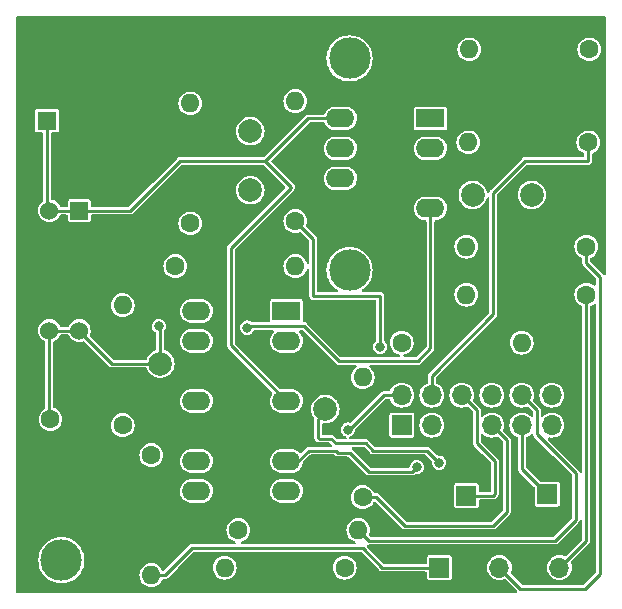
<source format=gbr>
%TF.GenerationSoftware,KiCad,Pcbnew,7.0.6*%
%TF.CreationDate,2023-10-15T17:57:13+01:00*%
%TF.ProjectId,DSP 1.1,44535020-312e-4312-9e6b-696361645f70,rev?*%
%TF.SameCoordinates,Original*%
%TF.FileFunction,Copper,L1,Top*%
%TF.FilePolarity,Positive*%
%FSLAX46Y46*%
G04 Gerber Fmt 4.6, Leading zero omitted, Abs format (unit mm)*
G04 Created by KiCad (PCBNEW 7.0.6) date 2023-10-15 17:57:13*
%MOMM*%
%LPD*%
G01*
G04 APERTURE LIST*
%TA.AperFunction,ComponentPad*%
%ADD10C,3.500000*%
%TD*%
%TA.AperFunction,ComponentPad*%
%ADD11C,2.000000*%
%TD*%
%TA.AperFunction,ComponentPad*%
%ADD12R,2.400000X1.600000*%
%TD*%
%TA.AperFunction,ComponentPad*%
%ADD13O,2.400000X1.600000*%
%TD*%
%TA.AperFunction,ComponentPad*%
%ADD14R,1.700000X1.700000*%
%TD*%
%TA.AperFunction,ComponentPad*%
%ADD15C,1.600000*%
%TD*%
%TA.AperFunction,ComponentPad*%
%ADD16O,1.600000X1.600000*%
%TD*%
%TA.AperFunction,ComponentPad*%
%ADD17R,1.524000X1.524000*%
%TD*%
%TA.AperFunction,ComponentPad*%
%ADD18C,1.524000*%
%TD*%
%TA.AperFunction,ComponentPad*%
%ADD19R,1.600000X1.600000*%
%TD*%
%TA.AperFunction,ComponentPad*%
%ADD20O,1.700000X1.700000*%
%TD*%
%TA.AperFunction,ViaPad*%
%ADD21C,0.800000*%
%TD*%
%TA.AperFunction,Conductor*%
%ADD22C,0.250000*%
%TD*%
G04 APERTURE END LIST*
D10*
%TO.P,,1*%
%TO.N,N/C*%
X132232400Y-31902400D03*
%TD*%
%TO.P,,1*%
%TO.N,N/C*%
X107832000Y-56451500D03*
%TD*%
D11*
%TO.P,C10,1*%
%TO.N,GND*%
X130175000Y-48664500D03*
%TO.P,C10,2*%
%TO.N,+12V*%
X130175000Y-43664500D03*
%TD*%
D12*
%TO.P,U1,1*%
%TO.N,Net-(R8-Pad2)*%
X126888000Y-35364500D03*
D13*
%TO.P,U1,2,-*%
%TO.N,wet1*%
X126888000Y-37904500D03*
%TO.P,U1,3,+*%
%TO.N,GND*%
X126888000Y-40444500D03*
%TO.P,U1,4,V+*%
%TO.N,+12V*%
X126888000Y-42984500D03*
%TO.P,U1,5,+*%
%TO.N,GND*%
X126888000Y-45524500D03*
%TO.P,U1,6,-*%
%TO.N,in1*%
X126888000Y-48064500D03*
%TO.P,U1,7*%
%TO.N,in buffed*%
X126888000Y-50604500D03*
%TO.P,U1,8*%
%TO.N,Line*%
X119268000Y-50604500D03*
%TO.P,U1,9,-*%
%TO.N,Line_raw*%
X119268000Y-48064500D03*
%TO.P,U1,10,+*%
%TO.N,GND*%
X119268000Y-45524500D03*
%TO.P,U1,11,V-*%
%TO.N,-12V*%
X119268000Y-42984500D03*
%TO.P,U1,12,+*%
%TO.N,GND*%
X119268000Y-40444500D03*
%TO.P,U1,13,-*%
%TO.N,Dry_raw*%
X119268000Y-37904500D03*
%TO.P,U1,14*%
%TO.N,Dry*%
X119268000Y-35364500D03*
%TD*%
D14*
%TO.P,JX0,1,Pin_1*%
%TO.N,X0*%
X148971000Y-50863500D03*
%TD*%
D15*
%TO.P,R20,1*%
%TO.N,LEFT EURO*%
X152527000Y-13208000D03*
D16*
%TO.P,R20,2*%
%TO.N,Net-(C8-Pad2)*%
X142367000Y-13208000D03*
%TD*%
D15*
%TO.P,R10,1*%
%TO.N,Line_raw*%
X115443000Y-47561500D03*
D16*
%TO.P,R10,2*%
%TO.N,Line*%
X115443000Y-57721500D03*
%TD*%
D15*
%TO.P,R8,1*%
%TO.N,wet1*%
X133350000Y-51117500D03*
D16*
%TO.P,R8,2*%
%TO.N,Net-(R8-Pad2)*%
X133350000Y-40957500D03*
%TD*%
D15*
%TO.P,R16,1*%
%TO.N,Dry*%
X136652000Y-38036500D03*
D16*
%TO.P,R16,2*%
%TO.N,Net-(C8-Pad1)*%
X146812000Y-38036500D03*
%TD*%
D17*
%TO.P,P1,1,+12V*%
%TO.N,+12V*%
X109347000Y-26860500D03*
D18*
%TO.P,P1,2,+12V*%
X106807000Y-26860500D03*
%TO.P,P1,3,GND*%
%TO.N,GND*%
X109347000Y-29400500D03*
%TO.P,P1,4,GND*%
X106807000Y-29400500D03*
%TO.P,P1,5,GND*%
X109347000Y-31940500D03*
%TO.P,P1,6,GND*%
X106807000Y-31940500D03*
%TO.P,P1,7,GND*%
X109347000Y-34480500D03*
%TO.P,P1,8,GND*%
X106807000Y-34480500D03*
%TO.P,P1,9,-12V*%
%TO.N,-12V*%
X109347000Y-37020500D03*
%TO.P,P1,10,-12V*%
X106807000Y-37020500D03*
%TD*%
D15*
%TO.P,R12,1*%
%TO.N,R0*%
X152273000Y-29908500D03*
D16*
%TO.P,R12,2*%
%TO.N,Net-(C9-Pad1)*%
X142113000Y-29908500D03*
%TD*%
D19*
%TO.P,C15,1*%
%TO.N,GND*%
X109409113Y-44513500D03*
D15*
%TO.P,C15,2*%
%TO.N,-12V*%
X106909113Y-44513500D03*
%TD*%
D11*
%TO.P,C9,1*%
%TO.N,Net-(C9-Pad1)*%
X123825000Y-25129500D03*
%TO.P,C9,2*%
%TO.N,Net-(C9-Pad2)*%
X123825000Y-20129500D03*
%TD*%
%TO.P,C8,1*%
%TO.N,Net-(C8-Pad1)*%
X142661000Y-25527000D03*
%TO.P,C8,2*%
%TO.N,Net-(C8-Pad2)*%
X147661000Y-25527000D03*
%TD*%
D15*
%TO.P,R14,1*%
%TO.N,RIGHT EURO*%
X118745000Y-27940000D03*
D16*
%TO.P,R14,2*%
%TO.N,Net-(C9-Pad1)*%
X118745000Y-17780000D03*
%TD*%
D15*
%TO.P,R18,1*%
%TO.N,LEFT EURO*%
X152433500Y-21082000D03*
D16*
%TO.P,R18,2*%
%TO.N,Net-(C8-Pad1)*%
X142273500Y-21082000D03*
%TD*%
D14*
%TO.P,J2,1,Pin_1*%
%TO.N,+5V*%
X142118000Y-50990500D03*
D20*
%TO.P,J2,2,Pin_2*%
%TO.N,GND*%
X139578000Y-50990500D03*
%TD*%
D15*
%TO.P,R13,1*%
%TO.N,Dry*%
X117475000Y-31559500D03*
D16*
%TO.P,R13,2*%
%TO.N,Net-(C9-Pad1)*%
X127635000Y-31559500D03*
%TD*%
D12*
%TO.P,U2,1*%
%TO.N,Net-(C8-Pad2)*%
X139080000Y-19050000D03*
D13*
%TO.P,U2,2,-*%
%TO.N,Net-(C8-Pad1)*%
X139080000Y-21590000D03*
%TO.P,U2,3,+*%
%TO.N,GND*%
X139080000Y-24130000D03*
%TO.P,U2,4,V-*%
%TO.N,-12V*%
X139080000Y-26670000D03*
%TO.P,U2,5,+*%
%TO.N,GND*%
X131460000Y-26670000D03*
%TO.P,U2,6,-*%
%TO.N,Net-(C9-Pad1)*%
X131460000Y-24130000D03*
%TO.P,U2,7*%
%TO.N,Net-(C9-Pad2)*%
X131460000Y-21590000D03*
%TO.P,U2,8,V+*%
%TO.N,+12V*%
X131460000Y-19050000D03*
%TD*%
D15*
%TO.P,R9,1*%
%TO.N,Net-(R8-Pad2)*%
X131826000Y-57086500D03*
D16*
%TO.P,R9,2*%
%TO.N,Line_raw*%
X121666000Y-57086500D03*
%TD*%
D19*
%TO.P,C14,1*%
%TO.N,+12V*%
X106617888Y-19240500D03*
D15*
%TO.P,C14,2*%
%TO.N,GND*%
X109117888Y-19240500D03*
%TD*%
%TO.P,R19,1*%
%TO.N,RIGHT EURO*%
X127635000Y-27749500D03*
D16*
%TO.P,R19,2*%
%TO.N,Net-(C9-Pad2)*%
X127635000Y-17589500D03*
%TD*%
D15*
%TO.P,R2,1*%
%TO.N,in1*%
X122809000Y-53911500D03*
D16*
%TO.P,R2,2*%
%TO.N,in buffed*%
X132969000Y-53911500D03*
%TD*%
D14*
%TO.P,J1,1,Pin_1*%
%TO.N,Line*%
X139832000Y-57086500D03*
D20*
%TO.P,J1,2,Pin_2*%
%TO.N,GND*%
X142372000Y-57086500D03*
%TO.P,J1,3,Pin_3*%
%TO.N,R0*%
X144912000Y-57086500D03*
%TO.P,J1,4,Pin_4*%
%TO.N,GND*%
X147452000Y-57086500D03*
%TO.P,J1,5,Pin_5*%
%TO.N,L0*%
X149992000Y-57086500D03*
%TD*%
D15*
%TO.P,R15,1*%
%TO.N,L0*%
X152273000Y-33972500D03*
D16*
%TO.P,R15,2*%
%TO.N,Net-(C8-Pad1)*%
X142113000Y-33972500D03*
%TD*%
D15*
%TO.P,R11,1*%
%TO.N,Dry_raw*%
X113030000Y-45021500D03*
D16*
%TO.P,R11,2*%
%TO.N,Dry*%
X113030000Y-34861500D03*
%TD*%
D11*
%TO.P,C11,1*%
%TO.N,-12V*%
X116205000Y-39814500D03*
%TO.P,C11,2*%
%TO.N,GND*%
X116205000Y-44814500D03*
%TD*%
D14*
%TO.P,Jpcb2,1,Pin_1*%
%TO.N,Line_raw*%
X136652000Y-45026500D03*
D20*
%TO.P,Jpcb2,2,Pin_2*%
%TO.N,Dry_raw*%
X136652000Y-42486500D03*
%TO.P,Jpcb2,3,Pin_3*%
%TO.N,RIGHT EURO*%
X139192000Y-45026500D03*
%TO.P,Jpcb2,4,Pin_4*%
%TO.N,LEFT EURO*%
X139192000Y-42486500D03*
%TO.P,Jpcb2,5,Pin_5*%
%TO.N,GND*%
X141732000Y-45026500D03*
%TO.P,Jpcb2,6,Pin_6*%
%TO.N,+5V*%
X141732000Y-42486500D03*
%TO.P,Jpcb2,7,Pin_7*%
%TO.N,wet1*%
X144272000Y-45026500D03*
%TO.P,Jpcb2,8,Pin_8*%
%TO.N,in1*%
X144272000Y-42486500D03*
%TO.P,Jpcb2,9,Pin_9*%
%TO.N,X0*%
X146812000Y-45026500D03*
%TO.P,Jpcb2,10,Pin_10*%
%TO.N,in buffed*%
X146812000Y-42486500D03*
%TO.P,Jpcb2,11,Pin_11*%
%TO.N,+12V*%
X149352000Y-45026500D03*
%TO.P,Jpcb2,12,Pin_12*%
%TO.N,unconnected-(Jpcb2-Pad12)*%
X149352000Y-42486500D03*
%TD*%
D10*
%TO.P,,1*%
%TO.N,N/C*%
X132232400Y-13970000D03*
%TD*%
D21*
%TO.N,RIGHT EURO*%
X134823200Y-38392100D03*
%TO.N,Dry_raw*%
X132080000Y-45402500D03*
%TO.N,-12V*%
X123571000Y-36766500D03*
X116078000Y-36639500D03*
%TO.N,in1*%
X137922000Y-48577500D03*
%TO.N,+12V*%
X139827000Y-48196500D03*
%TD*%
D22*
%TO.N,R0*%
X153416000Y-57594500D02*
X153416000Y-32448500D01*
%TO.N,Line*%
X118872000Y-55435500D02*
X116586000Y-57721500D01*
%TO.N,R0*%
X152273000Y-31305500D02*
X152273000Y-29908500D01*
X146690000Y-58864500D02*
X152146000Y-58864500D01*
X144912000Y-57086500D02*
X146690000Y-58864500D01*
%TO.N,RIGHT EURO*%
X129159000Y-34099500D02*
X129159000Y-29273500D01*
X134823200Y-38392100D02*
X134823200Y-34099500D01*
X134823200Y-34099500D02*
X129159000Y-34099500D01*
%TO.N,Line*%
X116586000Y-57721500D02*
X115443000Y-57721500D01*
X135001000Y-57086500D02*
X133350000Y-55435500D01*
%TO.N,R0*%
X152146000Y-58864500D02*
X153416000Y-57594500D01*
%TO.N,RIGHT EURO*%
X129159000Y-29273500D02*
X127635000Y-27749500D01*
%TO.N,R0*%
X153416000Y-32448500D02*
X152273000Y-31305500D01*
%TO.N,Line*%
X139832000Y-57086500D02*
X135001000Y-57086500D01*
X133350000Y-55435500D02*
X118872000Y-55435500D01*
%TO.N,L0*%
X152273000Y-33972500D02*
X152273000Y-54805500D01*
%TO.N,X0*%
X146812000Y-48704500D02*
X146812000Y-45026500D01*
%TO.N,L0*%
X152273000Y-54805500D02*
X149992000Y-57086500D01*
%TO.N,Line_raw*%
X136652000Y-45026500D02*
X136647000Y-45026500D01*
%TO.N,X0*%
X148971000Y-50863500D02*
X146812000Y-48704500D01*
%TO.N,Dry_raw*%
X132080000Y-45402500D02*
X132207000Y-45402500D01*
%TO.N,wet1*%
X145542000Y-52387500D02*
X144399000Y-53530500D01*
%TO.N,Dry_raw*%
X132207000Y-45402500D02*
X135123000Y-42486500D01*
X135123000Y-42486500D02*
X136652000Y-42486500D01*
%TO.N,wet1*%
X144272000Y-45026500D02*
X145542000Y-46296500D01*
X144399000Y-53530500D02*
X136906000Y-53530500D01*
X136906000Y-53530500D02*
X134493000Y-51117500D01*
X134493000Y-51117500D02*
X133350000Y-51117500D01*
X145542000Y-46296500D02*
X145542000Y-52387500D01*
%TO.N,in1*%
X128778000Y-47180500D02*
X127894000Y-48064500D01*
%TO.N,in buffed*%
X149606000Y-54800500D02*
X133858000Y-54800500D01*
X148082000Y-45783500D02*
X151384000Y-49085500D01*
X151384000Y-49085500D02*
X151384000Y-53022500D01*
X148082000Y-43756500D02*
X148082000Y-45783500D01*
X146812000Y-42486500D02*
X148082000Y-43756500D01*
%TO.N,in1*%
X131064000Y-47180500D02*
X128778000Y-47180500D01*
%TO.N,in buffed*%
X133858000Y-54800500D02*
X132969000Y-53911500D01*
%TO.N,in1*%
X137541000Y-48958500D02*
X133858000Y-48958500D01*
X137922000Y-48577500D02*
X137541000Y-48958500D01*
X132239000Y-47339500D02*
X131223000Y-47339500D01*
X131223000Y-47339500D02*
X131064000Y-47180500D01*
X133858000Y-48958500D02*
X132239000Y-47339500D01*
%TO.N,in buffed*%
X151384000Y-53022500D02*
X149606000Y-54800500D01*
%TO.N,in1*%
X127894000Y-48064500D02*
X126888000Y-48064500D01*
%TO.N,+5V*%
X143002000Y-43756500D02*
X141732000Y-42486500D01*
X144526000Y-50863500D02*
X144526000Y-48069500D01*
X143002000Y-46545500D02*
X143002000Y-43756500D01*
%TO.N,+12V*%
X109347000Y-26860500D02*
X113665000Y-26860500D01*
X106617888Y-19240500D02*
X106617888Y-26671388D01*
X122174000Y-30035500D02*
X127254000Y-24955500D01*
X129540000Y-46037500D02*
X129540000Y-44513500D01*
X130683000Y-46164500D02*
X129667000Y-46164500D01*
%TO.N,+5V*%
X144526000Y-48069500D02*
X143002000Y-46545500D01*
%TO.N,+12V*%
X127260000Y-24828500D02*
X127260000Y-24834500D01*
X133604000Y-46545500D02*
X131064000Y-46545500D01*
X117856000Y-22669500D02*
X125101000Y-22669500D01*
X113665000Y-26860500D02*
X117856000Y-22669500D01*
X127254000Y-24955500D02*
X127254000Y-24828500D01*
X126888000Y-42984500D02*
X122174000Y-38270500D01*
%TO.N,+5V*%
X144399000Y-50990500D02*
X142118000Y-50990500D01*
%TO.N,+12V*%
X138811000Y-47180500D02*
X134239000Y-47180500D01*
%TO.N,+5V*%
X144526000Y-50863500D02*
X144399000Y-50990500D01*
%TO.N,+12V*%
X125101000Y-22669500D02*
X127260000Y-24828500D01*
X130175000Y-43878500D02*
X130175000Y-43664500D01*
X134239000Y-47180500D02*
X133604000Y-46545500D01*
X139827000Y-48196500D02*
X138811000Y-47180500D01*
X122174000Y-38270500D02*
X122174000Y-30035500D01*
%TO.N,-12V*%
X116205000Y-36766500D02*
X116078000Y-36639500D01*
X128397000Y-36639500D02*
X131343400Y-39585900D01*
X123698000Y-36639500D02*
X128397000Y-36639500D01*
%TO.N,LEFT EURO*%
X147066000Y-22669500D02*
X144399000Y-25336500D01*
%TO.N,+12V*%
X106617888Y-26671388D02*
X106807000Y-26860500D01*
X125101000Y-22669500D02*
X128720500Y-19050000D01*
X129540000Y-44513500D02*
X130175000Y-43878500D01*
%TO.N,-12V*%
X116205000Y-39814500D02*
X116205000Y-36766500D01*
X112141000Y-39814500D02*
X109347000Y-37020500D01*
%TO.N,+12V*%
X106807000Y-26860500D02*
X109347000Y-26860500D01*
X129667000Y-46164500D02*
X129540000Y-46037500D01*
%TO.N,-12V*%
X139080000Y-38529500D02*
X139080000Y-26670000D01*
%TO.N,LEFT EURO*%
X152433500Y-22669500D02*
X147066000Y-22669500D01*
X144399000Y-35623500D02*
X139192000Y-40830500D01*
X144399000Y-25336500D02*
X144399000Y-35623500D01*
%TO.N,-12V*%
X106807000Y-44411387D02*
X106909113Y-44513500D01*
X109347000Y-37020500D02*
X106807000Y-37020500D01*
%TO.N,+12V*%
X131064000Y-46545500D02*
X130683000Y-46164500D01*
%TO.N,-12V*%
X116205000Y-39814500D02*
X112141000Y-39814500D01*
X131343400Y-39585900D02*
X138023600Y-39585900D01*
X123571000Y-36766500D02*
X123698000Y-36639500D01*
%TO.N,LEFT EURO*%
X139192000Y-40830500D02*
X139192000Y-41594500D01*
%TO.N,+12V*%
X127254000Y-24828500D02*
X127260000Y-24834500D01*
%TO.N,-12V*%
X138023600Y-39585900D02*
X139080000Y-38529500D01*
%TO.N,+12V*%
X128720500Y-19050000D02*
X131460000Y-19050000D01*
%TO.N,LEFT EURO*%
X152433500Y-22669500D02*
X152433500Y-21082000D01*
%TO.N,-12V*%
X106807000Y-37020500D02*
X106807000Y-44411387D01*
%TD*%
%TA.AperFunction,Conductor*%
%TO.N,GND*%
G36*
X153865621Y-10370502D02*
G01*
X153912114Y-10424158D01*
X153923500Y-10476500D01*
X153923500Y-32206172D01*
X153903498Y-32274293D01*
X153849842Y-32320786D01*
X153779568Y-32330890D01*
X153714988Y-32301396D01*
X153694326Y-32278498D01*
X153693643Y-32277524D01*
X153692375Y-32275712D01*
X153689422Y-32271081D01*
X153669194Y-32236045D01*
X153669193Y-32236044D01*
X153638212Y-32210047D01*
X153634169Y-32206343D01*
X152635405Y-31207578D01*
X152601379Y-31145266D01*
X152598500Y-31118483D01*
X152598500Y-30944492D01*
X152618502Y-30876371D01*
X152665101Y-30833372D01*
X152831538Y-30744410D01*
X152983883Y-30619383D01*
X153108910Y-30467038D01*
X153201814Y-30293227D01*
X153259024Y-30104632D01*
X153278341Y-29908500D01*
X153273829Y-29862691D01*
X153259025Y-29712375D01*
X153259025Y-29712373D01*
X153259024Y-29712370D01*
X153259024Y-29712368D01*
X153201814Y-29523773D01*
X153108910Y-29349962D01*
X152983883Y-29197617D01*
X152831538Y-29072590D01*
X152758011Y-29033289D01*
X152657728Y-28979686D01*
X152469125Y-28922474D01*
X152273003Y-28903159D01*
X152272997Y-28903159D01*
X152076875Y-28922474D01*
X152076873Y-28922474D01*
X151888271Y-28979686D01*
X151714461Y-29072590D01*
X151562117Y-29197617D01*
X151437090Y-29349961D01*
X151344186Y-29523771D01*
X151286974Y-29712373D01*
X151286974Y-29712375D01*
X151267659Y-29908496D01*
X151267659Y-29908503D01*
X151286974Y-30104624D01*
X151286974Y-30104626D01*
X151344186Y-30293228D01*
X151414382Y-30424554D01*
X151437090Y-30467038D01*
X151562117Y-30619383D01*
X151714462Y-30744410D01*
X151880898Y-30833371D01*
X151931544Y-30883122D01*
X151947500Y-30944492D01*
X151947500Y-31288539D01*
X151947260Y-31294032D01*
X151943736Y-31334304D01*
X151943736Y-31334306D01*
X151954203Y-31373372D01*
X151955393Y-31378740D01*
X151962412Y-31418547D01*
X151964505Y-31424296D01*
X151970866Y-31439652D01*
X151973445Y-31445183D01*
X151996634Y-31478300D01*
X151999587Y-31482936D01*
X152019806Y-31517955D01*
X152050787Y-31543951D01*
X152054829Y-31547655D01*
X152625213Y-32118038D01*
X153053595Y-32546420D01*
X153087620Y-32608732D01*
X153090500Y-32635515D01*
X153090500Y-33082710D01*
X153070498Y-33150831D01*
X153016842Y-33197324D01*
X152946568Y-33207428D01*
X152884566Y-33180109D01*
X152831538Y-33136590D01*
X152657728Y-33043686D01*
X152469125Y-32986474D01*
X152273003Y-32967159D01*
X152272997Y-32967159D01*
X152076875Y-32986474D01*
X152076873Y-32986474D01*
X151888271Y-33043686D01*
X151714461Y-33136590D01*
X151562117Y-33261617D01*
X151437090Y-33413961D01*
X151344186Y-33587771D01*
X151286974Y-33776373D01*
X151286974Y-33776375D01*
X151267659Y-33972496D01*
X151267659Y-33972503D01*
X151286974Y-34168624D01*
X151286974Y-34168626D01*
X151344186Y-34357228D01*
X151437090Y-34531037D01*
X151437090Y-34531038D01*
X151562117Y-34683383D01*
X151714462Y-34808410D01*
X151880898Y-34897371D01*
X151931544Y-34947122D01*
X151947500Y-35008492D01*
X151947500Y-48966603D01*
X151927498Y-49034724D01*
X151873842Y-49081217D01*
X151803568Y-49091321D01*
X151738988Y-49061827D01*
X151700604Y-49002101D01*
X151697414Y-48988481D01*
X151694589Y-48972458D01*
X151692486Y-48966682D01*
X151686146Y-48951376D01*
X151683555Y-48945820D01*
X151683554Y-48945816D01*
X151660354Y-48912683D01*
X151657410Y-48908061D01*
X151639650Y-48877300D01*
X151637194Y-48873045D01*
X151606215Y-48847050D01*
X151602175Y-48843348D01*
X149033527Y-46274699D01*
X148999501Y-46212388D01*
X149004566Y-46141573D01*
X149047113Y-46084737D01*
X149113633Y-46059926D01*
X149139869Y-46061568D01*
X149139906Y-46061194D01*
X149351997Y-46082083D01*
X149352000Y-46082083D01*
X149352003Y-46082083D01*
X149557927Y-46061801D01*
X149557928Y-46061800D01*
X149557934Y-46061800D01*
X149755954Y-46001732D01*
X149938450Y-45904185D01*
X150098410Y-45772910D01*
X150229685Y-45612950D01*
X150327232Y-45430454D01*
X150387300Y-45232434D01*
X150388759Y-45217626D01*
X150407583Y-45026503D01*
X150407583Y-45026496D01*
X150387301Y-44820572D01*
X150387300Y-44820570D01*
X150387300Y-44820566D01*
X150327232Y-44622546D01*
X150229685Y-44440050D01*
X150098410Y-44280090D01*
X149938450Y-44148815D01*
X149938448Y-44148814D01*
X149938447Y-44148813D01*
X149755954Y-44051268D01*
X149703894Y-44035476D01*
X149557934Y-43991200D01*
X149557933Y-43991199D01*
X149557927Y-43991198D01*
X149352003Y-43970917D01*
X149351997Y-43970917D01*
X149146072Y-43991198D01*
X148948045Y-44051268D01*
X148765552Y-44148813D01*
X148613433Y-44273653D01*
X148548085Y-44301406D01*
X148478107Y-44289424D01*
X148425716Y-44241511D01*
X148407500Y-44176253D01*
X148407500Y-43773461D01*
X148407740Y-43767969D01*
X148409525Y-43747555D01*
X148411263Y-43727693D01*
X148400796Y-43688631D01*
X148399610Y-43683284D01*
X148392588Y-43643455D01*
X148392585Y-43643449D01*
X148390486Y-43637682D01*
X148384146Y-43622376D01*
X148381555Y-43616820D01*
X148381554Y-43616816D01*
X148358354Y-43583683D01*
X148355410Y-43579061D01*
X148335195Y-43544047D01*
X148335194Y-43544045D01*
X148304215Y-43518050D01*
X148300175Y-43514348D01*
X147814267Y-43028439D01*
X147780241Y-42966128D01*
X147785306Y-42895313D01*
X147786955Y-42891121D01*
X147787223Y-42890469D01*
X147787232Y-42890454D01*
X147847300Y-42692434D01*
X147852935Y-42635229D01*
X147867583Y-42486503D01*
X148296417Y-42486503D01*
X148316698Y-42692427D01*
X148376768Y-42890454D01*
X148454262Y-43035435D01*
X148474315Y-43072950D01*
X148605590Y-43232910D01*
X148765550Y-43364185D01*
X148948046Y-43461732D01*
X149146066Y-43521800D01*
X149146070Y-43521800D01*
X149146072Y-43521801D01*
X149351997Y-43542083D01*
X149352000Y-43542083D01*
X149352003Y-43542083D01*
X149557927Y-43521801D01*
X149557928Y-43521800D01*
X149557934Y-43521800D01*
X149755954Y-43461732D01*
X149938450Y-43364185D01*
X150098410Y-43232910D01*
X150229685Y-43072950D01*
X150327232Y-42890454D01*
X150387300Y-42692434D01*
X150392935Y-42635229D01*
X150407583Y-42486503D01*
X150407583Y-42486496D01*
X150387301Y-42280572D01*
X150387300Y-42280570D01*
X150387300Y-42280566D01*
X150327232Y-42082546D01*
X150229685Y-41900050D01*
X150098410Y-41740090D01*
X149938450Y-41608815D01*
X149938448Y-41608814D01*
X149938447Y-41608813D01*
X149755954Y-41511268D01*
X149557927Y-41451198D01*
X149352003Y-41430917D01*
X149351997Y-41430917D01*
X149146072Y-41451198D01*
X148948045Y-41511268D01*
X148765552Y-41608813D01*
X148605590Y-41740090D01*
X148474313Y-41900052D01*
X148376768Y-42082545D01*
X148316698Y-42280572D01*
X148296417Y-42486496D01*
X148296417Y-42486503D01*
X147867583Y-42486503D01*
X147867583Y-42486496D01*
X147847301Y-42280572D01*
X147847300Y-42280570D01*
X147847300Y-42280566D01*
X147787232Y-42082546D01*
X147689685Y-41900050D01*
X147558410Y-41740090D01*
X147398450Y-41608815D01*
X147398448Y-41608814D01*
X147398447Y-41608813D01*
X147215954Y-41511268D01*
X147017927Y-41451198D01*
X146812003Y-41430917D01*
X146811997Y-41430917D01*
X146606072Y-41451198D01*
X146408045Y-41511268D01*
X146225552Y-41608813D01*
X146065590Y-41740090D01*
X145934313Y-41900052D01*
X145836768Y-42082545D01*
X145776698Y-42280572D01*
X145756417Y-42486496D01*
X145756417Y-42486503D01*
X145776698Y-42692427D01*
X145836768Y-42890454D01*
X145914262Y-43035435D01*
X145934315Y-43072950D01*
X146065590Y-43232910D01*
X146225550Y-43364185D01*
X146408046Y-43461732D01*
X146606066Y-43521800D01*
X146606070Y-43521800D01*
X146606072Y-43521801D01*
X146811997Y-43542083D01*
X146812000Y-43542083D01*
X146812003Y-43542083D01*
X147017927Y-43521801D01*
X147017928Y-43521800D01*
X147017934Y-43521800D01*
X147215954Y-43461732D01*
X147215962Y-43461727D01*
X147216614Y-43461458D01*
X147216990Y-43461417D01*
X147221878Y-43459935D01*
X147222158Y-43460861D01*
X147287203Y-43453862D01*
X147350693Y-43485635D01*
X147353939Y-43488766D01*
X147719595Y-43854421D01*
X147753620Y-43916734D01*
X147756500Y-43943517D01*
X147756500Y-44176253D01*
X147736498Y-44244374D01*
X147682842Y-44290867D01*
X147612568Y-44300971D01*
X147550567Y-44273653D01*
X147475134Y-44211748D01*
X147398450Y-44148815D01*
X147398448Y-44148814D01*
X147398447Y-44148813D01*
X147215954Y-44051268D01*
X147163894Y-44035476D01*
X147017934Y-43991200D01*
X147017933Y-43991199D01*
X147017927Y-43991198D01*
X146812003Y-43970917D01*
X146811997Y-43970917D01*
X146606072Y-43991198D01*
X146408045Y-44051268D01*
X146225552Y-44148813D01*
X146065590Y-44280090D01*
X145934313Y-44440052D01*
X145836768Y-44622545D01*
X145776698Y-44820572D01*
X145756417Y-45026496D01*
X145756417Y-45026503D01*
X145776698Y-45232427D01*
X145776699Y-45232433D01*
X145776700Y-45232434D01*
X145823368Y-45386279D01*
X145836768Y-45430454D01*
X145910523Y-45568440D01*
X145934315Y-45612950D01*
X146065590Y-45772910D01*
X146225550Y-45904185D01*
X146407534Y-46001458D01*
X146408048Y-46001733D01*
X146408714Y-46002009D01*
X146409009Y-46002247D01*
X146413505Y-46004650D01*
X146413049Y-46005502D01*
X146463997Y-46046555D01*
X146486420Y-46113918D01*
X146486500Y-46118419D01*
X146486500Y-48687539D01*
X146486260Y-48693026D01*
X146482736Y-48733307D01*
X146482992Y-48734262D01*
X146493203Y-48772372D01*
X146494393Y-48777740D01*
X146501412Y-48817547D01*
X146503505Y-48823296D01*
X146509866Y-48838652D01*
X146512445Y-48844183D01*
X146514455Y-48847053D01*
X146532654Y-48873045D01*
X146535634Y-48877300D01*
X146538587Y-48881936D01*
X146558806Y-48916955D01*
X146589787Y-48942951D01*
X146593829Y-48946655D01*
X147883596Y-50236422D01*
X147917620Y-50298732D01*
X147920500Y-50325514D01*
X147920500Y-51733248D01*
X147932133Y-51791731D01*
X147976448Y-51858052D01*
X148042769Y-51902367D01*
X148101252Y-51914000D01*
X148101253Y-51914000D01*
X149840747Y-51914000D01*
X149840748Y-51914000D01*
X149899231Y-51902367D01*
X149965552Y-51858052D01*
X150009867Y-51791731D01*
X150021500Y-51733248D01*
X150021500Y-49993752D01*
X150009867Y-49935269D01*
X149965552Y-49868948D01*
X149899231Y-49824633D01*
X149899228Y-49824632D01*
X149840750Y-49813000D01*
X149840748Y-49813000D01*
X148433016Y-49813000D01*
X148364895Y-49792998D01*
X148343921Y-49776095D01*
X147174405Y-48606579D01*
X147140379Y-48544267D01*
X147137500Y-48517484D01*
X147137500Y-46118419D01*
X147157502Y-46050298D01*
X147211158Y-46003805D01*
X147215286Y-46002009D01*
X147215951Y-46001733D01*
X147215951Y-46001732D01*
X147215954Y-46001732D01*
X147398450Y-45904185D01*
X147557993Y-45773252D01*
X147623338Y-45745500D01*
X147693316Y-45757482D01*
X147745708Y-45805395D01*
X147759629Y-45838035D01*
X147763202Y-45851367D01*
X147764390Y-45856725D01*
X147771412Y-45896545D01*
X147771412Y-45896546D01*
X147771413Y-45896547D01*
X147773505Y-45902296D01*
X147779866Y-45917652D01*
X147782445Y-45923183D01*
X147782446Y-45923184D01*
X147801442Y-45950314D01*
X147805634Y-45956300D01*
X147808587Y-45960936D01*
X147828806Y-45995955D01*
X147858715Y-46021052D01*
X147859787Y-46021951D01*
X147863829Y-46025655D01*
X149445902Y-47607728D01*
X151021595Y-49183421D01*
X151055621Y-49245733D01*
X151058500Y-49272516D01*
X151058500Y-52835483D01*
X151038498Y-52903604D01*
X151021595Y-52924578D01*
X149508079Y-54438095D01*
X149445767Y-54472120D01*
X149418984Y-54475000D01*
X134045016Y-54475000D01*
X133976895Y-54454998D01*
X133955921Y-54438095D01*
X133931720Y-54413894D01*
X133897694Y-54351582D01*
X133900240Y-54288226D01*
X133955024Y-54107632D01*
X133974341Y-53911500D01*
X133969245Y-53859763D01*
X133955025Y-53715375D01*
X133955025Y-53715373D01*
X133955024Y-53715370D01*
X133955024Y-53715368D01*
X133897814Y-53526773D01*
X133804910Y-53352962D01*
X133679883Y-53200617D01*
X133527538Y-53075590D01*
X133502008Y-53061944D01*
X133353728Y-52982686D01*
X133165125Y-52925474D01*
X132969003Y-52906159D01*
X132968997Y-52906159D01*
X132772875Y-52925474D01*
X132772873Y-52925474D01*
X132584271Y-52982686D01*
X132410461Y-53075590D01*
X132258117Y-53200617D01*
X132133090Y-53352961D01*
X132040186Y-53526771D01*
X131982974Y-53715373D01*
X131982974Y-53715375D01*
X131963659Y-53911496D01*
X131963659Y-53911503D01*
X131982974Y-54107624D01*
X131982974Y-54107626D01*
X132040186Y-54296228D01*
X132069774Y-54351582D01*
X132133090Y-54470038D01*
X132258117Y-54622383D01*
X132410462Y-54747410D01*
X132584273Y-54840314D01*
X132660462Y-54863425D01*
X132719842Y-54902341D01*
X132748758Y-54967182D01*
X132738027Y-55037363D01*
X132691057Y-55090602D01*
X132623885Y-55110000D01*
X123154115Y-55110000D01*
X123085994Y-55089998D01*
X123039501Y-55036342D01*
X123029397Y-54966068D01*
X123058891Y-54901488D01*
X123117537Y-54863425D01*
X123193727Y-54840314D01*
X123367538Y-54747410D01*
X123519883Y-54622383D01*
X123644910Y-54470038D01*
X123737814Y-54296227D01*
X123795024Y-54107632D01*
X123814341Y-53911500D01*
X123809245Y-53859763D01*
X123795025Y-53715375D01*
X123795025Y-53715373D01*
X123795024Y-53715370D01*
X123795024Y-53715368D01*
X123737814Y-53526773D01*
X123644910Y-53352962D01*
X123519883Y-53200617D01*
X123367538Y-53075590D01*
X123342008Y-53061944D01*
X123193728Y-52982686D01*
X123005125Y-52925474D01*
X122809003Y-52906159D01*
X122808997Y-52906159D01*
X122612875Y-52925474D01*
X122612873Y-52925474D01*
X122424271Y-52982686D01*
X122250461Y-53075590D01*
X122098117Y-53200617D01*
X121973090Y-53352961D01*
X121880186Y-53526771D01*
X121822974Y-53715373D01*
X121822974Y-53715375D01*
X121803659Y-53911496D01*
X121803659Y-53911503D01*
X121822974Y-54107624D01*
X121822974Y-54107626D01*
X121880186Y-54296228D01*
X121909774Y-54351582D01*
X121973090Y-54470038D01*
X122098117Y-54622383D01*
X122250462Y-54747410D01*
X122424273Y-54840314D01*
X122500462Y-54863425D01*
X122559842Y-54902341D01*
X122588758Y-54967182D01*
X122578027Y-55037363D01*
X122531057Y-55090602D01*
X122463885Y-55110000D01*
X118888963Y-55110000D01*
X118883471Y-55109760D01*
X118843193Y-55106237D01*
X118843190Y-55106237D01*
X118804145Y-55116699D01*
X118798780Y-55117889D01*
X118758952Y-55124912D01*
X118753235Y-55126993D01*
X118737840Y-55133369D01*
X118732314Y-55135946D01*
X118699195Y-55159136D01*
X118694559Y-55162090D01*
X118659546Y-55182305D01*
X118659544Y-55182307D01*
X118633553Y-55213280D01*
X118629839Y-55217333D01*
X116540218Y-57306955D01*
X116477906Y-57340980D01*
X116407091Y-57335916D01*
X116350255Y-57293369D01*
X116340001Y-57277256D01*
X116332828Y-57263837D01*
X116278910Y-57162962D01*
X116153883Y-57010617D01*
X116001538Y-56885590D01*
X115992139Y-56880566D01*
X115827728Y-56792686D01*
X115639125Y-56735474D01*
X115443003Y-56716159D01*
X115442997Y-56716159D01*
X115246875Y-56735474D01*
X115246873Y-56735474D01*
X115058271Y-56792686D01*
X114884461Y-56885590D01*
X114732117Y-57010617D01*
X114607090Y-57162961D01*
X114514186Y-57336771D01*
X114456974Y-57525373D01*
X114456974Y-57525375D01*
X114437659Y-57721496D01*
X114437659Y-57721503D01*
X114456974Y-57917624D01*
X114456974Y-57917626D01*
X114514186Y-58106228D01*
X114533351Y-58142083D01*
X114607090Y-58280038D01*
X114732117Y-58432383D01*
X114884462Y-58557410D01*
X115058273Y-58650314D01*
X115246868Y-58707524D01*
X115246872Y-58707524D01*
X115246874Y-58707525D01*
X115442997Y-58726841D01*
X115443000Y-58726841D01*
X115443003Y-58726841D01*
X115639124Y-58707525D01*
X115639126Y-58707525D01*
X115639127Y-58707524D01*
X115639132Y-58707524D01*
X115827727Y-58650314D01*
X116001538Y-58557410D01*
X116153883Y-58432383D01*
X116278910Y-58280038D01*
X116367870Y-58113604D01*
X116417623Y-58062956D01*
X116478993Y-58047000D01*
X116569040Y-58047000D01*
X116574525Y-58047239D01*
X116614807Y-58050764D01*
X116653870Y-58040296D01*
X116659231Y-58039107D01*
X116699045Y-58032088D01*
X116699047Y-58032086D01*
X116704838Y-58029979D01*
X116720101Y-58023657D01*
X116725681Y-58021055D01*
X116725681Y-58021054D01*
X116725684Y-58021054D01*
X116758817Y-57997852D01*
X116763428Y-57994915D01*
X116798455Y-57974694D01*
X116824453Y-57943709D01*
X116828146Y-57939678D01*
X117681322Y-57086503D01*
X120660659Y-57086503D01*
X120679974Y-57282624D01*
X120679974Y-57282626D01*
X120737186Y-57471228D01*
X120821218Y-57628440D01*
X120830090Y-57645038D01*
X120955117Y-57797383D01*
X121107462Y-57922410D01*
X121281273Y-58015314D01*
X121469868Y-58072524D01*
X121469872Y-58072524D01*
X121469874Y-58072525D01*
X121665997Y-58091841D01*
X121666000Y-58091841D01*
X121666003Y-58091841D01*
X121862124Y-58072525D01*
X121862126Y-58072525D01*
X121862127Y-58072524D01*
X121862132Y-58072524D01*
X122050727Y-58015314D01*
X122224538Y-57922410D01*
X122376883Y-57797383D01*
X122501910Y-57645038D01*
X122594814Y-57471227D01*
X122652024Y-57282632D01*
X122652025Y-57282624D01*
X122671341Y-57086503D01*
X130820659Y-57086503D01*
X130839974Y-57282624D01*
X130839974Y-57282626D01*
X130897186Y-57471228D01*
X130981218Y-57628440D01*
X130990090Y-57645038D01*
X131115117Y-57797383D01*
X131267462Y-57922410D01*
X131441273Y-58015314D01*
X131629868Y-58072524D01*
X131629872Y-58072524D01*
X131629874Y-58072525D01*
X131825997Y-58091841D01*
X131826000Y-58091841D01*
X131826003Y-58091841D01*
X132022124Y-58072525D01*
X132022126Y-58072525D01*
X132022127Y-58072524D01*
X132022132Y-58072524D01*
X132210727Y-58015314D01*
X132384538Y-57922410D01*
X132536883Y-57797383D01*
X132661910Y-57645038D01*
X132754814Y-57471227D01*
X132812024Y-57282632D01*
X132812025Y-57282624D01*
X132831341Y-57086503D01*
X132831341Y-57086496D01*
X132812025Y-56890375D01*
X132812025Y-56890373D01*
X132812024Y-56890370D01*
X132812024Y-56890368D01*
X132754814Y-56701773D01*
X132661910Y-56527962D01*
X132536883Y-56375617D01*
X132384538Y-56250590D01*
X132384537Y-56250589D01*
X132210728Y-56157686D01*
X132022125Y-56100474D01*
X131826003Y-56081159D01*
X131825997Y-56081159D01*
X131629875Y-56100474D01*
X131629873Y-56100474D01*
X131441271Y-56157686D01*
X131267461Y-56250590D01*
X131115117Y-56375617D01*
X130990090Y-56527961D01*
X130897186Y-56701771D01*
X130839974Y-56890373D01*
X130839974Y-56890375D01*
X130820659Y-57086496D01*
X130820659Y-57086503D01*
X122671341Y-57086503D01*
X122671341Y-57086496D01*
X122652025Y-56890375D01*
X122652025Y-56890373D01*
X122652024Y-56890370D01*
X122652024Y-56890368D01*
X122594814Y-56701773D01*
X122501910Y-56527962D01*
X122376883Y-56375617D01*
X122224538Y-56250590D01*
X122224538Y-56250589D01*
X122050728Y-56157686D01*
X121862125Y-56100474D01*
X121666003Y-56081159D01*
X121665997Y-56081159D01*
X121469875Y-56100474D01*
X121469873Y-56100474D01*
X121281271Y-56157686D01*
X121107461Y-56250590D01*
X120955117Y-56375617D01*
X120830090Y-56527961D01*
X120737186Y-56701771D01*
X120679974Y-56890373D01*
X120679974Y-56890375D01*
X120660659Y-57086496D01*
X120660659Y-57086503D01*
X117681322Y-57086503D01*
X118969924Y-55797902D01*
X119032234Y-55763879D01*
X119059017Y-55761000D01*
X133162984Y-55761000D01*
X133231105Y-55781002D01*
X133252078Y-55797904D01*
X134758844Y-57304670D01*
X134762548Y-57308712D01*
X134788545Y-57339694D01*
X134814777Y-57354839D01*
X134823558Y-57359909D01*
X134828196Y-57362863D01*
X134861316Y-57386054D01*
X134866870Y-57388644D01*
X134882181Y-57394985D01*
X134887949Y-57397085D01*
X134887955Y-57397088D01*
X134927782Y-57404110D01*
X134933114Y-57405292D01*
X134972193Y-57415764D01*
X135002986Y-57413070D01*
X135012482Y-57412240D01*
X135017974Y-57412000D01*
X138655500Y-57412000D01*
X138723621Y-57432002D01*
X138770114Y-57485658D01*
X138781500Y-57538000D01*
X138781500Y-57956250D01*
X138789778Y-57997868D01*
X138793133Y-58014731D01*
X138837448Y-58081052D01*
X138903769Y-58125367D01*
X138962252Y-58137000D01*
X138962253Y-58137000D01*
X140701747Y-58137000D01*
X140701748Y-58137000D01*
X140760231Y-58125367D01*
X140826552Y-58081052D01*
X140870867Y-58014731D01*
X140882500Y-57956248D01*
X140882500Y-56216752D01*
X140870867Y-56158269D01*
X140826552Y-56091948D01*
X140760231Y-56047633D01*
X140760228Y-56047632D01*
X140701750Y-56036000D01*
X140701748Y-56036000D01*
X138962252Y-56036000D01*
X138962249Y-56036000D01*
X138903771Y-56047632D01*
X138903768Y-56047633D01*
X138837448Y-56091948D01*
X138793133Y-56158268D01*
X138793132Y-56158271D01*
X138781500Y-56216749D01*
X138781500Y-56635000D01*
X138761498Y-56703121D01*
X138707842Y-56749614D01*
X138655500Y-56761000D01*
X135188016Y-56761000D01*
X135119895Y-56740998D01*
X135098921Y-56724095D01*
X133718255Y-55343429D01*
X133684229Y-55281117D01*
X133689294Y-55210302D01*
X133731841Y-55153466D01*
X133798361Y-55128655D01*
X133818332Y-55128814D01*
X133829189Y-55129763D01*
X133829193Y-55129764D01*
X133856472Y-55127377D01*
X133869482Y-55126240D01*
X133874974Y-55126000D01*
X149589040Y-55126000D01*
X149594525Y-55126239D01*
X149634807Y-55129764D01*
X149673870Y-55119296D01*
X149679231Y-55118107D01*
X149719045Y-55111088D01*
X149719047Y-55111086D01*
X149724838Y-55108979D01*
X149740101Y-55102657D01*
X149745681Y-55100055D01*
X149745681Y-55100054D01*
X149745684Y-55100054D01*
X149778817Y-55076852D01*
X149783428Y-55073915D01*
X149818455Y-55053694D01*
X149844453Y-55022709D01*
X149848146Y-55018678D01*
X151602186Y-53264638D01*
X151606204Y-53260956D01*
X151637194Y-53234955D01*
X151657415Y-53199928D01*
X151660352Y-53195317D01*
X151683554Y-53162184D01*
X151683554Y-53162181D01*
X151686157Y-53156601D01*
X151692479Y-53141338D01*
X151694587Y-53135547D01*
X151694587Y-53135546D01*
X151694588Y-53135545D01*
X151697414Y-53119513D01*
X151728941Y-53055902D01*
X151789855Y-53019433D01*
X151860816Y-53021685D01*
X151919294Y-53061944D01*
X151946724Y-53127428D01*
X151947500Y-53141394D01*
X151947500Y-54618483D01*
X151927498Y-54686604D01*
X151910595Y-54707578D01*
X150533940Y-56084232D01*
X150471628Y-56118258D01*
X150400812Y-56113193D01*
X150396637Y-56111550D01*
X150395961Y-56111270D01*
X150197927Y-56051198D01*
X149992003Y-56030917D01*
X149991997Y-56030917D01*
X149786072Y-56051198D01*
X149588045Y-56111268D01*
X149405552Y-56208813D01*
X149245590Y-56340090D01*
X149114313Y-56500052D01*
X149016768Y-56682545D01*
X148956698Y-56880572D01*
X148936417Y-57086496D01*
X148936417Y-57086503D01*
X148956698Y-57292427D01*
X148956699Y-57292433D01*
X148956700Y-57292434D01*
X148987808Y-57394985D01*
X149016768Y-57490454D01*
X149099395Y-57645038D01*
X149114315Y-57672950D01*
X149245590Y-57832910D01*
X149405550Y-57964185D01*
X149588046Y-58061732D01*
X149786066Y-58121800D01*
X149786070Y-58121800D01*
X149786072Y-58121801D01*
X149991997Y-58142083D01*
X149992000Y-58142083D01*
X149992003Y-58142083D01*
X150197927Y-58121801D01*
X150197928Y-58121800D01*
X150197934Y-58121800D01*
X150395954Y-58061732D01*
X150578450Y-57964185D01*
X150738410Y-57832910D01*
X150869685Y-57672950D01*
X150967232Y-57490454D01*
X151027300Y-57292434D01*
X151028266Y-57282632D01*
X151047583Y-57086503D01*
X151047583Y-57086496D01*
X151027301Y-56880572D01*
X151027300Y-56880570D01*
X151027300Y-56880566D01*
X150967232Y-56682546D01*
X150967231Y-56682542D01*
X150966956Y-56681879D01*
X150966915Y-56681502D01*
X150965435Y-56676622D01*
X150966360Y-56676341D01*
X150959361Y-56611290D01*
X150991136Y-56547801D01*
X150994238Y-56544586D01*
X152491186Y-55047638D01*
X152495204Y-55043956D01*
X152526194Y-55017955D01*
X152546415Y-54982928D01*
X152549352Y-54978317D01*
X152572554Y-54945184D01*
X152572554Y-54945181D01*
X152575157Y-54939601D01*
X152581476Y-54924345D01*
X152583585Y-54918549D01*
X152583588Y-54918545D01*
X152590611Y-54878706D01*
X152591791Y-54873384D01*
X152602263Y-54834307D01*
X152600236Y-54811137D01*
X152598740Y-54794029D01*
X152598500Y-54788537D01*
X152598500Y-35008492D01*
X152618502Y-34940371D01*
X152665101Y-34897372D01*
X152831538Y-34808410D01*
X152884566Y-34764890D01*
X152949912Y-34737136D01*
X153019891Y-34749117D01*
X153072283Y-34797029D01*
X153090500Y-34862289D01*
X153090500Y-57407483D01*
X153070498Y-57475604D01*
X153053595Y-57496578D01*
X152048079Y-58502095D01*
X151985767Y-58536120D01*
X151958984Y-58539000D01*
X146877016Y-58539000D01*
X146808895Y-58518998D01*
X146787921Y-58502095D01*
X145914266Y-57628440D01*
X145880240Y-57566128D01*
X145885305Y-57495313D01*
X145886961Y-57491106D01*
X145887226Y-57490464D01*
X145887232Y-57490454D01*
X145947300Y-57292434D01*
X145948266Y-57282632D01*
X145967583Y-57086503D01*
X145967583Y-57086496D01*
X145947301Y-56880572D01*
X145947300Y-56880570D01*
X145947300Y-56880566D01*
X145887232Y-56682546D01*
X145789685Y-56500050D01*
X145658410Y-56340090D01*
X145498450Y-56208815D01*
X145498448Y-56208814D01*
X145498447Y-56208813D01*
X145315954Y-56111268D01*
X145280377Y-56100476D01*
X145117934Y-56051200D01*
X145117933Y-56051199D01*
X145117927Y-56051198D01*
X144912003Y-56030917D01*
X144911997Y-56030917D01*
X144706072Y-56051198D01*
X144508045Y-56111268D01*
X144325552Y-56208813D01*
X144165590Y-56340090D01*
X144034313Y-56500052D01*
X143936768Y-56682545D01*
X143876698Y-56880572D01*
X143856417Y-57086496D01*
X143856417Y-57086503D01*
X143876698Y-57292427D01*
X143876699Y-57292433D01*
X143876700Y-57292434D01*
X143907808Y-57394985D01*
X143936768Y-57490454D01*
X144019395Y-57645038D01*
X144034315Y-57672950D01*
X144165590Y-57832910D01*
X144325550Y-57964185D01*
X144508046Y-58061732D01*
X144706066Y-58121800D01*
X144706070Y-58121800D01*
X144706072Y-58121801D01*
X144911997Y-58142083D01*
X144912000Y-58142083D01*
X144912003Y-58142083D01*
X145117927Y-58121801D01*
X145117928Y-58121800D01*
X145117934Y-58121800D01*
X145315954Y-58061732D01*
X145315964Y-58061726D01*
X145316606Y-58061461D01*
X145316980Y-58061420D01*
X145321878Y-58059935D01*
X145322159Y-58060862D01*
X145387194Y-58053859D01*
X145450687Y-58085627D01*
X145453940Y-58088766D01*
X146384251Y-59019077D01*
X146418277Y-59081389D01*
X146413212Y-59152204D01*
X146370665Y-59209040D01*
X146304145Y-59233851D01*
X146295156Y-59234172D01*
X104139500Y-59234172D01*
X104071379Y-59214170D01*
X104024886Y-59160514D01*
X104013500Y-59108172D01*
X104013500Y-56451499D01*
X105876518Y-56451499D01*
X105896421Y-56729790D01*
X105955728Y-57002421D01*
X106053231Y-57263836D01*
X106053232Y-57263840D01*
X106186942Y-57508710D01*
X106186944Y-57508713D01*
X106345247Y-57720182D01*
X106354146Y-57732069D01*
X106354154Y-57732078D01*
X106551421Y-57929345D01*
X106551430Y-57929353D01*
X106551432Y-57929355D01*
X106774787Y-58096556D01*
X107019663Y-58230269D01*
X107281077Y-58327771D01*
X107553706Y-58387078D01*
X107832000Y-58406982D01*
X108110294Y-58387078D01*
X108382923Y-58327771D01*
X108644337Y-58230269D01*
X108889213Y-58096556D01*
X109112568Y-57929355D01*
X109309855Y-57732068D01*
X109477056Y-57508713D01*
X109610769Y-57263837D01*
X109708271Y-57002423D01*
X109767578Y-56729794D01*
X109787482Y-56451500D01*
X109767578Y-56173206D01*
X109708271Y-55900577D01*
X109610769Y-55639163D01*
X109477056Y-55394287D01*
X109309855Y-55170932D01*
X109309853Y-55170930D01*
X109309845Y-55170921D01*
X109112578Y-54973654D01*
X109112569Y-54973646D01*
X109055783Y-54931137D01*
X108889213Y-54806444D01*
X108889211Y-54806443D01*
X108889210Y-54806442D01*
X108644340Y-54672732D01*
X108644337Y-54672731D01*
X108488834Y-54614731D01*
X108382921Y-54575228D01*
X108110290Y-54515921D01*
X107857340Y-54497830D01*
X107832000Y-54496018D01*
X107831999Y-54496018D01*
X107553709Y-54515921D01*
X107281078Y-54575228D01*
X107019663Y-54672731D01*
X107019659Y-54672732D01*
X106774789Y-54806442D01*
X106551430Y-54973646D01*
X106551421Y-54973654D01*
X106354154Y-55170921D01*
X106354146Y-55170930D01*
X106186942Y-55394289D01*
X106053232Y-55639159D01*
X106053231Y-55639163D01*
X105955728Y-55900578D01*
X105896421Y-56173209D01*
X105876518Y-56451499D01*
X104013500Y-56451499D01*
X104013500Y-50655435D01*
X117863630Y-50655435D01*
X117879156Y-50756777D01*
X117894444Y-50856571D01*
X117910284Y-50899340D01*
X117965111Y-51047381D01*
X117965115Y-51047389D01*
X118072744Y-51220066D01*
X118072754Y-51220079D01*
X118174759Y-51327386D01*
X118212941Y-51367553D01*
X118212944Y-51367555D01*
X118379952Y-51483796D01*
X118379953Y-51483797D01*
X118566938Y-51564039D01*
X118566941Y-51564039D01*
X118566942Y-51564040D01*
X118766259Y-51605000D01*
X118766260Y-51605000D01*
X119718741Y-51605000D01*
X119718742Y-51605000D01*
X119718743Y-51604999D01*
X119718760Y-51604999D01*
X119812833Y-51595431D01*
X119870438Y-51589574D01*
X120064588Y-51528659D01*
X120242502Y-51429909D01*
X120242503Y-51429908D01*
X120242505Y-51429907D01*
X120361926Y-51327386D01*
X120396895Y-51297366D01*
X120521448Y-51136458D01*
X120586822Y-51003184D01*
X120611058Y-50953776D01*
X120611058Y-50953774D01*
X120611060Y-50953771D01*
X120662063Y-50756785D01*
X120667203Y-50655435D01*
X125483630Y-50655435D01*
X125499156Y-50756777D01*
X125514444Y-50856571D01*
X125530284Y-50899340D01*
X125585111Y-51047381D01*
X125585115Y-51047389D01*
X125692744Y-51220066D01*
X125692754Y-51220079D01*
X125794759Y-51327386D01*
X125832941Y-51367553D01*
X125832944Y-51367555D01*
X125999952Y-51483796D01*
X125999953Y-51483797D01*
X126186938Y-51564039D01*
X126186941Y-51564039D01*
X126186942Y-51564040D01*
X126386259Y-51605000D01*
X126386260Y-51605000D01*
X127338741Y-51605000D01*
X127338742Y-51605000D01*
X127338743Y-51604999D01*
X127338760Y-51604999D01*
X127432833Y-51595431D01*
X127490438Y-51589574D01*
X127684588Y-51528659D01*
X127862502Y-51429909D01*
X127862503Y-51429908D01*
X127862505Y-51429907D01*
X127981926Y-51327386D01*
X128016895Y-51297366D01*
X128141448Y-51136458D01*
X128150746Y-51117503D01*
X132344659Y-51117503D01*
X132363974Y-51313624D01*
X132363974Y-51313626D01*
X132421186Y-51502228D01*
X132467874Y-51589574D01*
X132514090Y-51676038D01*
X132639117Y-51828383D01*
X132791462Y-51953410D01*
X132965273Y-52046314D01*
X133153868Y-52103524D01*
X133153872Y-52103524D01*
X133153874Y-52103525D01*
X133349997Y-52122841D01*
X133350000Y-52122841D01*
X133350003Y-52122841D01*
X133546124Y-52103525D01*
X133546126Y-52103525D01*
X133546127Y-52103524D01*
X133546132Y-52103524D01*
X133734727Y-52046314D01*
X133908538Y-51953410D01*
X134060883Y-51828383D01*
X134185910Y-51676038D01*
X134247002Y-51561742D01*
X134296752Y-51511095D01*
X134365989Y-51495385D01*
X134432728Y-51519601D01*
X134447217Y-51532043D01*
X136663849Y-53748676D01*
X136667554Y-53752719D01*
X136693544Y-53783693D01*
X136693546Y-53783695D01*
X136712958Y-53794902D01*
X136728564Y-53803912D01*
X136733183Y-53806854D01*
X136766316Y-53830054D01*
X136766320Y-53830055D01*
X136771876Y-53832646D01*
X136787182Y-53838986D01*
X136792949Y-53841085D01*
X136792955Y-53841088D01*
X136832784Y-53848110D01*
X136838131Y-53849296D01*
X136877193Y-53859763D01*
X136902539Y-53857545D01*
X136917470Y-53856240D01*
X136922962Y-53856000D01*
X144382040Y-53856000D01*
X144387525Y-53856239D01*
X144427807Y-53859764D01*
X144427815Y-53859762D01*
X144440958Y-53856240D01*
X144466870Y-53849296D01*
X144472231Y-53848107D01*
X144512045Y-53841088D01*
X144512047Y-53841086D01*
X144517838Y-53838979D01*
X144533101Y-53832657D01*
X144538681Y-53830055D01*
X144538681Y-53830054D01*
X144538684Y-53830054D01*
X144571817Y-53806852D01*
X144576428Y-53803915D01*
X144611455Y-53783694D01*
X144637453Y-53752709D01*
X144641146Y-53748678D01*
X145760186Y-52629638D01*
X145764204Y-52625956D01*
X145795194Y-52599955D01*
X145815415Y-52564928D01*
X145818352Y-52560317D01*
X145841554Y-52527184D01*
X145841554Y-52527181D01*
X145844157Y-52521601D01*
X145850476Y-52506345D01*
X145852585Y-52500549D01*
X145852588Y-52500545D01*
X145859611Y-52460706D01*
X145860791Y-52455384D01*
X145871263Y-52416307D01*
X145870842Y-52411504D01*
X145867740Y-52376029D01*
X145867500Y-52370537D01*
X145867500Y-46313461D01*
X145867740Y-46307969D01*
X145869110Y-46292303D01*
X145871263Y-46267693D01*
X145860796Y-46228631D01*
X145859610Y-46223284D01*
X145852588Y-46183455D01*
X145852585Y-46183449D01*
X145850486Y-46177682D01*
X145844146Y-46162376D01*
X145841555Y-46156820D01*
X145841554Y-46156816D01*
X145818354Y-46123683D01*
X145815410Y-46119061D01*
X145815039Y-46118419D01*
X145795194Y-46084045D01*
X145764215Y-46058050D01*
X145760175Y-46054348D01*
X145274266Y-45568439D01*
X145240241Y-45506128D01*
X145245306Y-45435313D01*
X145246955Y-45431121D01*
X145247223Y-45430469D01*
X145247232Y-45430454D01*
X145307300Y-45232434D01*
X145308759Y-45217626D01*
X145327583Y-45026503D01*
X145327583Y-45026496D01*
X145307301Y-44820572D01*
X145307300Y-44820570D01*
X145307300Y-44820566D01*
X145247232Y-44622546D01*
X145149685Y-44440050D01*
X145018410Y-44280090D01*
X144858450Y-44148815D01*
X144858448Y-44148814D01*
X144858447Y-44148813D01*
X144675954Y-44051268D01*
X144623894Y-44035476D01*
X144477934Y-43991200D01*
X144477933Y-43991199D01*
X144477927Y-43991198D01*
X144272003Y-43970917D01*
X144271997Y-43970917D01*
X144066072Y-43991198D01*
X143868045Y-44051268D01*
X143685552Y-44148813D01*
X143533433Y-44273653D01*
X143468085Y-44301406D01*
X143398107Y-44289424D01*
X143345716Y-44241511D01*
X143327500Y-44176253D01*
X143327500Y-43773461D01*
X143327740Y-43767969D01*
X143329525Y-43747555D01*
X143331263Y-43727693D01*
X143320796Y-43688631D01*
X143319610Y-43683284D01*
X143312588Y-43643455D01*
X143312585Y-43643449D01*
X143310486Y-43637682D01*
X143304146Y-43622376D01*
X143301555Y-43616820D01*
X143301554Y-43616816D01*
X143278354Y-43583683D01*
X143275410Y-43579061D01*
X143255195Y-43544047D01*
X143255194Y-43544045D01*
X143224215Y-43518050D01*
X143220175Y-43514348D01*
X142734267Y-43028439D01*
X142700241Y-42966128D01*
X142705306Y-42895313D01*
X142706955Y-42891121D01*
X142707223Y-42890469D01*
X142707232Y-42890454D01*
X142767300Y-42692434D01*
X142772935Y-42635229D01*
X142787583Y-42486503D01*
X143216417Y-42486503D01*
X143236698Y-42692427D01*
X143296768Y-42890454D01*
X143374262Y-43035435D01*
X143394315Y-43072950D01*
X143525590Y-43232910D01*
X143685550Y-43364185D01*
X143868046Y-43461732D01*
X144066066Y-43521800D01*
X144066070Y-43521800D01*
X144066072Y-43521801D01*
X144271997Y-43542083D01*
X144272000Y-43542083D01*
X144272003Y-43542083D01*
X144477927Y-43521801D01*
X144477928Y-43521800D01*
X144477934Y-43521800D01*
X144675954Y-43461732D01*
X144858450Y-43364185D01*
X145018410Y-43232910D01*
X145149685Y-43072950D01*
X145247232Y-42890454D01*
X145307300Y-42692434D01*
X145312935Y-42635229D01*
X145327583Y-42486503D01*
X145327583Y-42486496D01*
X145307301Y-42280572D01*
X145307300Y-42280570D01*
X145307300Y-42280566D01*
X145247232Y-42082546D01*
X145149685Y-41900050D01*
X145018410Y-41740090D01*
X144858450Y-41608815D01*
X144858448Y-41608814D01*
X144858447Y-41608813D01*
X144675954Y-41511268D01*
X144477927Y-41451198D01*
X144272003Y-41430917D01*
X144271997Y-41430917D01*
X144066072Y-41451198D01*
X143868045Y-41511268D01*
X143685552Y-41608813D01*
X143525590Y-41740090D01*
X143394313Y-41900052D01*
X143296768Y-42082545D01*
X143236698Y-42280572D01*
X143216417Y-42486496D01*
X143216417Y-42486503D01*
X142787583Y-42486503D01*
X142787583Y-42486496D01*
X142767301Y-42280572D01*
X142767300Y-42280570D01*
X142767300Y-42280566D01*
X142707232Y-42082546D01*
X142609685Y-41900050D01*
X142478410Y-41740090D01*
X142318450Y-41608815D01*
X142318448Y-41608814D01*
X142318447Y-41608813D01*
X142135954Y-41511268D01*
X141937927Y-41451198D01*
X141732003Y-41430917D01*
X141731997Y-41430917D01*
X141526072Y-41451198D01*
X141328045Y-41511268D01*
X141145552Y-41608813D01*
X140985590Y-41740090D01*
X140854313Y-41900052D01*
X140756768Y-42082545D01*
X140696698Y-42280572D01*
X140676417Y-42486496D01*
X140676417Y-42486503D01*
X140696698Y-42692427D01*
X140756768Y-42890454D01*
X140834262Y-43035435D01*
X140854315Y-43072950D01*
X140985590Y-43232910D01*
X141145550Y-43364185D01*
X141328046Y-43461732D01*
X141526066Y-43521800D01*
X141526070Y-43521800D01*
X141526072Y-43521801D01*
X141731997Y-43542083D01*
X141732000Y-43542083D01*
X141732003Y-43542083D01*
X141937927Y-43521801D01*
X141937928Y-43521800D01*
X141937934Y-43521800D01*
X142135954Y-43461732D01*
X142135962Y-43461727D01*
X142136614Y-43461458D01*
X142136990Y-43461417D01*
X142141878Y-43459935D01*
X142142158Y-43460861D01*
X142207203Y-43453862D01*
X142270693Y-43485635D01*
X142273939Y-43488766D01*
X142639595Y-43854421D01*
X142673620Y-43916734D01*
X142676500Y-43943517D01*
X142676500Y-46528539D01*
X142676260Y-46534032D01*
X142672736Y-46574304D01*
X142672736Y-46574306D01*
X142683203Y-46613372D01*
X142684393Y-46618740D01*
X142691412Y-46658547D01*
X142693505Y-46664296D01*
X142699866Y-46679652D01*
X142702445Y-46685183D01*
X142725634Y-46718300D01*
X142728587Y-46722936D01*
X142748806Y-46757955D01*
X142779787Y-46783951D01*
X142783829Y-46787655D01*
X143476228Y-47480054D01*
X144163595Y-48167421D01*
X144197621Y-48229733D01*
X144200500Y-48256516D01*
X144200500Y-50539000D01*
X144180498Y-50607121D01*
X144126842Y-50653614D01*
X144074500Y-50665000D01*
X143294500Y-50665000D01*
X143226379Y-50644998D01*
X143179886Y-50591342D01*
X143168500Y-50539000D01*
X143168500Y-50120753D01*
X143168499Y-50120749D01*
X143166790Y-50112159D01*
X143156867Y-50062269D01*
X143112552Y-49995948D01*
X143046231Y-49951633D01*
X143046228Y-49951632D01*
X142987750Y-49940000D01*
X142987748Y-49940000D01*
X141248252Y-49940000D01*
X141248249Y-49940000D01*
X141189771Y-49951632D01*
X141189768Y-49951633D01*
X141123448Y-49995948D01*
X141079133Y-50062268D01*
X141079132Y-50062271D01*
X141067500Y-50120749D01*
X141067500Y-51860250D01*
X141078191Y-51913999D01*
X141079133Y-51918731D01*
X141123448Y-51985052D01*
X141189769Y-52029367D01*
X141248252Y-52041000D01*
X141248253Y-52041000D01*
X142987747Y-52041000D01*
X142987748Y-52041000D01*
X143046231Y-52029367D01*
X143112552Y-51985052D01*
X143156867Y-51918731D01*
X143168500Y-51860248D01*
X143168500Y-51442000D01*
X143188502Y-51373879D01*
X143242158Y-51327386D01*
X143294500Y-51316000D01*
X144382040Y-51316000D01*
X144387525Y-51316239D01*
X144427807Y-51319764D01*
X144466870Y-51309296D01*
X144472231Y-51308107D01*
X144512045Y-51301088D01*
X144512047Y-51301086D01*
X144517838Y-51298979D01*
X144533101Y-51292657D01*
X144538681Y-51290055D01*
X144538681Y-51290054D01*
X144538684Y-51290054D01*
X144571817Y-51266852D01*
X144576428Y-51263915D01*
X144611455Y-51243694D01*
X144637453Y-51212709D01*
X144641146Y-51208678D01*
X144744186Y-51105638D01*
X144748204Y-51101956D01*
X144779194Y-51075955D01*
X144799415Y-51040928D01*
X144802352Y-51036317D01*
X144825554Y-51003184D01*
X144825554Y-51003181D01*
X144828157Y-50997601D01*
X144834476Y-50982345D01*
X144836585Y-50976549D01*
X144836588Y-50976545D01*
X144843611Y-50936706D01*
X144844791Y-50931384D01*
X144855263Y-50892307D01*
X144854842Y-50887504D01*
X144851740Y-50852029D01*
X144851500Y-50846537D01*
X144851500Y-48086448D01*
X144851740Y-48080955D01*
X144852869Y-48068054D01*
X144855263Y-48040693D01*
X144844794Y-48001626D01*
X144843610Y-47996279D01*
X144836588Y-47956455D01*
X144834492Y-47950696D01*
X144828146Y-47935376D01*
X144825553Y-47929816D01*
X144802364Y-47896698D01*
X144799410Y-47892061D01*
X144779195Y-47857047D01*
X144779194Y-47857045D01*
X144748215Y-47831050D01*
X144744175Y-47827348D01*
X143364404Y-46447577D01*
X143330379Y-46385266D01*
X143327500Y-46358483D01*
X143327500Y-45876746D01*
X143347502Y-45808625D01*
X143401158Y-45762132D01*
X143471432Y-45752028D01*
X143533431Y-45779345D01*
X143685550Y-45904185D01*
X143868046Y-46001732D01*
X144066066Y-46061800D01*
X144066070Y-46061800D01*
X144066072Y-46061801D01*
X144271997Y-46082083D01*
X144272000Y-46082083D01*
X144272003Y-46082083D01*
X144477927Y-46061801D01*
X144477928Y-46061800D01*
X144477934Y-46061800D01*
X144675954Y-46001732D01*
X144675962Y-46001727D01*
X144676614Y-46001458D01*
X144676990Y-46001417D01*
X144681878Y-45999935D01*
X144682158Y-46000861D01*
X144747203Y-45993862D01*
X144810693Y-46025635D01*
X144813939Y-46028766D01*
X145179595Y-46394421D01*
X145213620Y-46456734D01*
X145216500Y-46483517D01*
X145216500Y-52200484D01*
X145196498Y-52268605D01*
X145179595Y-52289579D01*
X144301079Y-53168095D01*
X144238767Y-53202121D01*
X144211984Y-53205000D01*
X137093017Y-53205000D01*
X137024896Y-53184998D01*
X137003922Y-53168095D01*
X136461771Y-52625944D01*
X134735154Y-50899328D01*
X134731450Y-50895286D01*
X134705454Y-50864305D01*
X134705451Y-50864303D01*
X134670435Y-50844086D01*
X134665800Y-50841133D01*
X134632683Y-50817945D01*
X134627152Y-50815366D01*
X134611796Y-50809005D01*
X134606047Y-50806912D01*
X134582174Y-50802702D01*
X134566234Y-50799891D01*
X134560872Y-50798703D01*
X134521808Y-50788236D01*
X134521805Y-50788236D01*
X134510127Y-50789257D01*
X134481524Y-50791760D01*
X134476040Y-50792000D01*
X134385993Y-50792000D01*
X134317872Y-50771998D01*
X134274871Y-50725396D01*
X134260155Y-50697866D01*
X134185910Y-50558962D01*
X134060883Y-50406617D01*
X133908538Y-50281590D01*
X133824031Y-50236420D01*
X133734728Y-50188686D01*
X133546125Y-50131474D01*
X133350003Y-50112159D01*
X133349997Y-50112159D01*
X133153875Y-50131474D01*
X133153873Y-50131474D01*
X132965271Y-50188686D01*
X132791461Y-50281590D01*
X132639117Y-50406617D01*
X132514090Y-50558961D01*
X132421186Y-50732771D01*
X132363974Y-50921373D01*
X132363974Y-50921375D01*
X132344659Y-51117496D01*
X132344659Y-51117503D01*
X128150746Y-51117503D01*
X128206822Y-51003184D01*
X128231058Y-50953776D01*
X128231058Y-50953774D01*
X128231060Y-50953771D01*
X128282063Y-50756785D01*
X128292369Y-50553564D01*
X128261556Y-50352429D01*
X128190886Y-50161613D01*
X128086259Y-49993753D01*
X128083255Y-49988933D01*
X128083245Y-49988920D01*
X127943063Y-49841451D01*
X127943061Y-49841449D01*
X127943059Y-49841447D01*
X127918902Y-49824633D01*
X127776047Y-49725203D01*
X127776046Y-49725202D01*
X127589061Y-49644960D01*
X127439570Y-49614240D01*
X127389741Y-49604000D01*
X126437258Y-49604000D01*
X126437239Y-49604000D01*
X126285566Y-49619425D01*
X126285563Y-49619425D01*
X126285562Y-49619426D01*
X126232965Y-49635928D01*
X126091413Y-49680340D01*
X125913494Y-49779092D01*
X125759109Y-49911629D01*
X125759102Y-49911636D01*
X125634555Y-50072536D01*
X125634550Y-50072544D01*
X125544941Y-50255223D01*
X125493936Y-50452219D01*
X125493936Y-50452222D01*
X125483630Y-50655435D01*
X120667203Y-50655435D01*
X120672369Y-50553564D01*
X120641556Y-50352429D01*
X120570886Y-50161613D01*
X120466259Y-49993753D01*
X120463255Y-49988933D01*
X120463245Y-49988920D01*
X120323063Y-49841451D01*
X120323061Y-49841449D01*
X120323059Y-49841447D01*
X120298902Y-49824633D01*
X120156047Y-49725203D01*
X120156046Y-49725202D01*
X119969061Y-49644960D01*
X119819570Y-49614240D01*
X119769741Y-49604000D01*
X118817258Y-49604000D01*
X118817239Y-49604000D01*
X118665566Y-49619425D01*
X118665563Y-49619425D01*
X118665562Y-49619426D01*
X118612965Y-49635928D01*
X118471413Y-49680340D01*
X118293494Y-49779092D01*
X118139109Y-49911629D01*
X118139102Y-49911636D01*
X118014555Y-50072536D01*
X118014550Y-50072544D01*
X117924941Y-50255223D01*
X117873936Y-50452219D01*
X117873936Y-50452222D01*
X117863630Y-50655435D01*
X104013500Y-50655435D01*
X104013500Y-47561503D01*
X114437659Y-47561503D01*
X114456974Y-47757624D01*
X114456974Y-47757626D01*
X114514186Y-47946228D01*
X114579304Y-48068054D01*
X114607090Y-48120038D01*
X114732117Y-48272383D01*
X114884462Y-48397410D01*
X115058273Y-48490314D01*
X115246868Y-48547524D01*
X115246872Y-48547524D01*
X115246874Y-48547525D01*
X115442997Y-48566841D01*
X115443000Y-48566841D01*
X115443003Y-48566841D01*
X115639124Y-48547525D01*
X115639126Y-48547525D01*
X115639127Y-48547524D01*
X115639132Y-48547524D01*
X115827727Y-48490314D01*
X116001538Y-48397410D01*
X116153883Y-48272383D01*
X116278910Y-48120038D01*
X116281370Y-48115435D01*
X117863630Y-48115435D01*
X117881141Y-48229733D01*
X117894444Y-48316571D01*
X117908032Y-48353260D01*
X117965111Y-48507381D01*
X117965115Y-48507389D01*
X118072744Y-48680066D01*
X118072754Y-48680079D01*
X118208894Y-48823296D01*
X118212941Y-48827553D01*
X118238423Y-48845289D01*
X118379952Y-48943796D01*
X118379953Y-48943797D01*
X118566938Y-49024039D01*
X118566941Y-49024039D01*
X118566942Y-49024040D01*
X118766259Y-49065000D01*
X118766260Y-49065000D01*
X119718741Y-49065000D01*
X119718742Y-49065000D01*
X119718743Y-49064999D01*
X119718760Y-49064999D01*
X119812833Y-49055431D01*
X119870438Y-49049574D01*
X120064588Y-48988659D01*
X120242502Y-48889909D01*
X120242503Y-48889908D01*
X120242505Y-48889907D01*
X120396890Y-48757370D01*
X120396895Y-48757366D01*
X120521448Y-48596458D01*
X120573514Y-48490314D01*
X120611058Y-48413776D01*
X120611058Y-48413774D01*
X120611060Y-48413771D01*
X120662063Y-48216785D01*
X120667203Y-48115435D01*
X125483630Y-48115435D01*
X125501141Y-48229733D01*
X125514444Y-48316571D01*
X125528032Y-48353260D01*
X125585111Y-48507381D01*
X125585115Y-48507389D01*
X125692744Y-48680066D01*
X125692754Y-48680079D01*
X125828894Y-48823296D01*
X125832941Y-48827553D01*
X125858423Y-48845289D01*
X125999952Y-48943796D01*
X125999953Y-48943797D01*
X126186938Y-49024039D01*
X126186941Y-49024039D01*
X126186942Y-49024040D01*
X126386259Y-49065000D01*
X126386260Y-49065000D01*
X127338741Y-49065000D01*
X127338742Y-49065000D01*
X127338743Y-49064999D01*
X127338760Y-49064999D01*
X127432833Y-49055431D01*
X127490438Y-49049574D01*
X127684588Y-48988659D01*
X127862502Y-48889909D01*
X127862503Y-48889908D01*
X127862505Y-48889907D01*
X128016890Y-48757370D01*
X128016895Y-48757366D01*
X128141448Y-48596458D01*
X128193514Y-48490314D01*
X128231058Y-48413776D01*
X128231058Y-48413774D01*
X128231060Y-48413771D01*
X128282063Y-48216785D01*
X128283881Y-48180914D01*
X128307304Y-48113898D01*
X128320618Y-48098206D01*
X128875921Y-47542904D01*
X128938234Y-47508879D01*
X128965017Y-47506000D01*
X130876984Y-47506000D01*
X130945105Y-47526002D01*
X130966078Y-47542904D01*
X130980844Y-47557670D01*
X130984548Y-47561712D01*
X131010545Y-47592694D01*
X131022536Y-47599617D01*
X131045558Y-47612909D01*
X131050193Y-47615861D01*
X131058408Y-47621613D01*
X131083316Y-47639054D01*
X131088870Y-47641644D01*
X131104181Y-47647985D01*
X131109949Y-47650085D01*
X131109955Y-47650088D01*
X131149782Y-47657110D01*
X131155114Y-47658292D01*
X131194193Y-47668764D01*
X131234474Y-47665239D01*
X131239960Y-47665000D01*
X132051984Y-47665000D01*
X132120105Y-47685002D01*
X132141078Y-47701905D01*
X133615844Y-49176670D01*
X133619548Y-49180712D01*
X133645545Y-49211694D01*
X133660496Y-49220326D01*
X133680558Y-49231909D01*
X133685196Y-49234863D01*
X133718316Y-49258054D01*
X133723870Y-49260644D01*
X133739181Y-49266985D01*
X133744949Y-49269085D01*
X133744955Y-49269088D01*
X133784782Y-49276110D01*
X133790114Y-49277292D01*
X133829193Y-49287764D01*
X133859986Y-49285070D01*
X133869482Y-49284240D01*
X133874974Y-49284000D01*
X137524040Y-49284000D01*
X137529525Y-49284239D01*
X137569807Y-49287764D01*
X137569815Y-49287762D01*
X137582958Y-49284240D01*
X137608870Y-49277296D01*
X137614231Y-49276107D01*
X137654045Y-49269088D01*
X137654047Y-49269086D01*
X137659838Y-49266979D01*
X137675101Y-49260657D01*
X137680681Y-49258055D01*
X137680681Y-49258054D01*
X137680684Y-49258054D01*
X137713817Y-49234852D01*
X137718428Y-49231915D01*
X137753455Y-49211694D01*
X137753455Y-49211693D01*
X137761902Y-49204607D01*
X137764432Y-49207622D01*
X137806374Y-49179684D01*
X137860298Y-49175058D01*
X137922000Y-49183182D01*
X138078762Y-49162544D01*
X138224841Y-49102036D01*
X138350282Y-49005782D01*
X138446536Y-48880341D01*
X138507044Y-48734262D01*
X138527682Y-48577500D01*
X138518451Y-48507387D01*
X138507044Y-48420739D01*
X138497381Y-48397409D01*
X138446536Y-48274659D01*
X138350282Y-48149218D01*
X138224841Y-48052964D01*
X138195217Y-48040693D01*
X138078760Y-47992455D01*
X137922000Y-47971818D01*
X137765239Y-47992455D01*
X137619160Y-48052963D01*
X137619157Y-48052965D01*
X137493718Y-48149218D01*
X137397465Y-48274657D01*
X137397463Y-48274660D01*
X137336955Y-48420739D01*
X137323434Y-48523447D01*
X137294711Y-48588374D01*
X137235446Y-48627465D01*
X137198512Y-48633000D01*
X134045016Y-48633000D01*
X133976895Y-48612998D01*
X133955921Y-48596095D01*
X133251887Y-47892061D01*
X132481154Y-47121328D01*
X132477450Y-47117286D01*
X132467107Y-47104960D01*
X132451455Y-47086306D01*
X132451453Y-47086305D01*
X132444478Y-47077992D01*
X132416013Y-47012952D01*
X132427230Y-46942847D01*
X132474568Y-46889935D01*
X132540999Y-46871000D01*
X133416984Y-46871000D01*
X133485105Y-46891002D01*
X133506078Y-46907904D01*
X133996844Y-47398670D01*
X134000548Y-47402712D01*
X134026545Y-47433694D01*
X134052777Y-47448839D01*
X134061558Y-47453909D01*
X134066196Y-47456863D01*
X134099316Y-47480054D01*
X134104870Y-47482644D01*
X134120181Y-47488985D01*
X134125949Y-47491085D01*
X134125955Y-47491088D01*
X134165782Y-47498110D01*
X134171114Y-47499292D01*
X134210193Y-47509764D01*
X134240986Y-47507070D01*
X134250482Y-47506240D01*
X134255974Y-47506000D01*
X138623984Y-47506000D01*
X138692105Y-47526002D01*
X138713079Y-47542905D01*
X139194290Y-48024116D01*
X139228316Y-48086428D01*
X139230117Y-48129656D01*
X139221318Y-48196497D01*
X139221318Y-48196500D01*
X139241955Y-48353260D01*
X139269906Y-48420738D01*
X139302464Y-48499341D01*
X139398718Y-48624782D01*
X139524159Y-48721036D01*
X139670238Y-48781544D01*
X139827000Y-48802182D01*
X139983762Y-48781544D01*
X140129841Y-48721036D01*
X140255282Y-48624782D01*
X140351536Y-48499341D01*
X140412044Y-48353262D01*
X140432682Y-48196500D01*
X140412044Y-48039738D01*
X140351536Y-47893659D01*
X140255282Y-47768218D01*
X140129841Y-47671964D01*
X140122114Y-47668763D01*
X139983760Y-47611455D01*
X139827000Y-47590818D01*
X139826998Y-47590818D01*
X139760156Y-47599617D01*
X139690007Y-47588677D01*
X139654616Y-47563790D01*
X139053165Y-46962339D01*
X139049450Y-46958286D01*
X139023454Y-46927305D01*
X139023451Y-46927303D01*
X138988435Y-46907086D01*
X138983800Y-46904133D01*
X138950683Y-46880945D01*
X138945152Y-46878366D01*
X138929796Y-46872005D01*
X138924047Y-46869912D01*
X138900174Y-46865702D01*
X138884234Y-46862891D01*
X138878872Y-46861703D01*
X138839808Y-46851236D01*
X138839805Y-46851236D01*
X138828127Y-46852257D01*
X138799524Y-46854760D01*
X138794040Y-46855000D01*
X134426016Y-46855000D01*
X134357895Y-46834998D01*
X134336921Y-46818095D01*
X133846165Y-46327339D01*
X133842450Y-46323286D01*
X133816454Y-46292305D01*
X133816451Y-46292303D01*
X133781435Y-46272086D01*
X133776800Y-46269133D01*
X133743683Y-46245945D01*
X133738152Y-46243366D01*
X133722796Y-46237005D01*
X133717047Y-46234912D01*
X133693174Y-46230702D01*
X133677234Y-46227891D01*
X133671872Y-46226703D01*
X133632808Y-46216236D01*
X133632805Y-46216236D01*
X133621127Y-46217257D01*
X133592524Y-46219760D01*
X133587040Y-46220000D01*
X132309007Y-46220000D01*
X132240886Y-46199998D01*
X132194393Y-46146342D01*
X132184289Y-46076068D01*
X132213783Y-46011488D01*
X132260786Y-45977592D01*
X132382841Y-45927036D01*
X132422962Y-45896250D01*
X135601500Y-45896250D01*
X135611462Y-45946333D01*
X135613133Y-45954731D01*
X135657448Y-46021052D01*
X135723769Y-46065367D01*
X135782252Y-46077000D01*
X135782253Y-46077000D01*
X137521747Y-46077000D01*
X137521748Y-46077000D01*
X137580231Y-46065367D01*
X137646552Y-46021052D01*
X137690867Y-45954731D01*
X137702500Y-45896248D01*
X137702500Y-45026503D01*
X138136417Y-45026503D01*
X138156698Y-45232427D01*
X138156699Y-45232433D01*
X138156700Y-45232434D01*
X138203368Y-45386279D01*
X138216768Y-45430454D01*
X138290523Y-45568440D01*
X138314315Y-45612950D01*
X138445590Y-45772910D01*
X138605550Y-45904185D01*
X138788046Y-46001732D01*
X138986066Y-46061800D01*
X138986070Y-46061800D01*
X138986072Y-46061801D01*
X139191997Y-46082083D01*
X139192000Y-46082083D01*
X139192003Y-46082083D01*
X139397927Y-46061801D01*
X139397928Y-46061800D01*
X139397934Y-46061800D01*
X139595954Y-46001732D01*
X139778450Y-45904185D01*
X139938410Y-45772910D01*
X140069685Y-45612950D01*
X140167232Y-45430454D01*
X140227300Y-45232434D01*
X140228759Y-45217626D01*
X140247583Y-45026503D01*
X140247583Y-45026496D01*
X140227301Y-44820572D01*
X140227300Y-44820570D01*
X140227300Y-44820566D01*
X140167232Y-44622546D01*
X140069685Y-44440050D01*
X139938410Y-44280090D01*
X139778450Y-44148815D01*
X139778448Y-44148814D01*
X139778447Y-44148813D01*
X139595954Y-44051268D01*
X139543894Y-44035476D01*
X139397934Y-43991200D01*
X139397933Y-43991199D01*
X139397927Y-43991198D01*
X139192003Y-43970917D01*
X139191997Y-43970917D01*
X138986072Y-43991198D01*
X138788045Y-44051268D01*
X138605552Y-44148813D01*
X138445590Y-44280090D01*
X138314313Y-44440052D01*
X138216768Y-44622545D01*
X138156698Y-44820572D01*
X138136417Y-45026496D01*
X138136417Y-45026503D01*
X137702500Y-45026503D01*
X137702500Y-44156752D01*
X137690867Y-44098269D01*
X137646552Y-44031948D01*
X137580231Y-43987633D01*
X137580228Y-43987632D01*
X137521750Y-43976000D01*
X137521748Y-43976000D01*
X135782252Y-43976000D01*
X135782249Y-43976000D01*
X135723771Y-43987632D01*
X135723768Y-43987633D01*
X135657448Y-44031948D01*
X135613133Y-44098268D01*
X135613132Y-44098271D01*
X135601500Y-44156749D01*
X135601500Y-45896250D01*
X132422962Y-45896250D01*
X132508282Y-45830782D01*
X132604536Y-45705341D01*
X132665044Y-45559262D01*
X132682882Y-45423762D01*
X132711604Y-45358837D01*
X132718697Y-45351127D01*
X135220920Y-42848905D01*
X135283233Y-42814879D01*
X135310016Y-42812000D01*
X135560081Y-42812000D01*
X135628202Y-42832002D01*
X135674695Y-42885658D01*
X135676491Y-42889786D01*
X135676766Y-42890451D01*
X135754263Y-43035435D01*
X135774315Y-43072950D01*
X135905590Y-43232910D01*
X136065550Y-43364185D01*
X136248046Y-43461732D01*
X136446066Y-43521800D01*
X136446070Y-43521800D01*
X136446072Y-43521801D01*
X136651997Y-43542083D01*
X136652000Y-43542083D01*
X136652003Y-43542083D01*
X136857927Y-43521801D01*
X136857928Y-43521800D01*
X136857934Y-43521800D01*
X137055954Y-43461732D01*
X137238450Y-43364185D01*
X137398410Y-43232910D01*
X137529685Y-43072950D01*
X137627232Y-42890454D01*
X137687300Y-42692434D01*
X137692935Y-42635229D01*
X137707583Y-42486503D01*
X138136417Y-42486503D01*
X138156698Y-42692427D01*
X138216768Y-42890454D01*
X138294262Y-43035435D01*
X138314315Y-43072950D01*
X138445590Y-43232910D01*
X138605550Y-43364185D01*
X138788046Y-43461732D01*
X138986066Y-43521800D01*
X138986070Y-43521800D01*
X138986072Y-43521801D01*
X139191997Y-43542083D01*
X139192000Y-43542083D01*
X139192003Y-43542083D01*
X139397927Y-43521801D01*
X139397928Y-43521800D01*
X139397934Y-43521800D01*
X139595954Y-43461732D01*
X139778450Y-43364185D01*
X139938410Y-43232910D01*
X140069685Y-43072950D01*
X140167232Y-42890454D01*
X140227300Y-42692434D01*
X140232935Y-42635229D01*
X140247583Y-42486503D01*
X140247583Y-42486496D01*
X140227301Y-42280572D01*
X140227300Y-42280570D01*
X140227300Y-42280566D01*
X140167232Y-42082546D01*
X140069685Y-41900050D01*
X139938410Y-41740090D01*
X139778450Y-41608815D01*
X139778448Y-41608814D01*
X139778447Y-41608813D01*
X139595949Y-41511265D01*
X139595270Y-41510984D01*
X139594969Y-41510741D01*
X139590495Y-41508350D01*
X139590948Y-41507500D01*
X139539994Y-41466430D01*
X139517580Y-41399064D01*
X139517500Y-41394580D01*
X139517500Y-41017515D01*
X139537502Y-40949394D01*
X139554400Y-40928425D01*
X142446321Y-38036503D01*
X145806659Y-38036503D01*
X145825974Y-38232624D01*
X145825974Y-38232626D01*
X145883186Y-38421228D01*
X145951407Y-38548860D01*
X145976090Y-38595038D01*
X146101117Y-38747383D01*
X146253462Y-38872410D01*
X146427273Y-38965314D01*
X146615868Y-39022524D01*
X146615872Y-39022524D01*
X146615874Y-39022525D01*
X146811997Y-39041841D01*
X146812000Y-39041841D01*
X146812003Y-39041841D01*
X147008124Y-39022525D01*
X147008126Y-39022525D01*
X147008127Y-39022524D01*
X147008132Y-39022524D01*
X147196727Y-38965314D01*
X147370538Y-38872410D01*
X147522883Y-38747383D01*
X147647910Y-38595038D01*
X147740814Y-38421227D01*
X147798024Y-38232632D01*
X147805515Y-38156571D01*
X147817341Y-38036503D01*
X147817341Y-38036496D01*
X147798025Y-37840375D01*
X147798025Y-37840373D01*
X147798024Y-37840370D01*
X147798024Y-37840368D01*
X147740814Y-37651773D01*
X147647910Y-37477962D01*
X147522883Y-37325617D01*
X147370538Y-37200590D01*
X147302154Y-37164038D01*
X147196728Y-37107686D01*
X147008125Y-37050474D01*
X146812003Y-37031159D01*
X146811997Y-37031159D01*
X146615875Y-37050474D01*
X146615873Y-37050474D01*
X146427271Y-37107686D01*
X146253461Y-37200590D01*
X146101117Y-37325617D01*
X145976090Y-37477961D01*
X145883186Y-37651771D01*
X145825974Y-37840373D01*
X145825974Y-37840375D01*
X145806659Y-38036496D01*
X145806659Y-38036503D01*
X142446321Y-38036503D01*
X144617186Y-35865638D01*
X144621204Y-35861956D01*
X144652194Y-35835955D01*
X144672415Y-35800928D01*
X144675352Y-35796317D01*
X144698554Y-35763184D01*
X144698554Y-35763181D01*
X144701157Y-35757601D01*
X144707479Y-35742338D01*
X144709587Y-35736546D01*
X144709588Y-35736545D01*
X144716607Y-35696731D01*
X144717798Y-35691363D01*
X144728263Y-35652311D01*
X144728263Y-35652310D01*
X144728264Y-35652307D01*
X144724739Y-35612025D01*
X144724500Y-35606540D01*
X144724500Y-25526999D01*
X146455357Y-25526999D01*
X146475885Y-25748539D01*
X146536768Y-25962520D01*
X146536774Y-25962537D01*
X146635938Y-26161684D01*
X146635942Y-26161689D01*
X146770017Y-26339235D01*
X146934438Y-26489124D01*
X146934439Y-26489125D01*
X147123587Y-26606240D01*
X147123590Y-26606241D01*
X147123599Y-26606247D01*
X147213989Y-26641264D01*
X147331053Y-26686616D01*
X147331056Y-26686616D01*
X147331060Y-26686618D01*
X147549757Y-26727500D01*
X147549760Y-26727500D01*
X147772240Y-26727500D01*
X147772243Y-26727500D01*
X147990940Y-26686618D01*
X147990944Y-26686616D01*
X147990946Y-26686616D01*
X148044298Y-26665946D01*
X148198401Y-26606247D01*
X148387562Y-26489124D01*
X148551981Y-26339236D01*
X148686058Y-26161689D01*
X148686059Y-26161685D01*
X148686061Y-26161684D01*
X148785225Y-25962537D01*
X148785226Y-25962533D01*
X148785229Y-25962528D01*
X148846115Y-25748536D01*
X148866643Y-25527000D01*
X148846115Y-25305464D01*
X148822781Y-25223455D01*
X148785231Y-25091479D01*
X148785225Y-25091462D01*
X148686061Y-24892315D01*
X148686057Y-24892310D01*
X148683557Y-24889000D01*
X148633616Y-24822866D01*
X148551982Y-24714764D01*
X148387561Y-24564875D01*
X148387560Y-24564874D01*
X148198412Y-24447759D01*
X148198405Y-24447755D01*
X148198401Y-24447753D01*
X148198396Y-24447751D01*
X147990946Y-24367383D01*
X147951972Y-24360097D01*
X147772243Y-24326500D01*
X147549757Y-24326500D01*
X147408674Y-24352873D01*
X147331053Y-24367383D01*
X147123603Y-24447751D01*
X147123587Y-24447759D01*
X146934439Y-24564874D01*
X146934438Y-24564875D01*
X146770017Y-24714764D01*
X146635942Y-24892310D01*
X146635938Y-24892315D01*
X146536774Y-25091462D01*
X146536768Y-25091479D01*
X146475885Y-25305460D01*
X146455357Y-25526999D01*
X144724500Y-25526999D01*
X144724500Y-25523516D01*
X144744502Y-25455395D01*
X144761405Y-25434421D01*
X147163921Y-23031905D01*
X147226233Y-22997879D01*
X147253016Y-22995000D01*
X152490893Y-22995000D01*
X152490894Y-22995000D01*
X152507712Y-22988878D01*
X152528925Y-22983195D01*
X152546540Y-22980089D01*
X152546540Y-22980088D01*
X152546545Y-22980088D01*
X152562043Y-22971139D01*
X152581936Y-22961863D01*
X152598760Y-22955740D01*
X152612471Y-22944233D01*
X152630450Y-22931644D01*
X152645955Y-22922694D01*
X152657457Y-22908985D01*
X152672987Y-22893455D01*
X152686694Y-22881955D01*
X152695639Y-22866460D01*
X152708235Y-22848470D01*
X152719740Y-22834761D01*
X152725861Y-22817942D01*
X152735138Y-22798045D01*
X152744088Y-22782545D01*
X152747192Y-22764932D01*
X152752881Y-22743703D01*
X152759000Y-22726894D01*
X152759000Y-22612106D01*
X152759000Y-22117992D01*
X152779002Y-22049871D01*
X152825601Y-22006872D01*
X152992038Y-21917910D01*
X153144383Y-21792883D01*
X153269410Y-21640538D01*
X153362314Y-21466727D01*
X153419524Y-21278132D01*
X153423208Y-21240729D01*
X153438841Y-21082003D01*
X153438841Y-21081996D01*
X153419525Y-20885875D01*
X153419525Y-20885873D01*
X153419524Y-20885870D01*
X153419524Y-20885868D01*
X153362314Y-20697273D01*
X153269410Y-20523462D01*
X153144383Y-20371117D01*
X152992038Y-20246090D01*
X152982513Y-20240999D01*
X152818228Y-20153186D01*
X152629625Y-20095974D01*
X152433503Y-20076659D01*
X152433497Y-20076659D01*
X152237375Y-20095974D01*
X152237373Y-20095974D01*
X152048771Y-20153186D01*
X151874961Y-20246090D01*
X151722617Y-20371117D01*
X151597590Y-20523461D01*
X151504686Y-20697271D01*
X151447474Y-20885873D01*
X151447474Y-20885875D01*
X151428159Y-21081996D01*
X151428159Y-21082003D01*
X151447474Y-21278124D01*
X151447474Y-21278126D01*
X151504686Y-21466728D01*
X151543351Y-21539064D01*
X151597590Y-21640538D01*
X151722617Y-21792883D01*
X151874962Y-21917910D01*
X152041398Y-22006871D01*
X152092044Y-22056622D01*
X152108000Y-22117992D01*
X152108000Y-22218000D01*
X152087998Y-22286121D01*
X152034342Y-22332614D01*
X151982000Y-22344000D01*
X147082960Y-22344000D01*
X147077475Y-22343760D01*
X147047297Y-22341120D01*
X147037195Y-22340236D01*
X147037192Y-22340236D01*
X146998126Y-22350703D01*
X146992761Y-22351892D01*
X146952952Y-22358912D01*
X146947235Y-22360993D01*
X146931832Y-22367373D01*
X146926316Y-22369945D01*
X146893191Y-22393138D01*
X146888558Y-22396089D01*
X146853547Y-22416304D01*
X146853545Y-22416305D01*
X146827547Y-22447287D01*
X146823834Y-22451339D01*
X144180843Y-25094329D01*
X144176792Y-25098042D01*
X144145806Y-25124044D01*
X144145804Y-25124047D01*
X144125589Y-25159058D01*
X144122638Y-25163691D01*
X144099445Y-25196816D01*
X144096873Y-25202332D01*
X144090493Y-25217735D01*
X144088412Y-25223452D01*
X144081994Y-25259846D01*
X144050464Y-25323458D01*
X143989549Y-25359925D01*
X143918588Y-25357670D01*
X143860112Y-25317408D01*
X143836720Y-25272446D01*
X143796349Y-25130554D01*
X143785231Y-25091478D01*
X143785225Y-25091462D01*
X143686061Y-24892315D01*
X143686057Y-24892310D01*
X143683557Y-24889000D01*
X143633616Y-24822866D01*
X143551982Y-24714764D01*
X143387561Y-24564875D01*
X143387560Y-24564874D01*
X143198412Y-24447759D01*
X143198405Y-24447755D01*
X143198401Y-24447753D01*
X143198396Y-24447751D01*
X142990946Y-24367383D01*
X142951972Y-24360097D01*
X142772243Y-24326500D01*
X142549757Y-24326500D01*
X142408674Y-24352873D01*
X142331053Y-24367383D01*
X142123603Y-24447751D01*
X142123587Y-24447759D01*
X141934439Y-24564874D01*
X141934438Y-24564875D01*
X141770017Y-24714764D01*
X141635942Y-24892310D01*
X141635938Y-24892315D01*
X141536774Y-25091462D01*
X141536768Y-25091479D01*
X141475885Y-25305460D01*
X141455357Y-25527000D01*
X141475885Y-25748539D01*
X141536768Y-25962520D01*
X141536774Y-25962537D01*
X141635938Y-26161684D01*
X141635942Y-26161689D01*
X141770017Y-26339235D01*
X141934438Y-26489124D01*
X141934439Y-26489125D01*
X142123587Y-26606240D01*
X142123590Y-26606241D01*
X142123599Y-26606247D01*
X142213989Y-26641264D01*
X142331053Y-26686616D01*
X142331056Y-26686616D01*
X142331060Y-26686618D01*
X142549757Y-26727500D01*
X142549760Y-26727500D01*
X142772240Y-26727500D01*
X142772243Y-26727500D01*
X142990940Y-26686618D01*
X142990944Y-26686616D01*
X142990946Y-26686616D01*
X143044298Y-26665946D01*
X143198401Y-26606247D01*
X143387562Y-26489124D01*
X143551981Y-26339236D01*
X143686058Y-26161689D01*
X143686059Y-26161685D01*
X143686061Y-26161684D01*
X143785225Y-25962537D01*
X143785226Y-25962533D01*
X143785229Y-25962528D01*
X143816499Y-25852625D01*
X143826310Y-25818144D01*
X143864190Y-25758097D01*
X143928521Y-25728063D01*
X143998878Y-25737576D01*
X144052922Y-25783616D01*
X144073496Y-25851566D01*
X144073500Y-25852625D01*
X144073500Y-35436483D01*
X144053498Y-35504604D01*
X144036595Y-35525578D01*
X138973843Y-40588329D01*
X138969792Y-40592042D01*
X138938806Y-40618044D01*
X138938804Y-40618047D01*
X138918589Y-40653058D01*
X138915638Y-40657691D01*
X138892445Y-40690816D01*
X138889873Y-40696332D01*
X138883493Y-40711735D01*
X138881412Y-40717452D01*
X138874392Y-40757261D01*
X138873203Y-40762626D01*
X138862736Y-40801692D01*
X138862736Y-40801694D01*
X138866260Y-40841965D01*
X138866500Y-40847459D01*
X138866500Y-41394580D01*
X138846498Y-41462701D01*
X138792842Y-41509194D01*
X138788730Y-41510984D01*
X138788050Y-41511265D01*
X138605552Y-41608813D01*
X138445590Y-41740090D01*
X138314313Y-41900052D01*
X138216768Y-42082545D01*
X138156698Y-42280572D01*
X138136417Y-42486496D01*
X138136417Y-42486503D01*
X137707583Y-42486503D01*
X137707583Y-42486496D01*
X137687301Y-42280572D01*
X137687300Y-42280570D01*
X137687300Y-42280566D01*
X137627232Y-42082546D01*
X137529685Y-41900050D01*
X137398410Y-41740090D01*
X137238450Y-41608815D01*
X137238448Y-41608814D01*
X137238447Y-41608813D01*
X137055954Y-41511268D01*
X136857927Y-41451198D01*
X136652003Y-41430917D01*
X136651997Y-41430917D01*
X136446072Y-41451198D01*
X136248045Y-41511268D01*
X136065552Y-41608813D01*
X135905590Y-41740090D01*
X135774313Y-41900052D01*
X135676766Y-42082548D01*
X135676491Y-42083214D01*
X135676252Y-42083509D01*
X135673850Y-42088005D01*
X135672997Y-42087549D01*
X135631945Y-42138497D01*
X135564582Y-42160920D01*
X135560081Y-42161000D01*
X135139960Y-42161000D01*
X135134475Y-42160760D01*
X135105872Y-42158257D01*
X135094195Y-42157236D01*
X135094192Y-42157236D01*
X135055126Y-42167703D01*
X135049761Y-42168892D01*
X135009952Y-42175912D01*
X135004235Y-42177993D01*
X134988832Y-42184373D01*
X134983316Y-42186945D01*
X134950191Y-42210138D01*
X134945558Y-42213089D01*
X134910547Y-42233304D01*
X134910545Y-42233305D01*
X134884547Y-42264287D01*
X134880834Y-42268339D01*
X132363090Y-44786082D01*
X132300778Y-44820108D01*
X132241392Y-44818696D01*
X132236764Y-44817456D01*
X132080000Y-44796818D01*
X131923239Y-44817455D01*
X131777160Y-44877963D01*
X131777157Y-44877965D01*
X131651718Y-44974218D01*
X131555465Y-45099657D01*
X131555463Y-45099660D01*
X131494955Y-45245739D01*
X131474318Y-45402499D01*
X131474318Y-45402500D01*
X131494955Y-45559260D01*
X131498758Y-45568440D01*
X131555464Y-45705341D01*
X131651718Y-45830782D01*
X131777159Y-45927036D01*
X131899212Y-45977592D01*
X131954492Y-46022139D01*
X131976913Y-46089503D01*
X131959355Y-46158294D01*
X131907393Y-46206672D01*
X131850993Y-46220000D01*
X131251018Y-46220000D01*
X131182897Y-46199998D01*
X131161923Y-46183096D01*
X130925159Y-45946333D01*
X130921444Y-45942279D01*
X130895454Y-45911305D01*
X130895451Y-45911303D01*
X130860435Y-45891086D01*
X130855800Y-45888133D01*
X130822683Y-45864945D01*
X130817152Y-45862366D01*
X130801796Y-45856005D01*
X130796047Y-45853912D01*
X130772174Y-45849702D01*
X130756234Y-45846891D01*
X130750872Y-45845703D01*
X130711808Y-45835236D01*
X130711805Y-45835236D01*
X130700127Y-45836257D01*
X130671524Y-45838760D01*
X130666040Y-45839000D01*
X129991500Y-45839000D01*
X129923379Y-45818998D01*
X129876886Y-45765342D01*
X129865500Y-45713000D01*
X129865499Y-44979674D01*
X129885501Y-44911553D01*
X129939157Y-44865060D01*
X130009430Y-44854956D01*
X130014618Y-44855814D01*
X130054183Y-44863210D01*
X130063756Y-44865000D01*
X130063757Y-44865000D01*
X130286240Y-44865000D01*
X130286243Y-44865000D01*
X130504940Y-44824118D01*
X130504944Y-44824116D01*
X130504946Y-44824116D01*
X130575409Y-44796818D01*
X130712401Y-44743747D01*
X130901562Y-44626624D01*
X131065981Y-44476736D01*
X131076384Y-44462961D01*
X131105427Y-44424501D01*
X131200058Y-44299189D01*
X131200059Y-44299185D01*
X131200061Y-44299184D01*
X131299225Y-44100037D01*
X131299226Y-44100033D01*
X131299229Y-44100028D01*
X131360115Y-43886036D01*
X131380643Y-43664500D01*
X131360115Y-43442964D01*
X131337700Y-43364185D01*
X131299231Y-43228979D01*
X131299225Y-43228962D01*
X131200061Y-43029815D01*
X131200057Y-43029810D01*
X131199022Y-43028440D01*
X131127376Y-42933564D01*
X131065982Y-42852264D01*
X130901561Y-42702375D01*
X130901560Y-42702374D01*
X130712412Y-42585259D01*
X130712405Y-42585255D01*
X130712401Y-42585253D01*
X130712396Y-42585251D01*
X130504946Y-42504883D01*
X130465972Y-42497597D01*
X130286243Y-42464000D01*
X130063757Y-42464000D01*
X129943394Y-42486500D01*
X129845053Y-42504883D01*
X129637603Y-42585251D01*
X129637587Y-42585259D01*
X129448439Y-42702374D01*
X129448438Y-42702375D01*
X129284017Y-42852264D01*
X129149942Y-43029810D01*
X129149938Y-43029815D01*
X129050774Y-43228962D01*
X129050768Y-43228979D01*
X128989885Y-43442960D01*
X128973775Y-43616820D01*
X128969357Y-43664500D01*
X128971594Y-43688644D01*
X128989885Y-43886039D01*
X129050768Y-44100020D01*
X129050774Y-44100037D01*
X129149938Y-44299184D01*
X129149941Y-44299189D01*
X129194419Y-44358086D01*
X129219509Y-44424501D01*
X129215576Y-44466627D01*
X129210736Y-44484688D01*
X129210736Y-44484693D01*
X129213256Y-44513500D01*
X129214260Y-44524965D01*
X129214500Y-44530459D01*
X129214500Y-46020539D01*
X129214260Y-46026032D01*
X129211151Y-46061568D01*
X129210736Y-46066307D01*
X129213601Y-46076999D01*
X129221203Y-46105372D01*
X129222393Y-46110740D01*
X129229412Y-46150547D01*
X129231505Y-46156296D01*
X129237866Y-46171652D01*
X129240445Y-46177183D01*
X129244837Y-46183455D01*
X129261093Y-46206672D01*
X129263634Y-46210300D01*
X129266587Y-46214936D01*
X129274068Y-46227893D01*
X129286806Y-46249955D01*
X129309661Y-46269133D01*
X129317787Y-46275951D01*
X129321829Y-46279655D01*
X129424844Y-46382670D01*
X129428548Y-46386712D01*
X129454545Y-46417694D01*
X129478156Y-46431326D01*
X129489558Y-46437909D01*
X129494196Y-46440863D01*
X129527316Y-46464054D01*
X129532870Y-46466644D01*
X129548181Y-46472985D01*
X129553949Y-46475085D01*
X129553955Y-46475088D01*
X129593784Y-46482110D01*
X129599131Y-46483296D01*
X129638193Y-46493763D01*
X129663539Y-46491545D01*
X129678470Y-46490240D01*
X129683962Y-46490000D01*
X130495983Y-46490000D01*
X130564104Y-46510002D01*
X130585079Y-46526905D01*
X130698078Y-46639905D01*
X130732103Y-46702217D01*
X130727037Y-46773033D01*
X130684491Y-46829869D01*
X130617970Y-46854679D01*
X130608982Y-46855000D01*
X128794960Y-46855000D01*
X128789475Y-46854760D01*
X128760872Y-46852257D01*
X128749195Y-46851236D01*
X128749192Y-46851236D01*
X128710126Y-46861703D01*
X128704761Y-46862892D01*
X128664952Y-46869912D01*
X128659235Y-46871993D01*
X128643832Y-46878373D01*
X128638316Y-46880945D01*
X128605191Y-46904138D01*
X128600558Y-46907089D01*
X128565547Y-46927304D01*
X128565545Y-46927305D01*
X128539547Y-46958287D01*
X128535834Y-46962339D01*
X128158060Y-47340112D01*
X128095748Y-47374138D01*
X128024933Y-47369073D01*
X127977641Y-47337827D01*
X127943059Y-47301447D01*
X127776047Y-47185203D01*
X127776046Y-47185202D01*
X127589061Y-47104960D01*
X127439570Y-47074240D01*
X127389741Y-47064000D01*
X126437258Y-47064000D01*
X126437239Y-47064000D01*
X126285566Y-47079425D01*
X126285563Y-47079425D01*
X126285562Y-47079426D01*
X126263634Y-47086306D01*
X126091413Y-47140340D01*
X125913494Y-47239092D01*
X125759109Y-47371629D01*
X125759102Y-47371636D01*
X125634555Y-47532536D01*
X125634550Y-47532544D01*
X125544941Y-47715223D01*
X125493936Y-47912219D01*
X125493936Y-47912222D01*
X125483630Y-48115435D01*
X120667203Y-48115435D01*
X120672369Y-48013564D01*
X120641556Y-47812429D01*
X120570886Y-47621613D01*
X120533550Y-47561713D01*
X120463255Y-47448933D01*
X120463245Y-47448920D01*
X120323063Y-47301451D01*
X120323061Y-47301449D01*
X120323059Y-47301447D01*
X120233471Y-47239092D01*
X120156047Y-47185203D01*
X120156046Y-47185202D01*
X119969061Y-47104960D01*
X119819570Y-47074240D01*
X119769741Y-47064000D01*
X118817258Y-47064000D01*
X118817239Y-47064000D01*
X118665566Y-47079425D01*
X118665563Y-47079425D01*
X118665562Y-47079426D01*
X118643634Y-47086306D01*
X118471413Y-47140340D01*
X118293494Y-47239092D01*
X118139109Y-47371629D01*
X118139102Y-47371636D01*
X118014555Y-47532536D01*
X118014550Y-47532544D01*
X117924941Y-47715223D01*
X117873936Y-47912219D01*
X117873936Y-47912222D01*
X117863630Y-48115435D01*
X116281370Y-48115435D01*
X116371814Y-47946227D01*
X116429024Y-47757632D01*
X116434513Y-47701905D01*
X116448341Y-47561503D01*
X116448341Y-47561496D01*
X116429025Y-47365375D01*
X116429025Y-47365373D01*
X116429024Y-47365370D01*
X116429024Y-47365368D01*
X116371814Y-47176773D01*
X116278910Y-47002962D01*
X116153883Y-46850617D01*
X116001538Y-46725590D01*
X115925942Y-46685183D01*
X115827728Y-46632686D01*
X115639125Y-46575474D01*
X115443003Y-46556159D01*
X115442997Y-46556159D01*
X115246875Y-46575474D01*
X115246873Y-46575474D01*
X115058271Y-46632686D01*
X114884461Y-46725590D01*
X114732117Y-46850617D01*
X114607090Y-47002961D01*
X114514186Y-47176771D01*
X114456974Y-47365373D01*
X114456974Y-47365375D01*
X114437659Y-47561496D01*
X114437659Y-47561503D01*
X104013500Y-47561503D01*
X104013500Y-37020502D01*
X105839843Y-37020502D01*
X105858425Y-37209176D01*
X105858426Y-37209182D01*
X105858427Y-37209183D01*
X105913463Y-37390615D01*
X106002838Y-37557824D01*
X106123117Y-37704383D01*
X106269676Y-37824662D01*
X106414897Y-37902284D01*
X106465544Y-37952035D01*
X106481500Y-38013405D01*
X106481499Y-43532087D01*
X106461497Y-43600208D01*
X106414897Y-43643208D01*
X106350574Y-43677590D01*
X106198230Y-43802617D01*
X106073203Y-43954961D01*
X105980299Y-44128771D01*
X105923087Y-44317373D01*
X105923087Y-44317375D01*
X105903772Y-44513496D01*
X105903772Y-44513503D01*
X105923087Y-44709624D01*
X105923087Y-44709626D01*
X105980299Y-44898228D01*
X106020917Y-44974218D01*
X106073203Y-45072038D01*
X106198230Y-45224383D01*
X106350575Y-45349410D01*
X106524386Y-45442314D01*
X106712981Y-45499524D01*
X106712985Y-45499524D01*
X106712987Y-45499525D01*
X106909110Y-45518841D01*
X106909113Y-45518841D01*
X106909116Y-45518841D01*
X107105237Y-45499525D01*
X107105239Y-45499525D01*
X107105240Y-45499524D01*
X107105245Y-45499524D01*
X107293840Y-45442314D01*
X107467651Y-45349410D01*
X107619996Y-45224383D01*
X107745023Y-45072038D01*
X107772035Y-45021503D01*
X112024659Y-45021503D01*
X112043974Y-45217624D01*
X112043974Y-45217626D01*
X112101186Y-45406228D01*
X112144867Y-45487949D01*
X112194090Y-45580038D01*
X112319117Y-45732383D01*
X112471462Y-45857410D01*
X112645273Y-45950314D01*
X112833868Y-46007524D01*
X112833872Y-46007524D01*
X112833874Y-46007525D01*
X113029997Y-46026841D01*
X113030000Y-46026841D01*
X113030003Y-46026841D01*
X113226124Y-46007525D01*
X113226126Y-46007525D01*
X113226127Y-46007524D01*
X113226132Y-46007524D01*
X113414727Y-45950314D01*
X113588538Y-45857410D01*
X113740883Y-45732383D01*
X113865910Y-45580038D01*
X113958814Y-45406227D01*
X114016024Y-45217632D01*
X114027643Y-45099659D01*
X114035341Y-45021503D01*
X114035341Y-45021496D01*
X114016025Y-44825375D01*
X114016025Y-44825373D01*
X114016024Y-44825370D01*
X114016024Y-44825368D01*
X113958814Y-44636773D01*
X113865910Y-44462962D01*
X113740883Y-44310617D01*
X113588538Y-44185590D01*
X113534586Y-44156752D01*
X113414728Y-44092686D01*
X113226125Y-44035474D01*
X113030003Y-44016159D01*
X113029997Y-44016159D01*
X112833875Y-44035474D01*
X112833873Y-44035474D01*
X112645271Y-44092686D01*
X112471461Y-44185590D01*
X112319117Y-44310617D01*
X112194090Y-44462961D01*
X112101186Y-44636771D01*
X112043974Y-44825373D01*
X112043974Y-44825375D01*
X112024659Y-45021496D01*
X112024659Y-45021503D01*
X107772035Y-45021503D01*
X107837927Y-44898227D01*
X107895137Y-44709632D01*
X107902313Y-44636771D01*
X107914454Y-44513503D01*
X107914454Y-44513496D01*
X107895138Y-44317375D01*
X107895138Y-44317373D01*
X107895137Y-44317370D01*
X107895137Y-44317368D01*
X107837927Y-44128773D01*
X107745023Y-43954962D01*
X107619996Y-43802617D01*
X107467651Y-43677590D01*
X107443161Y-43664500D01*
X107293842Y-43584687D01*
X107293841Y-43584686D01*
X107293840Y-43584686D01*
X107260177Y-43574474D01*
X107221922Y-43562869D01*
X107162541Y-43523953D01*
X107133627Y-43459111D01*
X107132500Y-43442295D01*
X107132500Y-43035435D01*
X117863630Y-43035435D01*
X117879156Y-43136777D01*
X117894444Y-43236571D01*
X117922712Y-43312897D01*
X117965111Y-43427381D01*
X117965115Y-43427389D01*
X118072744Y-43600066D01*
X118072754Y-43600079D01*
X118212936Y-43747548D01*
X118212941Y-43747553D01*
X118212944Y-43747555D01*
X118379952Y-43863796D01*
X118379953Y-43863797D01*
X118566938Y-43944039D01*
X118566941Y-43944039D01*
X118566942Y-43944040D01*
X118766259Y-43985000D01*
X118766260Y-43985000D01*
X119718741Y-43985000D01*
X119718742Y-43985000D01*
X119718743Y-43984999D01*
X119718760Y-43984999D01*
X119812833Y-43975431D01*
X119870438Y-43969574D01*
X120064588Y-43908659D01*
X120242502Y-43809909D01*
X120242503Y-43809908D01*
X120242505Y-43809907D01*
X120396890Y-43677370D01*
X120396895Y-43677366D01*
X120521448Y-43516458D01*
X120596141Y-43364186D01*
X120611058Y-43333776D01*
X120611058Y-43333774D01*
X120611060Y-43333771D01*
X120662063Y-43136785D01*
X120672369Y-42933564D01*
X120641556Y-42732429D01*
X120570886Y-42541613D01*
X120478306Y-42393081D01*
X120463255Y-42368933D01*
X120463245Y-42368920D01*
X120323063Y-42221451D01*
X120323061Y-42221449D01*
X120323059Y-42221447D01*
X120311051Y-42213089D01*
X120156047Y-42105203D01*
X120156046Y-42105202D01*
X119969061Y-42024960D01*
X119780451Y-41986201D01*
X119769741Y-41984000D01*
X118817258Y-41984000D01*
X118817239Y-41984000D01*
X118665566Y-41999425D01*
X118665563Y-41999425D01*
X118665562Y-41999426D01*
X118612965Y-42015928D01*
X118471413Y-42060340D01*
X118293494Y-42159092D01*
X118139109Y-42291629D01*
X118139102Y-42291636D01*
X118014555Y-42452536D01*
X118014550Y-42452544D01*
X117924941Y-42635223D01*
X117873936Y-42832219D01*
X117873936Y-42832222D01*
X117863630Y-43035435D01*
X107132500Y-43035435D01*
X107132500Y-38013405D01*
X107152502Y-37945284D01*
X107199102Y-37902284D01*
X107344324Y-37824662D01*
X107490883Y-37704383D01*
X107611162Y-37557824D01*
X107688783Y-37412604D01*
X107738536Y-37361956D01*
X107799906Y-37346000D01*
X108354094Y-37346000D01*
X108422215Y-37366002D01*
X108465216Y-37412604D01*
X108541448Y-37555223D01*
X108542838Y-37557824D01*
X108663117Y-37704383D01*
X108809676Y-37824662D01*
X108976885Y-37914037D01*
X109158317Y-37969073D01*
X109158321Y-37969073D01*
X109158323Y-37969074D01*
X109346997Y-37987657D01*
X109347000Y-37987657D01*
X109347003Y-37987657D01*
X109535674Y-37969074D01*
X109535674Y-37969073D01*
X109535683Y-37969073D01*
X109693260Y-37921272D01*
X109764250Y-37920640D01*
X109818927Y-37952753D01*
X111898844Y-40032670D01*
X111902548Y-40036712D01*
X111928545Y-40067694D01*
X111943143Y-40076122D01*
X111963558Y-40087909D01*
X111968196Y-40090863D01*
X112001316Y-40114054D01*
X112006870Y-40116644D01*
X112022181Y-40122985D01*
X112027949Y-40125085D01*
X112027955Y-40125088D01*
X112067782Y-40132110D01*
X112073114Y-40133292D01*
X112112193Y-40143764D01*
X112142986Y-40141070D01*
X112152482Y-40140240D01*
X112157974Y-40140000D01*
X114954314Y-40140000D01*
X115022435Y-40160002D01*
X115068928Y-40213658D01*
X115075504Y-40231517D01*
X115080770Y-40250025D01*
X115080774Y-40250037D01*
X115179938Y-40449184D01*
X115179942Y-40449189D01*
X115314017Y-40626735D01*
X115478438Y-40776624D01*
X115478439Y-40776625D01*
X115667587Y-40893740D01*
X115667590Y-40893741D01*
X115667599Y-40893747D01*
X115757100Y-40928420D01*
X115875053Y-40974116D01*
X115875056Y-40974116D01*
X115875060Y-40974118D01*
X116093757Y-41015000D01*
X116093760Y-41015000D01*
X116316240Y-41015000D01*
X116316243Y-41015000D01*
X116534940Y-40974118D01*
X116534944Y-40974116D01*
X116534946Y-40974116D01*
X116598760Y-40949394D01*
X116742401Y-40893747D01*
X116931562Y-40776624D01*
X117095981Y-40626736D01*
X117230058Y-40449189D01*
X117230059Y-40449185D01*
X117230061Y-40449184D01*
X117329225Y-40250037D01*
X117329226Y-40250033D01*
X117329229Y-40250028D01*
X117390115Y-40036036D01*
X117410643Y-39814500D01*
X117390115Y-39592964D01*
X117329229Y-39378972D01*
X117329227Y-39378968D01*
X117329225Y-39378962D01*
X117230061Y-39179815D01*
X117230057Y-39179810D01*
X117095982Y-39002264D01*
X116931561Y-38852375D01*
X116931560Y-38852374D01*
X116742412Y-38735259D01*
X116742399Y-38735252D01*
X116610982Y-38684340D01*
X116554688Y-38641080D01*
X116530718Y-38574252D01*
X116530500Y-38566849D01*
X116530500Y-37955435D01*
X117863630Y-37955435D01*
X117876050Y-38036503D01*
X117894444Y-38156571D01*
X117922611Y-38232624D01*
X117965111Y-38347381D01*
X117965115Y-38347389D01*
X118072744Y-38520066D01*
X118072754Y-38520079D01*
X118209204Y-38663622D01*
X118212941Y-38667553D01*
X118212944Y-38667555D01*
X118379952Y-38783796D01*
X118379953Y-38783797D01*
X118566938Y-38864039D01*
X118566941Y-38864039D01*
X118566942Y-38864040D01*
X118766259Y-38905000D01*
X118766260Y-38905000D01*
X119718741Y-38905000D01*
X119718742Y-38905000D01*
X119718743Y-38904999D01*
X119718760Y-38904999D01*
X119812833Y-38895431D01*
X119870438Y-38889574D01*
X120064588Y-38828659D01*
X120242502Y-38729909D01*
X120242503Y-38729908D01*
X120242505Y-38729907D01*
X120390648Y-38602729D01*
X120396895Y-38597366D01*
X120521448Y-38436458D01*
X120588725Y-38299304D01*
X120611058Y-38253776D01*
X120611058Y-38253774D01*
X120611060Y-38253771D01*
X120662063Y-38056785D01*
X120672369Y-37853564D01*
X120641556Y-37652429D01*
X120570886Y-37461613D01*
X120502280Y-37351544D01*
X120463255Y-37288933D01*
X120463245Y-37288920D01*
X120323063Y-37141451D01*
X120323061Y-37141449D01*
X120323059Y-37141447D01*
X120323055Y-37141444D01*
X120156047Y-37025203D01*
X120156046Y-37025202D01*
X119969061Y-36944960D01*
X119819570Y-36914240D01*
X119769741Y-36904000D01*
X118817258Y-36904000D01*
X118817239Y-36904000D01*
X118665566Y-36919425D01*
X118665563Y-36919425D01*
X118665562Y-36919426D01*
X118653336Y-36923262D01*
X118471413Y-36980340D01*
X118293494Y-37079092D01*
X118139109Y-37211629D01*
X118139102Y-37211636D01*
X118014555Y-37372536D01*
X118014550Y-37372544D01*
X117924941Y-37555223D01*
X117873936Y-37752219D01*
X117873936Y-37752222D01*
X117863630Y-37955435D01*
X116530500Y-37955435D01*
X116530500Y-37078990D01*
X116550502Y-37010869D01*
X116556523Y-37002304D01*
X116602536Y-36942341D01*
X116663044Y-36796262D01*
X116683682Y-36639500D01*
X116663044Y-36482738D01*
X116602536Y-36336659D01*
X116506282Y-36211218D01*
X116380841Y-36114964D01*
X116241788Y-36057366D01*
X116234760Y-36054455D01*
X116078000Y-36033818D01*
X115921239Y-36054455D01*
X115775160Y-36114963D01*
X115775157Y-36114965D01*
X115649718Y-36211218D01*
X115553465Y-36336657D01*
X115553463Y-36336660D01*
X115492955Y-36482739D01*
X115472318Y-36639499D01*
X115472318Y-36639500D01*
X115492955Y-36796260D01*
X115537583Y-36904000D01*
X115553464Y-36942341D01*
X115649718Y-37067782D01*
X115745726Y-37141451D01*
X115775162Y-37164038D01*
X115801717Y-37175037D01*
X115856998Y-37219584D01*
X115879420Y-37286947D01*
X115879500Y-37291446D01*
X115879500Y-38566849D01*
X115859498Y-38634970D01*
X115805842Y-38681463D01*
X115799018Y-38684340D01*
X115667600Y-38735252D01*
X115667587Y-38735259D01*
X115478439Y-38852374D01*
X115478438Y-38852375D01*
X115314017Y-39002264D01*
X115179942Y-39179810D01*
X115179938Y-39179815D01*
X115080774Y-39378962D01*
X115080770Y-39378974D01*
X115075504Y-39397483D01*
X115037622Y-39457529D01*
X114973291Y-39487563D01*
X114954314Y-39489000D01*
X112328016Y-39489000D01*
X112259895Y-39468998D01*
X112238921Y-39452095D01*
X110279253Y-37492427D01*
X110245227Y-37430115D01*
X110247772Y-37366761D01*
X110295573Y-37209183D01*
X110296419Y-37200590D01*
X110314157Y-37020502D01*
X110314157Y-37020497D01*
X110295574Y-36831823D01*
X110295573Y-36831821D01*
X110295573Y-36831817D01*
X110240537Y-36650385D01*
X110151162Y-36483176D01*
X110030883Y-36336617D01*
X109884324Y-36216338D01*
X109717115Y-36126963D01*
X109535683Y-36071927D01*
X109535682Y-36071926D01*
X109535676Y-36071925D01*
X109347003Y-36053343D01*
X109346997Y-36053343D01*
X109158323Y-36071925D01*
X108976884Y-36126963D01*
X108809675Y-36216338D01*
X108663117Y-36336617D01*
X108542838Y-36483175D01*
X108465216Y-36628396D01*
X108415464Y-36679044D01*
X108354094Y-36695000D01*
X107799906Y-36695000D01*
X107731785Y-36674998D01*
X107688784Y-36628396D01*
X107611161Y-36483175D01*
X107610803Y-36482739D01*
X107490883Y-36336617D01*
X107344324Y-36216338D01*
X107177115Y-36126963D01*
X106995683Y-36071927D01*
X106995682Y-36071926D01*
X106995676Y-36071925D01*
X106807003Y-36053343D01*
X106806997Y-36053343D01*
X106618323Y-36071925D01*
X106436884Y-36126963D01*
X106269675Y-36216338D01*
X106123117Y-36336617D01*
X106002838Y-36483175D01*
X105913463Y-36650384D01*
X105858425Y-36831823D01*
X105839843Y-37020497D01*
X105839843Y-37020502D01*
X104013500Y-37020502D01*
X104013500Y-34861503D01*
X112024659Y-34861503D01*
X112043974Y-35057624D01*
X112043974Y-35057626D01*
X112101186Y-35246228D01*
X112137178Y-35313564D01*
X112194090Y-35420038D01*
X112319117Y-35572383D01*
X112471462Y-35697410D01*
X112645273Y-35790314D01*
X112833868Y-35847524D01*
X112833872Y-35847524D01*
X112833874Y-35847525D01*
X113029997Y-35866841D01*
X113030000Y-35866841D01*
X113030003Y-35866841D01*
X113226124Y-35847525D01*
X113226126Y-35847525D01*
X113226127Y-35847524D01*
X113226132Y-35847524D01*
X113414727Y-35790314D01*
X113588538Y-35697410D01*
X113740883Y-35572383D01*
X113865910Y-35420038D01*
X113868370Y-35415435D01*
X117863630Y-35415435D01*
X117877291Y-35504604D01*
X117894444Y-35616571D01*
X117907679Y-35652306D01*
X117965111Y-35807381D01*
X117965115Y-35807389D01*
X118072744Y-35980066D01*
X118072754Y-35980079D01*
X118200973Y-36114963D01*
X118212941Y-36127553D01*
X118212944Y-36127555D01*
X118379952Y-36243796D01*
X118379953Y-36243797D01*
X118566938Y-36324039D01*
X118566941Y-36324039D01*
X118566942Y-36324040D01*
X118766259Y-36365000D01*
X118766260Y-36365000D01*
X119718741Y-36365000D01*
X119718742Y-36365000D01*
X119718743Y-36364999D01*
X119718760Y-36364999D01*
X119812833Y-36355431D01*
X119870438Y-36349574D01*
X120064588Y-36288659D01*
X120242502Y-36189909D01*
X120242503Y-36189908D01*
X120242505Y-36189907D01*
X120344874Y-36102024D01*
X120396895Y-36057366D01*
X120521448Y-35896458D01*
X120573514Y-35790314D01*
X120611058Y-35713776D01*
X120611058Y-35713774D01*
X120611060Y-35713771D01*
X120662063Y-35516785D01*
X120672369Y-35313564D01*
X120641556Y-35112429D01*
X120570886Y-34921613D01*
X120533909Y-34862289D01*
X120463255Y-34748933D01*
X120463245Y-34748920D01*
X120323063Y-34601451D01*
X120323061Y-34601449D01*
X120323059Y-34601447D01*
X120323055Y-34601444D01*
X120156047Y-34485203D01*
X120156046Y-34485202D01*
X119969061Y-34404960D01*
X119785074Y-34367151D01*
X119769741Y-34364000D01*
X118817258Y-34364000D01*
X118817239Y-34364000D01*
X118665566Y-34379425D01*
X118665563Y-34379425D01*
X118665562Y-34379426D01*
X118613913Y-34395631D01*
X118471413Y-34440340D01*
X118293494Y-34539092D01*
X118139109Y-34671629D01*
X118139102Y-34671636D01*
X118014555Y-34832536D01*
X118014550Y-34832544D01*
X117924941Y-35015223D01*
X117873936Y-35212219D01*
X117873936Y-35212222D01*
X117863630Y-35415435D01*
X113868370Y-35415435D01*
X113958814Y-35246227D01*
X114016024Y-35057632D01*
X114029420Y-34921618D01*
X114035341Y-34861503D01*
X114035341Y-34861496D01*
X114016025Y-34665375D01*
X114016025Y-34665373D01*
X114016024Y-34665370D01*
X114016024Y-34665368D01*
X113958814Y-34476773D01*
X113865910Y-34302962D01*
X113740883Y-34150617D01*
X113588538Y-34025590D01*
X113568595Y-34014930D01*
X113414728Y-33932686D01*
X113264260Y-33887042D01*
X113226132Y-33875476D01*
X113226131Y-33875475D01*
X113226125Y-33875474D01*
X113030003Y-33856159D01*
X113029997Y-33856159D01*
X112833875Y-33875474D01*
X112833873Y-33875474D01*
X112645271Y-33932686D01*
X112471461Y-34025590D01*
X112319117Y-34150617D01*
X112194090Y-34302961D01*
X112101186Y-34476771D01*
X112043974Y-34665373D01*
X112043974Y-34665375D01*
X112024659Y-34861496D01*
X112024659Y-34861503D01*
X104013500Y-34861503D01*
X104013500Y-31559503D01*
X116469659Y-31559503D01*
X116488974Y-31755624D01*
X116488974Y-31755626D01*
X116546186Y-31944228D01*
X116639089Y-32118038D01*
X116639090Y-32118038D01*
X116764117Y-32270383D01*
X116916462Y-32395410D01*
X117090273Y-32488314D01*
X117278868Y-32545524D01*
X117278872Y-32545524D01*
X117278874Y-32545525D01*
X117474997Y-32564841D01*
X117475000Y-32564841D01*
X117475003Y-32564841D01*
X117671124Y-32545525D01*
X117671126Y-32545525D01*
X117671127Y-32545524D01*
X117671132Y-32545524D01*
X117859727Y-32488314D01*
X118033538Y-32395410D01*
X118185883Y-32270383D01*
X118310910Y-32118038D01*
X118403814Y-31944227D01*
X118461024Y-31755632D01*
X118480341Y-31559500D01*
X118479175Y-31547666D01*
X118461025Y-31363375D01*
X118461025Y-31363373D01*
X118461024Y-31363370D01*
X118461024Y-31363368D01*
X118403814Y-31174773D01*
X118310910Y-31000962D01*
X118185883Y-30848617D01*
X118033538Y-30723590D01*
X118033537Y-30723589D01*
X117859728Y-30630686D01*
X117671125Y-30573474D01*
X117475003Y-30554159D01*
X117474997Y-30554159D01*
X117278875Y-30573474D01*
X117278873Y-30573474D01*
X117090271Y-30630686D01*
X116916461Y-30723590D01*
X116764117Y-30848617D01*
X116639090Y-31000961D01*
X116546186Y-31174771D01*
X116488974Y-31363373D01*
X116488974Y-31363375D01*
X116469659Y-31559496D01*
X116469659Y-31559503D01*
X104013500Y-31559503D01*
X104013500Y-27940003D01*
X117739659Y-27940003D01*
X117758974Y-28136124D01*
X117758974Y-28136126D01*
X117816186Y-28324728D01*
X117888695Y-28460382D01*
X117909090Y-28498538D01*
X118034117Y-28650883D01*
X118186462Y-28775910D01*
X118360273Y-28868814D01*
X118548868Y-28926024D01*
X118548872Y-28926024D01*
X118548874Y-28926025D01*
X118744997Y-28945341D01*
X118745000Y-28945341D01*
X118745003Y-28945341D01*
X118941124Y-28926025D01*
X118941126Y-28926025D01*
X118941127Y-28926024D01*
X118941132Y-28926024D01*
X119129727Y-28868814D01*
X119303538Y-28775910D01*
X119455883Y-28650883D01*
X119580910Y-28498538D01*
X119673814Y-28324727D01*
X119731024Y-28136132D01*
X119749786Y-27945635D01*
X119750341Y-27940003D01*
X119750341Y-27939996D01*
X119731025Y-27743875D01*
X119731025Y-27743873D01*
X119731024Y-27743870D01*
X119731024Y-27743868D01*
X119673814Y-27555273D01*
X119672799Y-27553375D01*
X119608483Y-27433048D01*
X119580910Y-27381462D01*
X119455883Y-27229117D01*
X119303538Y-27104090D01*
X119255953Y-27078655D01*
X119129728Y-27011186D01*
X118941125Y-26953974D01*
X118745003Y-26934659D01*
X118744997Y-26934659D01*
X118548875Y-26953974D01*
X118548873Y-26953974D01*
X118360271Y-27011186D01*
X118186461Y-27104090D01*
X118034117Y-27229117D01*
X117909090Y-27381461D01*
X117816186Y-27555271D01*
X117758974Y-27743873D01*
X117758974Y-27743875D01*
X117739659Y-27939996D01*
X117739659Y-27940003D01*
X104013500Y-27940003D01*
X104013500Y-20060250D01*
X105617388Y-20060250D01*
X105624494Y-20095976D01*
X105629021Y-20118731D01*
X105673336Y-20185052D01*
X105739657Y-20229367D01*
X105798140Y-20241000D01*
X106166388Y-20241000D01*
X106234509Y-20261002D01*
X106281002Y-20314658D01*
X106292388Y-20367000D01*
X106292388Y-25978105D01*
X106272386Y-26046226D01*
X106246322Y-26075504D01*
X106123117Y-26176616D01*
X106002838Y-26323175D01*
X105913463Y-26490384D01*
X105858425Y-26671823D01*
X105839843Y-26860497D01*
X105839843Y-26860502D01*
X105858425Y-27049176D01*
X105858426Y-27049182D01*
X105858427Y-27049183D01*
X105913463Y-27230615D01*
X106002838Y-27397824D01*
X106123117Y-27544383D01*
X106269676Y-27664662D01*
X106436885Y-27754037D01*
X106618317Y-27809073D01*
X106618321Y-27809073D01*
X106618323Y-27809074D01*
X106806997Y-27827657D01*
X106807000Y-27827657D01*
X106807003Y-27827657D01*
X106995676Y-27809074D01*
X106995677Y-27809073D01*
X106995683Y-27809073D01*
X107177115Y-27754037D01*
X107344324Y-27664662D01*
X107490883Y-27544383D01*
X107611162Y-27397824D01*
X107688783Y-27252604D01*
X107738536Y-27201956D01*
X107799906Y-27186000D01*
X108258500Y-27186000D01*
X108326621Y-27206002D01*
X108373114Y-27259658D01*
X108384500Y-27312000D01*
X108384500Y-27642250D01*
X108390288Y-27671349D01*
X108396133Y-27700731D01*
X108440448Y-27767052D01*
X108506769Y-27811367D01*
X108565252Y-27823000D01*
X108565253Y-27823000D01*
X110128747Y-27823000D01*
X110128748Y-27823000D01*
X110187231Y-27811367D01*
X110253552Y-27767052D01*
X110297867Y-27700731D01*
X110309500Y-27642248D01*
X110309500Y-27312000D01*
X110329502Y-27243879D01*
X110383158Y-27197386D01*
X110435500Y-27186000D01*
X113648040Y-27186000D01*
X113653525Y-27186239D01*
X113693807Y-27189764D01*
X113732870Y-27179296D01*
X113738231Y-27178107D01*
X113778045Y-27171088D01*
X113778047Y-27171086D01*
X113783838Y-27168979D01*
X113799101Y-27162657D01*
X113804681Y-27160055D01*
X113804681Y-27160054D01*
X113804684Y-27160054D01*
X113837817Y-27136852D01*
X113842428Y-27133915D01*
X113877455Y-27113694D01*
X113903453Y-27082709D01*
X113907146Y-27078678D01*
X115856325Y-25129499D01*
X122619357Y-25129499D01*
X122639885Y-25351039D01*
X122700768Y-25565020D01*
X122700774Y-25565037D01*
X122799938Y-25764184D01*
X122799942Y-25764189D01*
X122934017Y-25941735D01*
X123098438Y-26091624D01*
X123098439Y-26091625D01*
X123287587Y-26208740D01*
X123287590Y-26208741D01*
X123287599Y-26208747D01*
X123377989Y-26243764D01*
X123495053Y-26289116D01*
X123495056Y-26289116D01*
X123495060Y-26289118D01*
X123713757Y-26330000D01*
X123713760Y-26330000D01*
X123936240Y-26330000D01*
X123936243Y-26330000D01*
X124154940Y-26289118D01*
X124154944Y-26289116D01*
X124154946Y-26289116D01*
X124208298Y-26268446D01*
X124362401Y-26208747D01*
X124551562Y-26091624D01*
X124715981Y-25941736D01*
X124850058Y-25764189D01*
X124850059Y-25764185D01*
X124850061Y-25764184D01*
X124949225Y-25565037D01*
X124949226Y-25565033D01*
X124949229Y-25565028D01*
X125010115Y-25351036D01*
X125030643Y-25129500D01*
X125010115Y-24907964D01*
X125005872Y-24893053D01*
X124949231Y-24693979D01*
X124949225Y-24693962D01*
X124850061Y-24494815D01*
X124850057Y-24494810D01*
X124838326Y-24479276D01*
X124764921Y-24382071D01*
X124715982Y-24317264D01*
X124551561Y-24167375D01*
X124551560Y-24167374D01*
X124362412Y-24050259D01*
X124362405Y-24050255D01*
X124362401Y-24050253D01*
X124362396Y-24050251D01*
X124154946Y-23969883D01*
X124115972Y-23962597D01*
X123936243Y-23929000D01*
X123713757Y-23929000D01*
X123572674Y-23955373D01*
X123495053Y-23969883D01*
X123287603Y-24050251D01*
X123287587Y-24050259D01*
X123098439Y-24167374D01*
X123098438Y-24167375D01*
X122934017Y-24317264D01*
X122799942Y-24494810D01*
X122799938Y-24494815D01*
X122700774Y-24693962D01*
X122700768Y-24693979D01*
X122639885Y-24907960D01*
X122619357Y-25129499D01*
X115856325Y-25129499D01*
X117953920Y-23031905D01*
X118016233Y-22997879D01*
X118043016Y-22995000D01*
X124913984Y-22995000D01*
X124982105Y-23015002D01*
X125003079Y-23031905D01*
X126771078Y-24799904D01*
X126805104Y-24862216D01*
X126800039Y-24933031D01*
X126771078Y-24978094D01*
X121955843Y-29793329D01*
X121951792Y-29797042D01*
X121920806Y-29823044D01*
X121920804Y-29823047D01*
X121900589Y-29858058D01*
X121897638Y-29862691D01*
X121874445Y-29895816D01*
X121871873Y-29901332D01*
X121865493Y-29916735D01*
X121863412Y-29922452D01*
X121856392Y-29962261D01*
X121855203Y-29967626D01*
X121844736Y-30006693D01*
X121846436Y-30026128D01*
X121848260Y-30046965D01*
X121848500Y-30052459D01*
X121848500Y-38253539D01*
X121848260Y-38259032D01*
X121844736Y-38299304D01*
X121844736Y-38299306D01*
X121855203Y-38338372D01*
X121856393Y-38343740D01*
X121863412Y-38383547D01*
X121865505Y-38389296D01*
X121871866Y-38404652D01*
X121874445Y-38410183D01*
X121897634Y-38443300D01*
X121900587Y-38447936D01*
X121920806Y-38482955D01*
X121951787Y-38508951D01*
X121955829Y-38512655D01*
X123842135Y-40398961D01*
X125670035Y-42226861D01*
X125704061Y-42289173D01*
X125698996Y-42359988D01*
X125680578Y-42393081D01*
X125634554Y-42452538D01*
X125634550Y-42452545D01*
X125544941Y-42635223D01*
X125493936Y-42832219D01*
X125493936Y-42832222D01*
X125483630Y-43035435D01*
X125499156Y-43136777D01*
X125514444Y-43236571D01*
X125542711Y-43312897D01*
X125585111Y-43427381D01*
X125585115Y-43427389D01*
X125692744Y-43600066D01*
X125692754Y-43600079D01*
X125832936Y-43747548D01*
X125832941Y-43747553D01*
X125832944Y-43747555D01*
X125999952Y-43863796D01*
X125999953Y-43863797D01*
X126186938Y-43944039D01*
X126186941Y-43944039D01*
X126186942Y-43944040D01*
X126386259Y-43985000D01*
X126386260Y-43985000D01*
X127338741Y-43985000D01*
X127338742Y-43985000D01*
X127338743Y-43984999D01*
X127338760Y-43984999D01*
X127432833Y-43975431D01*
X127490438Y-43969574D01*
X127684588Y-43908659D01*
X127862502Y-43809909D01*
X127862503Y-43809908D01*
X127862505Y-43809907D01*
X128016890Y-43677370D01*
X128016895Y-43677366D01*
X128141448Y-43516458D01*
X128216141Y-43364186D01*
X128231058Y-43333776D01*
X128231058Y-43333774D01*
X128231060Y-43333771D01*
X128282063Y-43136785D01*
X128292369Y-42933564D01*
X128261556Y-42732429D01*
X128190886Y-42541613D01*
X128098306Y-42393081D01*
X128083255Y-42368933D01*
X128083245Y-42368920D01*
X127943063Y-42221451D01*
X127943061Y-42221449D01*
X127943059Y-42221447D01*
X127931051Y-42213089D01*
X127776047Y-42105203D01*
X127776046Y-42105202D01*
X127589061Y-42024960D01*
X127400451Y-41986201D01*
X127389741Y-41984000D01*
X126437258Y-41984000D01*
X126437250Y-41984000D01*
X126415607Y-41986201D01*
X126345813Y-41973191D01*
X126313768Y-41949942D01*
X122536405Y-38172578D01*
X122502379Y-38110266D01*
X122499500Y-38083483D01*
X122499500Y-36766500D01*
X122965318Y-36766500D01*
X122985955Y-36923260D01*
X123033755Y-37038658D01*
X123046464Y-37069341D01*
X123142718Y-37194782D01*
X123268159Y-37291036D01*
X123414238Y-37351544D01*
X123492618Y-37361863D01*
X123570999Y-37372182D01*
X123570999Y-37372181D01*
X123571000Y-37372182D01*
X123727762Y-37351544D01*
X123873841Y-37291036D01*
X123999282Y-37194782D01*
X124095536Y-37069341D01*
X124106537Y-37042781D01*
X124151087Y-36987500D01*
X124218450Y-36965080D01*
X124222946Y-36965000D01*
X125706188Y-36965000D01*
X125774309Y-36985002D01*
X125820802Y-37038658D01*
X125830906Y-37108932D01*
X125801412Y-37173512D01*
X125788262Y-37186603D01*
X125759105Y-37211633D01*
X125759102Y-37211636D01*
X125634555Y-37372536D01*
X125634550Y-37372544D01*
X125544941Y-37555223D01*
X125493936Y-37752219D01*
X125493936Y-37752222D01*
X125483630Y-37955435D01*
X125496050Y-38036503D01*
X125514444Y-38156571D01*
X125542611Y-38232624D01*
X125585111Y-38347381D01*
X125585115Y-38347389D01*
X125692744Y-38520066D01*
X125692754Y-38520079D01*
X125829204Y-38663622D01*
X125832941Y-38667553D01*
X125832944Y-38667555D01*
X125999952Y-38783796D01*
X125999953Y-38783797D01*
X126186938Y-38864039D01*
X126186941Y-38864039D01*
X126186942Y-38864040D01*
X126386259Y-38905000D01*
X126386260Y-38905000D01*
X127338741Y-38905000D01*
X127338742Y-38905000D01*
X127338743Y-38904999D01*
X127338760Y-38904999D01*
X127432833Y-38895431D01*
X127490438Y-38889574D01*
X127684588Y-38828659D01*
X127862502Y-38729909D01*
X127862503Y-38729908D01*
X127862505Y-38729907D01*
X128010648Y-38602729D01*
X128016895Y-38597366D01*
X128141448Y-38436458D01*
X128208725Y-38299304D01*
X128231058Y-38253776D01*
X128231058Y-38253774D01*
X128231060Y-38253771D01*
X128282063Y-38056785D01*
X128292369Y-37853564D01*
X128261556Y-37652429D01*
X128190886Y-37461613D01*
X128122280Y-37351544D01*
X128083255Y-37288933D01*
X128083245Y-37288920D01*
X127977625Y-37177810D01*
X127945189Y-37114656D01*
X127952045Y-37043992D01*
X127996018Y-36988252D01*
X128063145Y-36965134D01*
X128068948Y-36965000D01*
X128209984Y-36965000D01*
X128278105Y-36985002D01*
X128299078Y-37001905D01*
X131101244Y-39804070D01*
X131104947Y-39808111D01*
X131130945Y-39839094D01*
X131157177Y-39854239D01*
X131165958Y-39859309D01*
X131170596Y-39862263D01*
X131203716Y-39885454D01*
X131209270Y-39888044D01*
X131224581Y-39894385D01*
X131230349Y-39896485D01*
X131230355Y-39896488D01*
X131270182Y-39903510D01*
X131275514Y-39904692D01*
X131314593Y-39915164D01*
X131345386Y-39912470D01*
X131354882Y-39911640D01*
X131360374Y-39911400D01*
X132695433Y-39911400D01*
X132763554Y-39931402D01*
X132810047Y-39985058D01*
X132820151Y-40055332D01*
X132790657Y-40119912D01*
X132775367Y-40134798D01*
X132764443Y-40143764D01*
X132639117Y-40246617D01*
X132514090Y-40398961D01*
X132421186Y-40572771D01*
X132363974Y-40761373D01*
X132363974Y-40761375D01*
X132344659Y-40957496D01*
X132344659Y-40957503D01*
X132363974Y-41153624D01*
X132363974Y-41153626D01*
X132421186Y-41342228D01*
X132509526Y-41507500D01*
X132514090Y-41516038D01*
X132639117Y-41668383D01*
X132791462Y-41793410D01*
X132965273Y-41886314D01*
X133153868Y-41943524D01*
X133153872Y-41943524D01*
X133153874Y-41943525D01*
X133349997Y-41962841D01*
X133350000Y-41962841D01*
X133350003Y-41962841D01*
X133546124Y-41943525D01*
X133546126Y-41943525D01*
X133546127Y-41943524D01*
X133546132Y-41943524D01*
X133734727Y-41886314D01*
X133908538Y-41793410D01*
X134060883Y-41668383D01*
X134185910Y-41516038D01*
X134278814Y-41342227D01*
X134336024Y-41153632D01*
X134349678Y-41015000D01*
X134355341Y-40957503D01*
X134355341Y-40957496D01*
X134336025Y-40761375D01*
X134336025Y-40761373D01*
X134336024Y-40761370D01*
X134336024Y-40761368D01*
X134278814Y-40572773D01*
X134185910Y-40398962D01*
X134060883Y-40246617D01*
X133924632Y-40134798D01*
X133884664Y-40076122D01*
X133882764Y-40005151D01*
X133919535Y-39944418D01*
X133983303Y-39913207D01*
X134004567Y-39911400D01*
X138006640Y-39911400D01*
X138012125Y-39911639D01*
X138052407Y-39915164D01*
X138052415Y-39915162D01*
X138065558Y-39911640D01*
X138091470Y-39904696D01*
X138096831Y-39903507D01*
X138136645Y-39896488D01*
X138136647Y-39896486D01*
X138142438Y-39894379D01*
X138157701Y-39888057D01*
X138163281Y-39885455D01*
X138163281Y-39885454D01*
X138163284Y-39885454D01*
X138196417Y-39862252D01*
X138201028Y-39859315D01*
X138236055Y-39839094D01*
X138262053Y-39808109D01*
X138265746Y-39804078D01*
X139298192Y-38771633D01*
X139302210Y-38767951D01*
X139333194Y-38741955D01*
X139353421Y-38706918D01*
X139356352Y-38702317D01*
X139379554Y-38669184D01*
X139379554Y-38669181D01*
X139382147Y-38663622D01*
X139388480Y-38648333D01*
X139390585Y-38642549D01*
X139390588Y-38642545D01*
X139397611Y-38602706D01*
X139398791Y-38597384D01*
X139409263Y-38558307D01*
X139405919Y-38520079D01*
X139405740Y-38518029D01*
X139405500Y-38512537D01*
X139405500Y-33972503D01*
X141107659Y-33972503D01*
X141126974Y-34168624D01*
X141126974Y-34168626D01*
X141184186Y-34357228D01*
X141277090Y-34531038D01*
X141402117Y-34683383D01*
X141554462Y-34808410D01*
X141728273Y-34901314D01*
X141916868Y-34958524D01*
X141916872Y-34958524D01*
X141916874Y-34958525D01*
X142112997Y-34977841D01*
X142113000Y-34977841D01*
X142113003Y-34977841D01*
X142309124Y-34958525D01*
X142309126Y-34958525D01*
X142309127Y-34958524D01*
X142309132Y-34958524D01*
X142497727Y-34901314D01*
X142671538Y-34808410D01*
X142823883Y-34683383D01*
X142948910Y-34531038D01*
X143041814Y-34357227D01*
X143099024Y-34168632D01*
X143100180Y-34156894D01*
X143118341Y-33972503D01*
X143118341Y-33972496D01*
X143099025Y-33776375D01*
X143099025Y-33776373D01*
X143099024Y-33776370D01*
X143099024Y-33776368D01*
X143041814Y-33587773D01*
X142948910Y-33413962D01*
X142823883Y-33261617D01*
X142671538Y-33136590D01*
X142570736Y-33082710D01*
X142497728Y-33043686D01*
X142309125Y-32986474D01*
X142113003Y-32967159D01*
X142112997Y-32967159D01*
X141916875Y-32986474D01*
X141916873Y-32986474D01*
X141728271Y-33043686D01*
X141554461Y-33136590D01*
X141402117Y-33261617D01*
X141277090Y-33413961D01*
X141184186Y-33587771D01*
X141126974Y-33776373D01*
X141126974Y-33776375D01*
X141107659Y-33972496D01*
X141107659Y-33972503D01*
X139405500Y-33972503D01*
X139405500Y-29908503D01*
X141107659Y-29908503D01*
X141126974Y-30104624D01*
X141126974Y-30104626D01*
X141184186Y-30293228D01*
X141254382Y-30424554D01*
X141277090Y-30467038D01*
X141402117Y-30619383D01*
X141554462Y-30744410D01*
X141728273Y-30837314D01*
X141916868Y-30894524D01*
X141916872Y-30894524D01*
X141916874Y-30894525D01*
X142112997Y-30913841D01*
X142113000Y-30913841D01*
X142113003Y-30913841D01*
X142309124Y-30894525D01*
X142309126Y-30894525D01*
X142309127Y-30894524D01*
X142309132Y-30894524D01*
X142497727Y-30837314D01*
X142671538Y-30744410D01*
X142823883Y-30619383D01*
X142948910Y-30467038D01*
X143041814Y-30293227D01*
X143099024Y-30104632D01*
X143118341Y-29908500D01*
X143113829Y-29862691D01*
X143099025Y-29712375D01*
X143099025Y-29712373D01*
X143099024Y-29712370D01*
X143099024Y-29712368D01*
X143041814Y-29523773D01*
X142948910Y-29349962D01*
X142823883Y-29197617D01*
X142671538Y-29072590D01*
X142598011Y-29033289D01*
X142497728Y-28979686D01*
X142309125Y-28922474D01*
X142113003Y-28903159D01*
X142112997Y-28903159D01*
X141916875Y-28922474D01*
X141916873Y-28922474D01*
X141728271Y-28979686D01*
X141554461Y-29072590D01*
X141402117Y-29197617D01*
X141277090Y-29349961D01*
X141184186Y-29523771D01*
X141126974Y-29712373D01*
X141126974Y-29712375D01*
X141107659Y-29908496D01*
X141107659Y-29908503D01*
X139405500Y-29908503D01*
X139405500Y-27796500D01*
X139425502Y-27728379D01*
X139479158Y-27681886D01*
X139527596Y-27671349D01*
X139527575Y-27670926D01*
X139527565Y-27670824D01*
X139527570Y-27670823D01*
X139527562Y-27670661D01*
X139530740Y-27670500D01*
X139530742Y-27670500D01*
X139530743Y-27670499D01*
X139530760Y-27670499D01*
X139624833Y-27660931D01*
X139682438Y-27655074D01*
X139876588Y-27594159D01*
X140054502Y-27495409D01*
X140054503Y-27495408D01*
X140054505Y-27495407D01*
X140187233Y-27381462D01*
X140208895Y-27362866D01*
X140333448Y-27201958D01*
X140408391Y-27049176D01*
X140423058Y-27019276D01*
X140423058Y-27019274D01*
X140423060Y-27019271D01*
X140474063Y-26822285D01*
X140484369Y-26619064D01*
X140453556Y-26417929D01*
X140382886Y-26227113D01*
X140327364Y-26138036D01*
X140275255Y-26054433D01*
X140275245Y-26054420D01*
X140135063Y-25906951D01*
X140135061Y-25906949D01*
X140135059Y-25906947D01*
X140135055Y-25906944D01*
X139968047Y-25790703D01*
X139968046Y-25790702D01*
X139781061Y-25710460D01*
X139631570Y-25679740D01*
X139581741Y-25669500D01*
X138629258Y-25669500D01*
X138629239Y-25669500D01*
X138477566Y-25684925D01*
X138477563Y-25684925D01*
X138477562Y-25684926D01*
X138424965Y-25701428D01*
X138283413Y-25745840D01*
X138105494Y-25844592D01*
X137951109Y-25977129D01*
X137951102Y-25977136D01*
X137826555Y-26138036D01*
X137826550Y-26138044D01*
X137736941Y-26320723D01*
X137696447Y-26477121D01*
X137686641Y-26514998D01*
X137685936Y-26517719D01*
X137685936Y-26517722D01*
X137675630Y-26720935D01*
X137690912Y-26820686D01*
X137706444Y-26922071D01*
X137734711Y-26998397D01*
X137777111Y-27112881D01*
X137777115Y-27112889D01*
X137884744Y-27285566D01*
X137884754Y-27285579D01*
X137991453Y-27397824D01*
X138024941Y-27433053D01*
X138024944Y-27433055D01*
X138191952Y-27549296D01*
X138191953Y-27549297D01*
X138378938Y-27629539D01*
X138378941Y-27629539D01*
X138378942Y-27629540D01*
X138578259Y-27670500D01*
X138628500Y-27670500D01*
X138696621Y-27690502D01*
X138743114Y-27744158D01*
X138754500Y-27796500D01*
X138754500Y-38342482D01*
X138734498Y-38410603D01*
X138717596Y-38431577D01*
X137925679Y-39223495D01*
X137863366Y-39257520D01*
X137836583Y-39260400D01*
X136913382Y-39260400D01*
X136845261Y-39240398D01*
X136798768Y-39186742D01*
X136788664Y-39116468D01*
X136818158Y-39051888D01*
X136876803Y-39013826D01*
X137036727Y-38965314D01*
X137210538Y-38872410D01*
X137362883Y-38747383D01*
X137487910Y-38595038D01*
X137580814Y-38421227D01*
X137638024Y-38232632D01*
X137645515Y-38156571D01*
X137657341Y-38036503D01*
X137657341Y-38036496D01*
X137638025Y-37840375D01*
X137638025Y-37840373D01*
X137638024Y-37840370D01*
X137638024Y-37840368D01*
X137580814Y-37651773D01*
X137487910Y-37477962D01*
X137362883Y-37325617D01*
X137210538Y-37200590D01*
X137142154Y-37164038D01*
X137036728Y-37107686D01*
X136848125Y-37050474D01*
X136652003Y-37031159D01*
X136651997Y-37031159D01*
X136455875Y-37050474D01*
X136455873Y-37050474D01*
X136267271Y-37107686D01*
X136093461Y-37200590D01*
X135941117Y-37325617D01*
X135816090Y-37477961D01*
X135723186Y-37651771D01*
X135665974Y-37840373D01*
X135665974Y-37840375D01*
X135646659Y-38036496D01*
X135646659Y-38036503D01*
X135665974Y-38232624D01*
X135665974Y-38232626D01*
X135723186Y-38421228D01*
X135791407Y-38548860D01*
X135816090Y-38595038D01*
X135941117Y-38747383D01*
X136093462Y-38872410D01*
X136267273Y-38965314D01*
X136427196Y-39013826D01*
X136486575Y-39052741D01*
X136515491Y-39117582D01*
X136504760Y-39187763D01*
X136457790Y-39241002D01*
X136390618Y-39260400D01*
X131530416Y-39260400D01*
X131462295Y-39240398D01*
X131441321Y-39223495D01*
X128639165Y-36421339D01*
X128635450Y-36417286D01*
X128609454Y-36386305D01*
X128609451Y-36386303D01*
X128574435Y-36366086D01*
X128569800Y-36363133D01*
X128536683Y-36339945D01*
X128531152Y-36337366D01*
X128515796Y-36331005D01*
X128510047Y-36328912D01*
X128486174Y-36324702D01*
X128470234Y-36321891D01*
X128464872Y-36320703D01*
X128425808Y-36310236D01*
X128425807Y-36310236D01*
X128425478Y-36310264D01*
X128424974Y-36310163D01*
X128414828Y-36309276D01*
X128414927Y-36308143D01*
X128355875Y-36296275D01*
X128304884Y-36246875D01*
X128288500Y-36184744D01*
X128288500Y-34544753D01*
X128288499Y-34544749D01*
X128276867Y-34486271D01*
X128276867Y-34486269D01*
X128232552Y-34419948D01*
X128166231Y-34375633D01*
X128166228Y-34375632D01*
X128107750Y-34364000D01*
X128107748Y-34364000D01*
X125668252Y-34364000D01*
X125668249Y-34364000D01*
X125609771Y-34375632D01*
X125609768Y-34375633D01*
X125543448Y-34419948D01*
X125499133Y-34486268D01*
X125499132Y-34486271D01*
X125487500Y-34544749D01*
X125487500Y-36188000D01*
X125467498Y-36256121D01*
X125413842Y-36302614D01*
X125361500Y-36314000D01*
X124010491Y-36314000D01*
X123942370Y-36293998D01*
X123933787Y-36287962D01*
X123873847Y-36241968D01*
X123873839Y-36241963D01*
X123727760Y-36181455D01*
X123571000Y-36160818D01*
X123414239Y-36181455D01*
X123268160Y-36241963D01*
X123268157Y-36241965D01*
X123142718Y-36338218D01*
X123046465Y-36463657D01*
X123046463Y-36463660D01*
X122985955Y-36609739D01*
X122965318Y-36766499D01*
X122965318Y-36766500D01*
X122499500Y-36766500D01*
X122499500Y-34156894D01*
X122499500Y-31559503D01*
X126629659Y-31559503D01*
X126648974Y-31755624D01*
X126648974Y-31755626D01*
X126706186Y-31944228D01*
X126799089Y-32118038D01*
X126799090Y-32118038D01*
X126924117Y-32270383D01*
X127076462Y-32395410D01*
X127250273Y-32488314D01*
X127438868Y-32545524D01*
X127438872Y-32545524D01*
X127438874Y-32545525D01*
X127634997Y-32564841D01*
X127635000Y-32564841D01*
X127635003Y-32564841D01*
X127831124Y-32545525D01*
X127831126Y-32545525D01*
X127831127Y-32545524D01*
X127831132Y-32545524D01*
X128019727Y-32488314D01*
X128193538Y-32395410D01*
X128345883Y-32270383D01*
X128470910Y-32118038D01*
X128563814Y-31944227D01*
X128586925Y-31868037D01*
X128625841Y-31808658D01*
X128690682Y-31779742D01*
X128760863Y-31790473D01*
X128814102Y-31837443D01*
X128833500Y-31904615D01*
X128833500Y-34156896D01*
X128839622Y-34173718D01*
X128845303Y-34194919D01*
X128848411Y-34212543D01*
X128848412Y-34212545D01*
X128857358Y-34228040D01*
X128866638Y-34247942D01*
X128872758Y-34264756D01*
X128872760Y-34264760D01*
X128884260Y-34278465D01*
X128896857Y-34296455D01*
X128905806Y-34311955D01*
X128919517Y-34323460D01*
X128935040Y-34338983D01*
X128946545Y-34352694D01*
X128962039Y-34361639D01*
X128980033Y-34374239D01*
X128993736Y-34385738D01*
X128993737Y-34385738D01*
X128993739Y-34385740D01*
X129010562Y-34391863D01*
X129030453Y-34401138D01*
X129045955Y-34410088D01*
X129063579Y-34413195D01*
X129084784Y-34418876D01*
X129101606Y-34425000D01*
X129130525Y-34425000D01*
X134371700Y-34425000D01*
X134439821Y-34445002D01*
X134486314Y-34498658D01*
X134497700Y-34551000D01*
X134497700Y-37822814D01*
X134477698Y-37890935D01*
X134448404Y-37922776D01*
X134394920Y-37963815D01*
X134298665Y-38089257D01*
X134298663Y-38089260D01*
X134238155Y-38235339D01*
X134217518Y-38392099D01*
X134217518Y-38392100D01*
X134238155Y-38548860D01*
X134287320Y-38667553D01*
X134298664Y-38694941D01*
X134394918Y-38820382D01*
X134520359Y-38916636D01*
X134666438Y-38977144D01*
X134823200Y-38997782D01*
X134979962Y-38977144D01*
X135126041Y-38916636D01*
X135251482Y-38820382D01*
X135347736Y-38694941D01*
X135408244Y-38548862D01*
X135428882Y-38392100D01*
X135422995Y-38347387D01*
X135416666Y-38299307D01*
X135408244Y-38235338D01*
X135347736Y-38089259D01*
X135251482Y-37963818D01*
X135251480Y-37963816D01*
X135251479Y-37963815D01*
X135197996Y-37922776D01*
X135156129Y-37865438D01*
X135148700Y-37822814D01*
X135148700Y-34042105D01*
X135142578Y-34025285D01*
X135136895Y-34004074D01*
X135133788Y-33986457D01*
X135133788Y-33986455D01*
X135124842Y-33970960D01*
X135115558Y-33951050D01*
X135109440Y-33934240D01*
X135097938Y-33920533D01*
X135085337Y-33902536D01*
X135076394Y-33887045D01*
X135076391Y-33887042D01*
X135062687Y-33875543D01*
X135047159Y-33860016D01*
X135035655Y-33846306D01*
X135035654Y-33846305D01*
X135020159Y-33837359D01*
X135002169Y-33824762D01*
X134988462Y-33813260D01*
X134988459Y-33813259D01*
X134971641Y-33807137D01*
X134951744Y-33797859D01*
X134936245Y-33788911D01*
X134936241Y-33788910D01*
X134918620Y-33785803D01*
X134897411Y-33780120D01*
X134880596Y-33774000D01*
X134880594Y-33774000D01*
X134851675Y-33774000D01*
X133365555Y-33774000D01*
X133297434Y-33753998D01*
X133250941Y-33700342D01*
X133240837Y-33630068D01*
X133270331Y-33565488D01*
X133290046Y-33547132D01*
X133312310Y-33530465D01*
X133512968Y-33380255D01*
X133710255Y-33182968D01*
X133877456Y-32959613D01*
X134011169Y-32714737D01*
X134108671Y-32453323D01*
X134167978Y-32180694D01*
X134187882Y-31902400D01*
X134167978Y-31624106D01*
X134108671Y-31351477D01*
X134011169Y-31090063D01*
X133877456Y-30845187D01*
X133710255Y-30621832D01*
X133710253Y-30621830D01*
X133710245Y-30621821D01*
X133512978Y-30424554D01*
X133512969Y-30424546D01*
X133337548Y-30293228D01*
X133289613Y-30257344D01*
X133289611Y-30257343D01*
X133289610Y-30257342D01*
X133044740Y-30123632D01*
X133044737Y-30123631D01*
X132853917Y-30052459D01*
X132783321Y-30026128D01*
X132510690Y-29966821D01*
X132232400Y-29946918D01*
X131954109Y-29966821D01*
X131681478Y-30026128D01*
X131420063Y-30123631D01*
X131420059Y-30123632D01*
X131175189Y-30257342D01*
X130951830Y-30424546D01*
X130951821Y-30424554D01*
X130754554Y-30621821D01*
X130754546Y-30621830D01*
X130587342Y-30845189D01*
X130453632Y-31090059D01*
X130453631Y-31090063D01*
X130356128Y-31351478D01*
X130296821Y-31624109D01*
X130276918Y-31902399D01*
X130296821Y-32180690D01*
X130356128Y-32453321D01*
X130453631Y-32714736D01*
X130453632Y-32714740D01*
X130587342Y-32959610D01*
X130587344Y-32959613D01*
X130607453Y-32986476D01*
X130754546Y-33182969D01*
X130754554Y-33182978D01*
X130951821Y-33380245D01*
X130951830Y-33380253D01*
X130951832Y-33380255D01*
X131126515Y-33511021D01*
X131174754Y-33547132D01*
X131217301Y-33603968D01*
X131222365Y-33674783D01*
X131188340Y-33737096D01*
X131126028Y-33771121D01*
X131099245Y-33774000D01*
X129610500Y-33774000D01*
X129542379Y-33753998D01*
X129495886Y-33700342D01*
X129484500Y-33648000D01*
X129484500Y-29290448D01*
X129484740Y-29284955D01*
X129488263Y-29244693D01*
X129477794Y-29205626D01*
X129476610Y-29200279D01*
X129469588Y-29160455D01*
X129467492Y-29154696D01*
X129461146Y-29139376D01*
X129458553Y-29133816D01*
X129435364Y-29100698D01*
X129432410Y-29096061D01*
X129412195Y-29061046D01*
X129412194Y-29061045D01*
X129381224Y-29035058D01*
X129377170Y-29031343D01*
X128597721Y-28251893D01*
X128563695Y-28189581D01*
X128566242Y-28126222D01*
X128621023Y-27945635D01*
X128621025Y-27945624D01*
X128640341Y-27749503D01*
X128640341Y-27749496D01*
X128621025Y-27553375D01*
X128621025Y-27553373D01*
X128621024Y-27553370D01*
X128621024Y-27553368D01*
X128563814Y-27364773D01*
X128470910Y-27190962D01*
X128345883Y-27038617D01*
X128193538Y-26913590D01*
X128019728Y-26820686D01*
X127831125Y-26763474D01*
X127635003Y-26744159D01*
X127634997Y-26744159D01*
X127438875Y-26763474D01*
X127438873Y-26763474D01*
X127250271Y-26820686D01*
X127076461Y-26913590D01*
X126924117Y-27038617D01*
X126799090Y-27190961D01*
X126706186Y-27364771D01*
X126648974Y-27553373D01*
X126648974Y-27553375D01*
X126629659Y-27749496D01*
X126629659Y-27749503D01*
X126648974Y-27945624D01*
X126648974Y-27945626D01*
X126706186Y-28134228D01*
X126735773Y-28189581D01*
X126799090Y-28308038D01*
X126924117Y-28460383D01*
X127076462Y-28585410D01*
X127250273Y-28678314D01*
X127438868Y-28735524D01*
X127438872Y-28735524D01*
X127438874Y-28735525D01*
X127634997Y-28754841D01*
X127635000Y-28754841D01*
X127635003Y-28754841D01*
X127831124Y-28735525D01*
X127831125Y-28735524D01*
X127831132Y-28735524D01*
X128011726Y-28680740D01*
X128082716Y-28680107D01*
X128137394Y-28712220D01*
X128796594Y-29371420D01*
X128830620Y-29433732D01*
X128833499Y-29460515D01*
X128833500Y-31214384D01*
X128813498Y-31282505D01*
X128759842Y-31328998D01*
X128689568Y-31339102D01*
X128624988Y-31309608D01*
X128586926Y-31250960D01*
X128563816Y-31174778D01*
X128563814Y-31174773D01*
X128563813Y-31174771D01*
X128470910Y-31000962D01*
X128345883Y-30848617D01*
X128193538Y-30723590D01*
X128193537Y-30723590D01*
X128019728Y-30630686D01*
X127831125Y-30573474D01*
X127635003Y-30554159D01*
X127634997Y-30554159D01*
X127438875Y-30573474D01*
X127438873Y-30573474D01*
X127250271Y-30630686D01*
X127076461Y-30723590D01*
X126924117Y-30848617D01*
X126799090Y-31000961D01*
X126706186Y-31174771D01*
X126648974Y-31363373D01*
X126648974Y-31363375D01*
X126629659Y-31559496D01*
X126629659Y-31559503D01*
X122499500Y-31559503D01*
X122499500Y-30222511D01*
X122519501Y-30154394D01*
X122536399Y-30133425D01*
X127472186Y-25197638D01*
X127476204Y-25193956D01*
X127507194Y-25167955D01*
X127527415Y-25132928D01*
X127530352Y-25128317D01*
X127553554Y-25095184D01*
X127553554Y-25095181D01*
X127556157Y-25089601D01*
X127562479Y-25074338D01*
X127564587Y-25068546D01*
X127564588Y-25068545D01*
X127571607Y-25028731D01*
X127572798Y-25023363D01*
X127576568Y-25009297D01*
X127583264Y-24984307D01*
X127579739Y-24944025D01*
X127579500Y-24938540D01*
X127579500Y-24920045D01*
X127579740Y-24914554D01*
X127582782Y-24879767D01*
X127583498Y-24874322D01*
X127585500Y-24862975D01*
X127585500Y-24851462D01*
X127585740Y-24845969D01*
X127587760Y-24822870D01*
X127589263Y-24805693D01*
X127589262Y-24805690D01*
X127589525Y-24802688D01*
X127589263Y-24799699D01*
X127589264Y-24799693D01*
X127578791Y-24760610D01*
X127577611Y-24755287D01*
X127570588Y-24715455D01*
X127570585Y-24715449D01*
X127568485Y-24709681D01*
X127562144Y-24694370D01*
X127559554Y-24688816D01*
X127536363Y-24655696D01*
X127533409Y-24651058D01*
X127513193Y-24616044D01*
X127482212Y-24590047D01*
X127478169Y-24586343D01*
X127072761Y-24180935D01*
X130055630Y-24180935D01*
X130071156Y-24282277D01*
X130086444Y-24382071D01*
X130110769Y-24447751D01*
X130157111Y-24572881D01*
X130157115Y-24572889D01*
X130264744Y-24745566D01*
X130264754Y-24745579D01*
X130404239Y-24892315D01*
X130404941Y-24893053D01*
X130404944Y-24893055D01*
X130571952Y-25009296D01*
X130571953Y-25009297D01*
X130758938Y-25089539D01*
X130758941Y-25089539D01*
X130758942Y-25089540D01*
X130958259Y-25130500D01*
X130958260Y-25130500D01*
X131910741Y-25130500D01*
X131910742Y-25130500D01*
X131910743Y-25130499D01*
X131910760Y-25130499D01*
X132004833Y-25120931D01*
X132062438Y-25115074D01*
X132256588Y-25054159D01*
X132434502Y-24955409D01*
X132434503Y-24955408D01*
X132434505Y-24955407D01*
X132588890Y-24822870D01*
X132588895Y-24822866D01*
X132713448Y-24661958D01*
X132761070Y-24564874D01*
X132803058Y-24479276D01*
X132803058Y-24479274D01*
X132803060Y-24479271D01*
X132854063Y-24282285D01*
X132864369Y-24079064D01*
X132833556Y-23877929D01*
X132762886Y-23687113D01*
X132707364Y-23598036D01*
X132655255Y-23514433D01*
X132655245Y-23514420D01*
X132515063Y-23366951D01*
X132515061Y-23366949D01*
X132515059Y-23366947D01*
X132425471Y-23304592D01*
X132348047Y-23250703D01*
X132348046Y-23250702D01*
X132161061Y-23170460D01*
X132011570Y-23139740D01*
X131961741Y-23129500D01*
X131009258Y-23129500D01*
X131009239Y-23129500D01*
X130857566Y-23144925D01*
X130857563Y-23144925D01*
X130857562Y-23144926D01*
X130804965Y-23161428D01*
X130663413Y-23205840D01*
X130485494Y-23304592D01*
X130331109Y-23437129D01*
X130331102Y-23437136D01*
X130206555Y-23598036D01*
X130206550Y-23598044D01*
X130116941Y-23780723D01*
X130065936Y-23977719D01*
X130065936Y-23977722D01*
X130055630Y-24180935D01*
X127072761Y-24180935D01*
X125650420Y-22758594D01*
X125616394Y-22696282D01*
X125621459Y-22625467D01*
X125650420Y-22580404D01*
X126388750Y-21842075D01*
X126589890Y-21640935D01*
X130055630Y-21640935D01*
X130071156Y-21742277D01*
X130086444Y-21842071D01*
X130114531Y-21917909D01*
X130157111Y-22032881D01*
X130157115Y-22032889D01*
X130264744Y-22205566D01*
X130264754Y-22205579D01*
X130396107Y-22343760D01*
X130404941Y-22353053D01*
X130429212Y-22369946D01*
X130571952Y-22469296D01*
X130571953Y-22469297D01*
X130758938Y-22549539D01*
X130758941Y-22549539D01*
X130758942Y-22549540D01*
X130958259Y-22590500D01*
X130958260Y-22590500D01*
X131910741Y-22590500D01*
X131910742Y-22590500D01*
X131910743Y-22590499D01*
X131910760Y-22590499D01*
X132004833Y-22580931D01*
X132062438Y-22575074D01*
X132256588Y-22514159D01*
X132434502Y-22415409D01*
X132434503Y-22415408D01*
X132434505Y-22415407D01*
X132588890Y-22282870D01*
X132588895Y-22282866D01*
X132713448Y-22121958D01*
X132803060Y-21939271D01*
X132854063Y-21742285D01*
X132859203Y-21640935D01*
X137675630Y-21640935D01*
X137691156Y-21742277D01*
X137706444Y-21842071D01*
X137734531Y-21917909D01*
X137777111Y-22032881D01*
X137777115Y-22032889D01*
X137884744Y-22205566D01*
X137884754Y-22205579D01*
X138016107Y-22343760D01*
X138024941Y-22353053D01*
X138049212Y-22369946D01*
X138191952Y-22469296D01*
X138191953Y-22469297D01*
X138378938Y-22549539D01*
X138378941Y-22549539D01*
X138378942Y-22549540D01*
X138578259Y-22590500D01*
X138578260Y-22590500D01*
X139530741Y-22590500D01*
X139530742Y-22590500D01*
X139530743Y-22590499D01*
X139530760Y-22590499D01*
X139624833Y-22580931D01*
X139682438Y-22575074D01*
X139876588Y-22514159D01*
X140054502Y-22415409D01*
X140054503Y-22415408D01*
X140054505Y-22415407D01*
X140208890Y-22282870D01*
X140208895Y-22282866D01*
X140333448Y-22121958D01*
X140423060Y-21939271D01*
X140474063Y-21742285D01*
X140484369Y-21539064D01*
X140453556Y-21337929D01*
X140382886Y-21147113D01*
X140342303Y-21082003D01*
X141268159Y-21082003D01*
X141287474Y-21278124D01*
X141287474Y-21278126D01*
X141344686Y-21466728D01*
X141383351Y-21539064D01*
X141437590Y-21640538D01*
X141562617Y-21792883D01*
X141714962Y-21917910D01*
X141888773Y-22010814D01*
X142077368Y-22068024D01*
X142077372Y-22068024D01*
X142077374Y-22068025D01*
X142273497Y-22087341D01*
X142273500Y-22087341D01*
X142273503Y-22087341D01*
X142469624Y-22068025D01*
X142469626Y-22068025D01*
X142469627Y-22068024D01*
X142469632Y-22068024D01*
X142658227Y-22010814D01*
X142832038Y-21917910D01*
X142984383Y-21792883D01*
X143109410Y-21640538D01*
X143202314Y-21466727D01*
X143259524Y-21278132D01*
X143263208Y-21240729D01*
X143278841Y-21082003D01*
X143278841Y-21081996D01*
X143259525Y-20885875D01*
X143259525Y-20885873D01*
X143259524Y-20885870D01*
X143259524Y-20885868D01*
X143202314Y-20697273D01*
X143109410Y-20523462D01*
X142984383Y-20371117D01*
X142832038Y-20246090D01*
X142822513Y-20240999D01*
X142658228Y-20153186D01*
X142469625Y-20095974D01*
X142273503Y-20076659D01*
X142273497Y-20076659D01*
X142077375Y-20095974D01*
X142077373Y-20095974D01*
X141888771Y-20153186D01*
X141714961Y-20246090D01*
X141562617Y-20371117D01*
X141437590Y-20523461D01*
X141344686Y-20697271D01*
X141287474Y-20885873D01*
X141287474Y-20885875D01*
X141268159Y-21081996D01*
X141268159Y-21082003D01*
X140342303Y-21082003D01*
X140327364Y-21058036D01*
X140275255Y-20974433D01*
X140275245Y-20974420D01*
X140135063Y-20826951D01*
X140135061Y-20826949D01*
X140135059Y-20826947D01*
X140045471Y-20764592D01*
X139968047Y-20710703D01*
X139968046Y-20710702D01*
X139781061Y-20630460D01*
X139631570Y-20599740D01*
X139581741Y-20589500D01*
X138629258Y-20589500D01*
X138629239Y-20589500D01*
X138477566Y-20604925D01*
X138477563Y-20604925D01*
X138477562Y-20604926D01*
X138424965Y-20621428D01*
X138283413Y-20665840D01*
X138105494Y-20764592D01*
X137951109Y-20897129D01*
X137951102Y-20897136D01*
X137826555Y-21058036D01*
X137826550Y-21058044D01*
X137736941Y-21240723D01*
X137685936Y-21437719D01*
X137685936Y-21437722D01*
X137675630Y-21640935D01*
X132859203Y-21640935D01*
X132864369Y-21539064D01*
X132833556Y-21337929D01*
X132762886Y-21147113D01*
X132707364Y-21058036D01*
X132655255Y-20974433D01*
X132655245Y-20974420D01*
X132515063Y-20826951D01*
X132515061Y-20826949D01*
X132515059Y-20826947D01*
X132425471Y-20764592D01*
X132348047Y-20710703D01*
X132348046Y-20710702D01*
X132161061Y-20630460D01*
X132011570Y-20599740D01*
X131961741Y-20589500D01*
X131009258Y-20589500D01*
X131009239Y-20589500D01*
X130857566Y-20604925D01*
X130857563Y-20604925D01*
X130857562Y-20604926D01*
X130804965Y-20621428D01*
X130663413Y-20665840D01*
X130485494Y-20764592D01*
X130331109Y-20897129D01*
X130331102Y-20897136D01*
X130206555Y-21058036D01*
X130206550Y-21058044D01*
X130116941Y-21240723D01*
X130065936Y-21437719D01*
X130065936Y-21437722D01*
X130055630Y-21640935D01*
X126589890Y-21640935D01*
X128818420Y-19412405D01*
X128880733Y-19378379D01*
X128907516Y-19375500D01*
X130025940Y-19375500D01*
X130094061Y-19395502D01*
X130140554Y-19449158D01*
X130144097Y-19457740D01*
X130157111Y-19492881D01*
X130157115Y-19492889D01*
X130264744Y-19665566D01*
X130264754Y-19665579D01*
X130404936Y-19813048D01*
X130404941Y-19813053D01*
X130404944Y-19813055D01*
X130571952Y-19929296D01*
X130571953Y-19929297D01*
X130758938Y-20009539D01*
X130758941Y-20009539D01*
X130758942Y-20009540D01*
X130958259Y-20050500D01*
X130958260Y-20050500D01*
X131910741Y-20050500D01*
X131910742Y-20050500D01*
X131910743Y-20050499D01*
X131910760Y-20050499D01*
X132004833Y-20040931D01*
X132062438Y-20035074D01*
X132256588Y-19974159D01*
X132434502Y-19875409D01*
X132434503Y-19875408D01*
X132434505Y-19875407D01*
X132441095Y-19869750D01*
X137679500Y-19869750D01*
X137687101Y-19907964D01*
X137691133Y-19928231D01*
X137735448Y-19994552D01*
X137801769Y-20038867D01*
X137860252Y-20050500D01*
X137860253Y-20050500D01*
X140299747Y-20050500D01*
X140299748Y-20050500D01*
X140358231Y-20038867D01*
X140424552Y-19994552D01*
X140468867Y-19928231D01*
X140480500Y-19869748D01*
X140480500Y-18230252D01*
X140468867Y-18171769D01*
X140424552Y-18105448D01*
X140358231Y-18061133D01*
X140358228Y-18061132D01*
X140299750Y-18049500D01*
X140299748Y-18049500D01*
X137860252Y-18049500D01*
X137860249Y-18049500D01*
X137801771Y-18061132D01*
X137801768Y-18061133D01*
X137735448Y-18105448D01*
X137691133Y-18171768D01*
X137691132Y-18171771D01*
X137679500Y-18230249D01*
X137679500Y-19869750D01*
X132441095Y-19869750D01*
X132588890Y-19742870D01*
X132588895Y-19742866D01*
X132713448Y-19581958D01*
X132774380Y-19457740D01*
X132803058Y-19399276D01*
X132803058Y-19399274D01*
X132803060Y-19399271D01*
X132854063Y-19202285D01*
X132864369Y-18999064D01*
X132833556Y-18797929D01*
X132762886Y-18607113D01*
X132690439Y-18490882D01*
X132655255Y-18434433D01*
X132655245Y-18434420D01*
X132515063Y-18286951D01*
X132515061Y-18286949D01*
X132515059Y-18286947D01*
X132464322Y-18251633D01*
X132348047Y-18170703D01*
X132348046Y-18170702D01*
X132161061Y-18090460D01*
X132011570Y-18059740D01*
X131961741Y-18049500D01*
X131009258Y-18049500D01*
X131009239Y-18049500D01*
X130857566Y-18064925D01*
X130857563Y-18064925D01*
X130857562Y-18064926D01*
X130804965Y-18081428D01*
X130663413Y-18125840D01*
X130485494Y-18224592D01*
X130331109Y-18357129D01*
X130331102Y-18357136D01*
X130206555Y-18518036D01*
X130206553Y-18518039D01*
X130185181Y-18561609D01*
X130139865Y-18653991D01*
X130091910Y-18706340D01*
X130026744Y-18724500D01*
X128737460Y-18724500D01*
X128731975Y-18724260D01*
X128703372Y-18721757D01*
X128691695Y-18720736D01*
X128691692Y-18720736D01*
X128652626Y-18731203D01*
X128647261Y-18732392D01*
X128607452Y-18739412D01*
X128601735Y-18741493D01*
X128586332Y-18747873D01*
X128580816Y-18750445D01*
X128547691Y-18773638D01*
X128543058Y-18776589D01*
X128508047Y-18796804D01*
X128508045Y-18796805D01*
X128482047Y-18827787D01*
X128478334Y-18831839D01*
X125003079Y-22307095D01*
X124940767Y-22341120D01*
X124913984Y-22344000D01*
X117872960Y-22344000D01*
X117867475Y-22343760D01*
X117837297Y-22341120D01*
X117827195Y-22340236D01*
X117827192Y-22340236D01*
X117788126Y-22350703D01*
X117782761Y-22351892D01*
X117742952Y-22358912D01*
X117737235Y-22360993D01*
X117721832Y-22367373D01*
X117716316Y-22369945D01*
X117683191Y-22393138D01*
X117678558Y-22396089D01*
X117643547Y-22416304D01*
X117643545Y-22416305D01*
X117617547Y-22447287D01*
X117613833Y-22451339D01*
X115585898Y-24479276D01*
X113567079Y-26498095D01*
X113504767Y-26532120D01*
X113477984Y-26535000D01*
X110435500Y-26535000D01*
X110367379Y-26514998D01*
X110320886Y-26461342D01*
X110309500Y-26409000D01*
X110309500Y-26078753D01*
X110309499Y-26078749D01*
X110305041Y-26056338D01*
X110297867Y-26020269D01*
X110253552Y-25953948D01*
X110187231Y-25909633D01*
X110187228Y-25909632D01*
X110128750Y-25898000D01*
X110128748Y-25898000D01*
X108565252Y-25898000D01*
X108565249Y-25898000D01*
X108506771Y-25909632D01*
X108506768Y-25909633D01*
X108440448Y-25953948D01*
X108396133Y-26020268D01*
X108396132Y-26020271D01*
X108384500Y-26078749D01*
X108384500Y-26409000D01*
X108364498Y-26477121D01*
X108310842Y-26523614D01*
X108258500Y-26535000D01*
X107799906Y-26535000D01*
X107731785Y-26514998D01*
X107688784Y-26468396D01*
X107619746Y-26339236D01*
X107611162Y-26323176D01*
X107490883Y-26176617D01*
X107344324Y-26056338D01*
X107177115Y-25966963D01*
X107032811Y-25923189D01*
X106973430Y-25884275D01*
X106944515Y-25819434D01*
X106943387Y-25802615D01*
X106943388Y-20367000D01*
X106963390Y-20298879D01*
X107017046Y-20252386D01*
X107069388Y-20241000D01*
X107437635Y-20241000D01*
X107437636Y-20241000D01*
X107496119Y-20229367D01*
X107562440Y-20185052D01*
X107599559Y-20129500D01*
X122619357Y-20129500D01*
X122639885Y-20351039D01*
X122700768Y-20565020D01*
X122700774Y-20565037D01*
X122799938Y-20764184D01*
X122799942Y-20764189D01*
X122934017Y-20941735D01*
X123098438Y-21091624D01*
X123098439Y-21091625D01*
X123287587Y-21208740D01*
X123287590Y-21208741D01*
X123287599Y-21208747D01*
X123370154Y-21240729D01*
X123495053Y-21289116D01*
X123495056Y-21289116D01*
X123495060Y-21289118D01*
X123713757Y-21330000D01*
X123713760Y-21330000D01*
X123936240Y-21330000D01*
X123936243Y-21330000D01*
X124154940Y-21289118D01*
X124154944Y-21289116D01*
X124154946Y-21289116D01*
X124208298Y-21268446D01*
X124362401Y-21208747D01*
X124551562Y-21091624D01*
X124715981Y-20941736D01*
X124850058Y-20764189D01*
X124850059Y-20764185D01*
X124850061Y-20764184D01*
X124949225Y-20565037D01*
X124949226Y-20565033D01*
X124949229Y-20565028D01*
X125010115Y-20351036D01*
X125030643Y-20129500D01*
X125010115Y-19907964D01*
X124983110Y-19813053D01*
X124949231Y-19693979D01*
X124949225Y-19693962D01*
X124850061Y-19494815D01*
X124850057Y-19494810D01*
X124848606Y-19492889D01*
X124787828Y-19412405D01*
X124715982Y-19317264D01*
X124551561Y-19167375D01*
X124551560Y-19167374D01*
X124362412Y-19050259D01*
X124362405Y-19050255D01*
X124362401Y-19050253D01*
X124362396Y-19050251D01*
X124154946Y-18969883D01*
X124115972Y-18962597D01*
X123936243Y-18929000D01*
X123713757Y-18929000D01*
X123572674Y-18955373D01*
X123495053Y-18969883D01*
X123287603Y-19050251D01*
X123287587Y-19050259D01*
X123098439Y-19167374D01*
X123098438Y-19167375D01*
X122934017Y-19317264D01*
X122799942Y-19494810D01*
X122799938Y-19494815D01*
X122700774Y-19693962D01*
X122700768Y-19693979D01*
X122639885Y-19907960D01*
X122619357Y-20129500D01*
X107599559Y-20129500D01*
X107606755Y-20118731D01*
X107618388Y-20060248D01*
X107618388Y-18420752D01*
X107606755Y-18362269D01*
X107562440Y-18295948D01*
X107496119Y-18251633D01*
X107496116Y-18251632D01*
X107437638Y-18240000D01*
X107437636Y-18240000D01*
X105798140Y-18240000D01*
X105798137Y-18240000D01*
X105739659Y-18251632D01*
X105739656Y-18251633D01*
X105673336Y-18295948D01*
X105629021Y-18362268D01*
X105629020Y-18362271D01*
X105617388Y-18420749D01*
X105617388Y-20060250D01*
X104013500Y-20060250D01*
X104013500Y-17780003D01*
X117739659Y-17780003D01*
X117758974Y-17976124D01*
X117758974Y-17976126D01*
X117816186Y-18164728D01*
X117862638Y-18251633D01*
X117909090Y-18338538D01*
X118034117Y-18490883D01*
X118186462Y-18615910D01*
X118360273Y-18708814D01*
X118548868Y-18766024D01*
X118548872Y-18766024D01*
X118548874Y-18766025D01*
X118744997Y-18785341D01*
X118745000Y-18785341D01*
X118745003Y-18785341D01*
X118941124Y-18766025D01*
X118941126Y-18766025D01*
X118941127Y-18766024D01*
X118941132Y-18766024D01*
X119129727Y-18708814D01*
X119303538Y-18615910D01*
X119455883Y-18490883D01*
X119580910Y-18338538D01*
X119673814Y-18164727D01*
X119731024Y-17976132D01*
X119731212Y-17974227D01*
X119750341Y-17780003D01*
X119750341Y-17779996D01*
X119731579Y-17589503D01*
X126629659Y-17589503D01*
X126648974Y-17785624D01*
X126648974Y-17785626D01*
X126706186Y-17974228D01*
X126768314Y-18090460D01*
X126799090Y-18148038D01*
X126924117Y-18300383D01*
X127076462Y-18425410D01*
X127198953Y-18490883D01*
X127249758Y-18518039D01*
X127250273Y-18518314D01*
X127438868Y-18575524D01*
X127438872Y-18575524D01*
X127438874Y-18575525D01*
X127634997Y-18594841D01*
X127635000Y-18594841D01*
X127635003Y-18594841D01*
X127831124Y-18575525D01*
X127831126Y-18575525D01*
X127831127Y-18575524D01*
X127831132Y-18575524D01*
X128019727Y-18518314D01*
X128193538Y-18425410D01*
X128345883Y-18300383D01*
X128470910Y-18148038D01*
X128563814Y-17974227D01*
X128621024Y-17785632D01*
X128621025Y-17785624D01*
X128640341Y-17589503D01*
X128640341Y-17589496D01*
X128621025Y-17393375D01*
X128621025Y-17393373D01*
X128621024Y-17393370D01*
X128621024Y-17393368D01*
X128563814Y-17204773D01*
X128470910Y-17030962D01*
X128345883Y-16878617D01*
X128193538Y-16753590D01*
X128019728Y-16660686D01*
X127831125Y-16603474D01*
X127635003Y-16584159D01*
X127634997Y-16584159D01*
X127438875Y-16603474D01*
X127438873Y-16603474D01*
X127250271Y-16660686D01*
X127076461Y-16753590D01*
X126924117Y-16878617D01*
X126799090Y-17030961D01*
X126706186Y-17204771D01*
X126648974Y-17393373D01*
X126648974Y-17393375D01*
X126629659Y-17589496D01*
X126629659Y-17589503D01*
X119731579Y-17589503D01*
X119731025Y-17583875D01*
X119731025Y-17583873D01*
X119731024Y-17583870D01*
X119731024Y-17583868D01*
X119673814Y-17395273D01*
X119672799Y-17393375D01*
X119580909Y-17221461D01*
X119455883Y-17069117D01*
X119303538Y-16944090D01*
X119181047Y-16878617D01*
X119129728Y-16851186D01*
X118941125Y-16793974D01*
X118745003Y-16774659D01*
X118744997Y-16774659D01*
X118548875Y-16793974D01*
X118548873Y-16793974D01*
X118360271Y-16851186D01*
X118186461Y-16944090D01*
X118034117Y-17069117D01*
X117909090Y-17221461D01*
X117816186Y-17395271D01*
X117758974Y-17583873D01*
X117758974Y-17583875D01*
X117739659Y-17779996D01*
X117739659Y-17780003D01*
X104013500Y-17780003D01*
X104013500Y-13969999D01*
X130276918Y-13969999D01*
X130296821Y-14248290D01*
X130356128Y-14520921D01*
X130453631Y-14782336D01*
X130453632Y-14782340D01*
X130587342Y-15027210D01*
X130754546Y-15250569D01*
X130754554Y-15250578D01*
X130951821Y-15447845D01*
X130951830Y-15447853D01*
X130951832Y-15447855D01*
X131175187Y-15615056D01*
X131420063Y-15748769D01*
X131681477Y-15846271D01*
X131954106Y-15905578D01*
X132232400Y-15925482D01*
X132510694Y-15905578D01*
X132783323Y-15846271D01*
X133044737Y-15748769D01*
X133289613Y-15615056D01*
X133512968Y-15447855D01*
X133710255Y-15250568D01*
X133877456Y-15027213D01*
X134011169Y-14782337D01*
X134108671Y-14520923D01*
X134167978Y-14248294D01*
X134187882Y-13970000D01*
X134167978Y-13691706D01*
X134108671Y-13419077D01*
X134029945Y-13208003D01*
X141361659Y-13208003D01*
X141380974Y-13404124D01*
X141380974Y-13404126D01*
X141438186Y-13592728D01*
X141491091Y-13691706D01*
X141531090Y-13766538D01*
X141656117Y-13918883D01*
X141808462Y-14043910D01*
X141982273Y-14136814D01*
X142170868Y-14194024D01*
X142170872Y-14194024D01*
X142170874Y-14194025D01*
X142366997Y-14213341D01*
X142367000Y-14213341D01*
X142367003Y-14213341D01*
X142563124Y-14194025D01*
X142563126Y-14194025D01*
X142563127Y-14194024D01*
X142563132Y-14194024D01*
X142751727Y-14136814D01*
X142925538Y-14043910D01*
X143077883Y-13918883D01*
X143202910Y-13766538D01*
X143295814Y-13592727D01*
X143353024Y-13404132D01*
X143372341Y-13208003D01*
X151521659Y-13208003D01*
X151540974Y-13404124D01*
X151540974Y-13404126D01*
X151598186Y-13592728D01*
X151651091Y-13691706D01*
X151691090Y-13766538D01*
X151816117Y-13918883D01*
X151968462Y-14043910D01*
X152142273Y-14136814D01*
X152330868Y-14194024D01*
X152330872Y-14194024D01*
X152330874Y-14194025D01*
X152526997Y-14213341D01*
X152527000Y-14213341D01*
X152527003Y-14213341D01*
X152723124Y-14194025D01*
X152723126Y-14194025D01*
X152723127Y-14194024D01*
X152723132Y-14194024D01*
X152911727Y-14136814D01*
X153085538Y-14043910D01*
X153237883Y-13918883D01*
X153362910Y-13766538D01*
X153455814Y-13592727D01*
X153513024Y-13404132D01*
X153532341Y-13208000D01*
X153527383Y-13157663D01*
X153513025Y-13011875D01*
X153513025Y-13011873D01*
X153513024Y-13011870D01*
X153513024Y-13011868D01*
X153455814Y-12823273D01*
X153362910Y-12649462D01*
X153237883Y-12497117D01*
X153085538Y-12372090D01*
X153085538Y-12372089D01*
X152911728Y-12279186D01*
X152723125Y-12221974D01*
X152527003Y-12202659D01*
X152526997Y-12202659D01*
X152330875Y-12221974D01*
X152330873Y-12221974D01*
X152142271Y-12279186D01*
X151968461Y-12372090D01*
X151816117Y-12497117D01*
X151691090Y-12649461D01*
X151598186Y-12823271D01*
X151540974Y-13011873D01*
X151540974Y-13011875D01*
X151521659Y-13207996D01*
X151521659Y-13208003D01*
X143372341Y-13208003D01*
X143372341Y-13208000D01*
X143367383Y-13157663D01*
X143353025Y-13011875D01*
X143353025Y-13011873D01*
X143353024Y-13011870D01*
X143353024Y-13011868D01*
X143295814Y-12823273D01*
X143202910Y-12649462D01*
X143077883Y-12497117D01*
X142925538Y-12372090D01*
X142925538Y-12372089D01*
X142751728Y-12279186D01*
X142563125Y-12221974D01*
X142367003Y-12202659D01*
X142366997Y-12202659D01*
X142170875Y-12221974D01*
X142170873Y-12221974D01*
X141982271Y-12279186D01*
X141808461Y-12372090D01*
X141656117Y-12497117D01*
X141531090Y-12649461D01*
X141438186Y-12823271D01*
X141380974Y-13011873D01*
X141380974Y-13011875D01*
X141361659Y-13207996D01*
X141361659Y-13208003D01*
X134029945Y-13208003D01*
X134011169Y-13157663D01*
X133877456Y-12912787D01*
X133710255Y-12689432D01*
X133710253Y-12689430D01*
X133710245Y-12689421D01*
X133512978Y-12492154D01*
X133512969Y-12492146D01*
X133289610Y-12324942D01*
X133044740Y-12191232D01*
X133044737Y-12191231D01*
X132889234Y-12133231D01*
X132783321Y-12093728D01*
X132510690Y-12034421D01*
X132232400Y-12014518D01*
X131954109Y-12034421D01*
X131681478Y-12093728D01*
X131420063Y-12191231D01*
X131420059Y-12191232D01*
X131175189Y-12324942D01*
X130951830Y-12492146D01*
X130951821Y-12492154D01*
X130754554Y-12689421D01*
X130754546Y-12689430D01*
X130587342Y-12912789D01*
X130453632Y-13157659D01*
X130453631Y-13157663D01*
X130356128Y-13419078D01*
X130296821Y-13691709D01*
X130276918Y-13969999D01*
X104013500Y-13969999D01*
X104013500Y-10476500D01*
X104033502Y-10408379D01*
X104087158Y-10361886D01*
X104139500Y-10350500D01*
X153797500Y-10350500D01*
X153865621Y-10370502D01*
G37*
%TD.AperFunction*%
%TD*%
M02*

</source>
